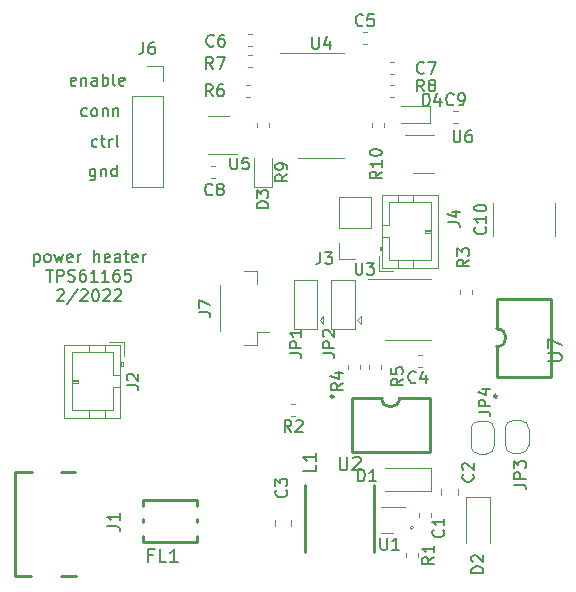
<source format=gto>
G04 #@! TF.GenerationSoftware,KiCad,Pcbnew,(5.1.5-0)*
G04 #@! TF.CreationDate,2022-02-10T11:07:37-07:00*
G04 #@! TF.ProjectId,TPS61165-heater-v4,54505336-3131-4363-952d-686561746572,rev?*
G04 #@! TF.SameCoordinates,Original*
G04 #@! TF.FileFunction,Legend,Top*
G04 #@! TF.FilePolarity,Positive*
%FSLAX46Y46*%
G04 Gerber Fmt 4.6, Leading zero omitted, Abs format (unit mm)*
G04 Created by KiCad (PCBNEW (5.1.5-0)) date 2022-02-10 11:07:37*
%MOMM*%
%LPD*%
G04 APERTURE LIST*
%ADD10C,0.120000*%
%ADD11C,0.150000*%
%ADD12C,0.254000*%
%ADD13C,0.152000*%
%ADD14R,1.102000X0.802000*%
%ADD15R,1.702000X1.902000*%
%ADD16C,0.100000*%
%ADD17O,1.802000X1.802000*%
%ADD18R,1.802000X1.802000*%
%ADD19R,1.662000X0.752000*%
%ADD20R,1.302000X1.002000*%
%ADD21R,1.902000X1.702000*%
%ADD22R,5.402000X2.102000*%
%ADD23R,1.602000X1.102000*%
%ADD24R,1.102000X1.702000*%
%ADD25O,1.852000X1.302000*%
%ADD26O,1.902000X1.202000*%
%ADD27R,1.602000X0.902000*%
%ADD28R,1.602000X0.862000*%
%ADD29R,1.602000X0.802000*%
%ADD30R,1.002000X1.302000*%
G04 APERTURE END LIST*
D10*
X149641421Y-84100000D02*
G75*
G03X149641421Y-84100000I-141421J0D01*
G01*
D11*
X121042857Y-46604761D02*
X120947619Y-46652380D01*
X120757142Y-46652380D01*
X120661904Y-46604761D01*
X120614285Y-46509523D01*
X120614285Y-46128571D01*
X120661904Y-46033333D01*
X120757142Y-45985714D01*
X120947619Y-45985714D01*
X121042857Y-46033333D01*
X121090476Y-46128571D01*
X121090476Y-46223809D01*
X120614285Y-46319047D01*
X121519047Y-45985714D02*
X121519047Y-46652380D01*
X121519047Y-46080952D02*
X121566666Y-46033333D01*
X121661904Y-45985714D01*
X121804761Y-45985714D01*
X121900000Y-46033333D01*
X121947619Y-46128571D01*
X121947619Y-46652380D01*
X122852380Y-46652380D02*
X122852380Y-46128571D01*
X122804761Y-46033333D01*
X122709523Y-45985714D01*
X122519047Y-45985714D01*
X122423809Y-46033333D01*
X122852380Y-46604761D02*
X122757142Y-46652380D01*
X122519047Y-46652380D01*
X122423809Y-46604761D01*
X122376190Y-46509523D01*
X122376190Y-46414285D01*
X122423809Y-46319047D01*
X122519047Y-46271428D01*
X122757142Y-46271428D01*
X122852380Y-46223809D01*
X123328571Y-46652380D02*
X123328571Y-45652380D01*
X123328571Y-46033333D02*
X123423809Y-45985714D01*
X123614285Y-45985714D01*
X123709523Y-46033333D01*
X123757142Y-46080952D01*
X123804761Y-46176190D01*
X123804761Y-46461904D01*
X123757142Y-46557142D01*
X123709523Y-46604761D01*
X123614285Y-46652380D01*
X123423809Y-46652380D01*
X123328571Y-46604761D01*
X124376190Y-46652380D02*
X124280952Y-46604761D01*
X124233333Y-46509523D01*
X124233333Y-45652380D01*
X125138095Y-46604761D02*
X125042857Y-46652380D01*
X124852380Y-46652380D01*
X124757142Y-46604761D01*
X124709523Y-46509523D01*
X124709523Y-46128571D01*
X124757142Y-46033333D01*
X124852380Y-45985714D01*
X125042857Y-45985714D01*
X125138095Y-46033333D01*
X125185714Y-46128571D01*
X125185714Y-46223809D01*
X124709523Y-46319047D01*
X122709523Y-53685714D02*
X122709523Y-54495238D01*
X122661904Y-54590476D01*
X122614285Y-54638095D01*
X122519047Y-54685714D01*
X122376190Y-54685714D01*
X122280952Y-54638095D01*
X122709523Y-54304761D02*
X122614285Y-54352380D01*
X122423809Y-54352380D01*
X122328571Y-54304761D01*
X122280952Y-54257142D01*
X122233333Y-54161904D01*
X122233333Y-53876190D01*
X122280952Y-53780952D01*
X122328571Y-53733333D01*
X122423809Y-53685714D01*
X122614285Y-53685714D01*
X122709523Y-53733333D01*
X123185714Y-53685714D02*
X123185714Y-54352380D01*
X123185714Y-53780952D02*
X123233333Y-53733333D01*
X123328571Y-53685714D01*
X123471428Y-53685714D01*
X123566666Y-53733333D01*
X123614285Y-53828571D01*
X123614285Y-54352380D01*
X124519047Y-54352380D02*
X124519047Y-53352380D01*
X124519047Y-54304761D02*
X124423809Y-54352380D01*
X124233333Y-54352380D01*
X124138095Y-54304761D01*
X124090476Y-54257142D01*
X124042857Y-54161904D01*
X124042857Y-53876190D01*
X124090476Y-53780952D01*
X124138095Y-53733333D01*
X124233333Y-53685714D01*
X124423809Y-53685714D01*
X124519047Y-53733333D01*
X121980952Y-49204761D02*
X121885714Y-49252380D01*
X121695238Y-49252380D01*
X121600000Y-49204761D01*
X121552380Y-49157142D01*
X121504761Y-49061904D01*
X121504761Y-48776190D01*
X121552380Y-48680952D01*
X121600000Y-48633333D01*
X121695238Y-48585714D01*
X121885714Y-48585714D01*
X121980952Y-48633333D01*
X122552380Y-49252380D02*
X122457142Y-49204761D01*
X122409523Y-49157142D01*
X122361904Y-49061904D01*
X122361904Y-48776190D01*
X122409523Y-48680952D01*
X122457142Y-48633333D01*
X122552380Y-48585714D01*
X122695238Y-48585714D01*
X122790476Y-48633333D01*
X122838095Y-48680952D01*
X122885714Y-48776190D01*
X122885714Y-49061904D01*
X122838095Y-49157142D01*
X122790476Y-49204761D01*
X122695238Y-49252380D01*
X122552380Y-49252380D01*
X123314285Y-48585714D02*
X123314285Y-49252380D01*
X123314285Y-48680952D02*
X123361904Y-48633333D01*
X123457142Y-48585714D01*
X123600000Y-48585714D01*
X123695238Y-48633333D01*
X123742857Y-48728571D01*
X123742857Y-49252380D01*
X124219047Y-48585714D02*
X124219047Y-49252380D01*
X124219047Y-48680952D02*
X124266666Y-48633333D01*
X124361904Y-48585714D01*
X124504761Y-48585714D01*
X124600000Y-48633333D01*
X124647619Y-48728571D01*
X124647619Y-49252380D01*
X122880952Y-51804761D02*
X122785714Y-51852380D01*
X122595238Y-51852380D01*
X122500000Y-51804761D01*
X122452380Y-51757142D01*
X122404761Y-51661904D01*
X122404761Y-51376190D01*
X122452380Y-51280952D01*
X122500000Y-51233333D01*
X122595238Y-51185714D01*
X122785714Y-51185714D01*
X122880952Y-51233333D01*
X123166666Y-51185714D02*
X123547619Y-51185714D01*
X123309523Y-50852380D02*
X123309523Y-51709523D01*
X123357142Y-51804761D01*
X123452380Y-51852380D01*
X123547619Y-51852380D01*
X123880952Y-51852380D02*
X123880952Y-51185714D01*
X123880952Y-51376190D02*
X123928571Y-51280952D01*
X123976190Y-51233333D01*
X124071428Y-51185714D01*
X124166666Y-51185714D01*
X124642857Y-51852380D02*
X124547619Y-51804761D01*
X124500000Y-51709523D01*
X124500000Y-50852380D01*
X117533333Y-60935714D02*
X117533333Y-61935714D01*
X117533333Y-60983333D02*
X117628571Y-60935714D01*
X117819047Y-60935714D01*
X117914285Y-60983333D01*
X117961904Y-61030952D01*
X118009523Y-61126190D01*
X118009523Y-61411904D01*
X117961904Y-61507142D01*
X117914285Y-61554761D01*
X117819047Y-61602380D01*
X117628571Y-61602380D01*
X117533333Y-61554761D01*
X118580952Y-61602380D02*
X118485714Y-61554761D01*
X118438095Y-61507142D01*
X118390476Y-61411904D01*
X118390476Y-61126190D01*
X118438095Y-61030952D01*
X118485714Y-60983333D01*
X118580952Y-60935714D01*
X118723809Y-60935714D01*
X118819047Y-60983333D01*
X118866666Y-61030952D01*
X118914285Y-61126190D01*
X118914285Y-61411904D01*
X118866666Y-61507142D01*
X118819047Y-61554761D01*
X118723809Y-61602380D01*
X118580952Y-61602380D01*
X119247619Y-60935714D02*
X119438095Y-61602380D01*
X119628571Y-61126190D01*
X119819047Y-61602380D01*
X120009523Y-60935714D01*
X120771428Y-61554761D02*
X120676190Y-61602380D01*
X120485714Y-61602380D01*
X120390476Y-61554761D01*
X120342857Y-61459523D01*
X120342857Y-61078571D01*
X120390476Y-60983333D01*
X120485714Y-60935714D01*
X120676190Y-60935714D01*
X120771428Y-60983333D01*
X120819047Y-61078571D01*
X120819047Y-61173809D01*
X120342857Y-61269047D01*
X121247619Y-61602380D02*
X121247619Y-60935714D01*
X121247619Y-61126190D02*
X121295238Y-61030952D01*
X121342857Y-60983333D01*
X121438095Y-60935714D01*
X121533333Y-60935714D01*
X122628571Y-61602380D02*
X122628571Y-60602380D01*
X123057142Y-61602380D02*
X123057142Y-61078571D01*
X123009523Y-60983333D01*
X122914285Y-60935714D01*
X122771428Y-60935714D01*
X122676190Y-60983333D01*
X122628571Y-61030952D01*
X123914285Y-61554761D02*
X123819047Y-61602380D01*
X123628571Y-61602380D01*
X123533333Y-61554761D01*
X123485714Y-61459523D01*
X123485714Y-61078571D01*
X123533333Y-60983333D01*
X123628571Y-60935714D01*
X123819047Y-60935714D01*
X123914285Y-60983333D01*
X123961904Y-61078571D01*
X123961904Y-61173809D01*
X123485714Y-61269047D01*
X124819047Y-61602380D02*
X124819047Y-61078571D01*
X124771428Y-60983333D01*
X124676190Y-60935714D01*
X124485714Y-60935714D01*
X124390476Y-60983333D01*
X124819047Y-61554761D02*
X124723809Y-61602380D01*
X124485714Y-61602380D01*
X124390476Y-61554761D01*
X124342857Y-61459523D01*
X124342857Y-61364285D01*
X124390476Y-61269047D01*
X124485714Y-61221428D01*
X124723809Y-61221428D01*
X124819047Y-61173809D01*
X125152380Y-60935714D02*
X125533333Y-60935714D01*
X125295238Y-60602380D02*
X125295238Y-61459523D01*
X125342857Y-61554761D01*
X125438095Y-61602380D01*
X125533333Y-61602380D01*
X126247619Y-61554761D02*
X126152380Y-61602380D01*
X125961904Y-61602380D01*
X125866666Y-61554761D01*
X125819047Y-61459523D01*
X125819047Y-61078571D01*
X125866666Y-60983333D01*
X125961904Y-60935714D01*
X126152380Y-60935714D01*
X126247619Y-60983333D01*
X126295238Y-61078571D01*
X126295238Y-61173809D01*
X125819047Y-61269047D01*
X126723809Y-61602380D02*
X126723809Y-60935714D01*
X126723809Y-61126190D02*
X126771428Y-61030952D01*
X126819047Y-60983333D01*
X126914285Y-60935714D01*
X127009523Y-60935714D01*
X118557142Y-62252380D02*
X119128571Y-62252380D01*
X118842857Y-63252380D02*
X118842857Y-62252380D01*
X119461904Y-63252380D02*
X119461904Y-62252380D01*
X119842857Y-62252380D01*
X119938095Y-62300000D01*
X119985714Y-62347619D01*
X120033333Y-62442857D01*
X120033333Y-62585714D01*
X119985714Y-62680952D01*
X119938095Y-62728571D01*
X119842857Y-62776190D01*
X119461904Y-62776190D01*
X120414285Y-63204761D02*
X120557142Y-63252380D01*
X120795238Y-63252380D01*
X120890476Y-63204761D01*
X120938095Y-63157142D01*
X120985714Y-63061904D01*
X120985714Y-62966666D01*
X120938095Y-62871428D01*
X120890476Y-62823809D01*
X120795238Y-62776190D01*
X120604761Y-62728571D01*
X120509523Y-62680952D01*
X120461904Y-62633333D01*
X120414285Y-62538095D01*
X120414285Y-62442857D01*
X120461904Y-62347619D01*
X120509523Y-62300000D01*
X120604761Y-62252380D01*
X120842857Y-62252380D01*
X120985714Y-62300000D01*
X121842857Y-62252380D02*
X121652380Y-62252380D01*
X121557142Y-62300000D01*
X121509523Y-62347619D01*
X121414285Y-62490476D01*
X121366666Y-62680952D01*
X121366666Y-63061904D01*
X121414285Y-63157142D01*
X121461904Y-63204761D01*
X121557142Y-63252380D01*
X121747619Y-63252380D01*
X121842857Y-63204761D01*
X121890476Y-63157142D01*
X121938095Y-63061904D01*
X121938095Y-62823809D01*
X121890476Y-62728571D01*
X121842857Y-62680952D01*
X121747619Y-62633333D01*
X121557142Y-62633333D01*
X121461904Y-62680952D01*
X121414285Y-62728571D01*
X121366666Y-62823809D01*
X122890476Y-63252380D02*
X122319047Y-63252380D01*
X122604761Y-63252380D02*
X122604761Y-62252380D01*
X122509523Y-62395238D01*
X122414285Y-62490476D01*
X122319047Y-62538095D01*
X123842857Y-63252380D02*
X123271428Y-63252380D01*
X123557142Y-63252380D02*
X123557142Y-62252380D01*
X123461904Y-62395238D01*
X123366666Y-62490476D01*
X123271428Y-62538095D01*
X124700000Y-62252380D02*
X124509523Y-62252380D01*
X124414285Y-62300000D01*
X124366666Y-62347619D01*
X124271428Y-62490476D01*
X124223809Y-62680952D01*
X124223809Y-63061904D01*
X124271428Y-63157142D01*
X124319047Y-63204761D01*
X124414285Y-63252380D01*
X124604761Y-63252380D01*
X124700000Y-63204761D01*
X124747619Y-63157142D01*
X124795238Y-63061904D01*
X124795238Y-62823809D01*
X124747619Y-62728571D01*
X124700000Y-62680952D01*
X124604761Y-62633333D01*
X124414285Y-62633333D01*
X124319047Y-62680952D01*
X124271428Y-62728571D01*
X124223809Y-62823809D01*
X125700000Y-62252380D02*
X125223809Y-62252380D01*
X125176190Y-62728571D01*
X125223809Y-62680952D01*
X125319047Y-62633333D01*
X125557142Y-62633333D01*
X125652380Y-62680952D01*
X125700000Y-62728571D01*
X125747619Y-62823809D01*
X125747619Y-63061904D01*
X125700000Y-63157142D01*
X125652380Y-63204761D01*
X125557142Y-63252380D01*
X125319047Y-63252380D01*
X125223809Y-63204761D01*
X125176190Y-63157142D01*
X119485714Y-63997619D02*
X119533333Y-63950000D01*
X119628571Y-63902380D01*
X119866666Y-63902380D01*
X119961904Y-63950000D01*
X120009523Y-63997619D01*
X120057142Y-64092857D01*
X120057142Y-64188095D01*
X120009523Y-64330952D01*
X119438095Y-64902380D01*
X120057142Y-64902380D01*
X121200000Y-63854761D02*
X120342857Y-65140476D01*
X121485714Y-63997619D02*
X121533333Y-63950000D01*
X121628571Y-63902380D01*
X121866666Y-63902380D01*
X121961904Y-63950000D01*
X122009523Y-63997619D01*
X122057142Y-64092857D01*
X122057142Y-64188095D01*
X122009523Y-64330952D01*
X121438095Y-64902380D01*
X122057142Y-64902380D01*
X122676190Y-63902380D02*
X122771428Y-63902380D01*
X122866666Y-63950000D01*
X122914285Y-63997619D01*
X122961904Y-64092857D01*
X123009523Y-64283333D01*
X123009523Y-64521428D01*
X122961904Y-64711904D01*
X122914285Y-64807142D01*
X122866666Y-64854761D01*
X122771428Y-64902380D01*
X122676190Y-64902380D01*
X122580952Y-64854761D01*
X122533333Y-64807142D01*
X122485714Y-64711904D01*
X122438095Y-64521428D01*
X122438095Y-64283333D01*
X122485714Y-64092857D01*
X122533333Y-63997619D01*
X122580952Y-63950000D01*
X122676190Y-63902380D01*
X123390476Y-63997619D02*
X123438095Y-63950000D01*
X123533333Y-63902380D01*
X123771428Y-63902380D01*
X123866666Y-63950000D01*
X123914285Y-63997619D01*
X123961904Y-64092857D01*
X123961904Y-64188095D01*
X123914285Y-64330952D01*
X123342857Y-64902380D01*
X123961904Y-64902380D01*
X124342857Y-63997619D02*
X124390476Y-63950000D01*
X124485714Y-63902380D01*
X124723809Y-63902380D01*
X124819047Y-63950000D01*
X124866666Y-63997619D01*
X124914285Y-64092857D01*
X124914285Y-64188095D01*
X124866666Y-64330952D01*
X124295238Y-64902380D01*
X124914285Y-64902380D01*
D12*
X131286000Y-85024000D02*
X131286000Y-84781000D01*
X131286000Y-83619000D02*
X131286000Y-83381000D01*
X126714000Y-81722000D02*
X126714000Y-82219000D01*
X131286000Y-81722000D02*
X126714000Y-81722000D01*
X131286000Y-82219000D02*
X131286000Y-81722000D01*
X126714000Y-83381000D02*
X126714000Y-83619000D01*
X131286000Y-85278000D02*
X131286000Y-85024000D01*
X126714000Y-85278000D02*
X131286000Y-85278000D01*
X126714000Y-84781000D02*
X126714000Y-85278000D01*
X156714000Y-72953000D02*
G75*
G03X156714000Y-72953000I-127000J0D01*
G01*
X156698000Y-68762000D02*
G75*
G03X156700000Y-67238000I1000J762000D01*
G01*
X161300000Y-64700000D02*
X161300000Y-71300000D01*
X156700000Y-64700000D02*
X161300000Y-64700000D01*
X161300000Y-71300000D02*
X156700000Y-71300000D01*
X156700000Y-64700000D02*
X156700000Y-67238000D01*
X156700000Y-71300000D02*
X156700000Y-68762000D01*
D10*
X139646267Y-73590000D02*
X139303733Y-73590000D01*
X139646267Y-74610000D02*
X139303733Y-74610000D01*
X161610000Y-59415748D02*
X161610000Y-56584252D01*
X156390000Y-59415748D02*
X156390000Y-56584252D01*
X147110000Y-50146267D02*
X147110000Y-49803733D01*
X146090000Y-50146267D02*
X146090000Y-49803733D01*
X136390000Y-49853733D02*
X136390000Y-50196267D01*
X137410000Y-49853733D02*
X137410000Y-50196267D01*
X151035000Y-48365000D02*
X148575000Y-48365000D01*
X151035000Y-49835000D02*
X151035000Y-48365000D01*
X148575000Y-49835000D02*
X151035000Y-49835000D01*
X137635000Y-55260000D02*
X137635000Y-52800000D01*
X136165000Y-55260000D02*
X137635000Y-55260000D01*
X136165000Y-52800000D02*
X136165000Y-55260000D01*
X127100000Y-44970000D02*
X128430000Y-44970000D01*
X128430000Y-44970000D02*
X128430000Y-46300000D01*
X128430000Y-47570000D02*
X128430000Y-55250000D01*
X125770000Y-55250000D02*
X128430000Y-55250000D01*
X125770000Y-47570000D02*
X125770000Y-55250000D01*
X125770000Y-47570000D02*
X128430000Y-47570000D01*
X151400000Y-50840000D02*
X148950000Y-50840000D01*
X149600000Y-54060000D02*
X151400000Y-54060000D01*
X132250000Y-52460000D02*
X134700000Y-52460000D01*
X134050000Y-49240000D02*
X132250000Y-49240000D01*
X147653733Y-47610000D02*
X147996267Y-47610000D01*
X147653733Y-46590000D02*
X147996267Y-46590000D01*
X135971267Y-44090000D02*
X135628733Y-44090000D01*
X135971267Y-45110000D02*
X135628733Y-45110000D01*
X135453733Y-47610000D02*
X135796267Y-47610000D01*
X135453733Y-46590000D02*
X135796267Y-46590000D01*
X153028733Y-49810000D02*
X153371267Y-49810000D01*
X153028733Y-48790000D02*
X153371267Y-48790000D01*
X132528733Y-54510000D02*
X132871267Y-54510000D01*
X132528733Y-53490000D02*
X132871267Y-53490000D01*
X147653733Y-45710000D02*
X147996267Y-45710000D01*
X147653733Y-44690000D02*
X147996267Y-44690000D01*
X135946267Y-42290000D02*
X135603733Y-42290000D01*
X135946267Y-43310000D02*
X135603733Y-43310000D01*
X145353733Y-43110000D02*
X145696267Y-43110000D01*
X145353733Y-42090000D02*
X145696267Y-42090000D01*
X141825000Y-43935000D02*
X138375000Y-43935000D01*
X141825000Y-43935000D02*
X143775000Y-43935000D01*
X141825000Y-52805000D02*
X139875000Y-52805000D01*
X141825000Y-52805000D02*
X143775000Y-52805000D01*
X149200000Y-63040000D02*
X145750000Y-63040000D01*
X149200000Y-63040000D02*
X151150000Y-63040000D01*
X149200000Y-68160000D02*
X147250000Y-68160000D01*
X149200000Y-68160000D02*
X151150000Y-68160000D01*
X154500000Y-77150000D02*
X154500000Y-75750000D01*
X155200000Y-75050000D02*
X155800000Y-75050000D01*
X156500000Y-75750000D02*
X156500000Y-77150000D01*
X155800000Y-77850000D02*
X155200000Y-77850000D01*
X155200000Y-77850000D02*
G75*
G02X154500000Y-77150000I0J700000D01*
G01*
X156500000Y-77150000D02*
G75*
G02X155800000Y-77850000I-700000J0D01*
G01*
X155800000Y-75050000D02*
G75*
G02X156500000Y-75750000I0J-700000D01*
G01*
X154500000Y-75750000D02*
G75*
G02X155200000Y-75050000I700000J0D01*
G01*
X157400000Y-77100000D02*
X157400000Y-75700000D01*
X158100000Y-75000000D02*
X158700000Y-75000000D01*
X159400000Y-75700000D02*
X159400000Y-77100000D01*
X158700000Y-77800000D02*
X158100000Y-77800000D01*
X158100000Y-77800000D02*
G75*
G02X157400000Y-77100000I0J700000D01*
G01*
X159400000Y-77100000D02*
G75*
G02X158700000Y-77800000I-700000J0D01*
G01*
X158700000Y-75000000D02*
G75*
G02X159400000Y-75700000I0J-700000D01*
G01*
X157400000Y-75700000D02*
G75*
G02X158100000Y-75000000I700000J0D01*
G01*
X156100000Y-81450000D02*
X156100000Y-85350000D01*
X154100000Y-81450000D02*
X154100000Y-85350000D01*
X156100000Y-81450000D02*
X154100000Y-81450000D01*
D12*
X142874000Y-72987000D02*
G75*
G03X142874000Y-72987000I-127000J0D01*
G01*
X146938000Y-73098000D02*
G75*
G03X148462000Y-73100000I762000J-1000D01*
G01*
X151000000Y-77700000D02*
X144400000Y-77700000D01*
X151000000Y-73100000D02*
X151000000Y-77700000D01*
X144400000Y-77700000D02*
X144400000Y-73100000D01*
X151000000Y-73100000D02*
X148462000Y-73100000D01*
X144400000Y-73100000D02*
X146938000Y-73100000D01*
X140500000Y-86150000D02*
X140500000Y-80450000D01*
X146300000Y-86150000D02*
X146300000Y-80450000D01*
D10*
X142700000Y-67250000D02*
X142700000Y-63150000D01*
X142700000Y-63150000D02*
X144700000Y-63150000D01*
X144700000Y-63150000D02*
X144700000Y-67250000D01*
X144700000Y-67250000D02*
X142700000Y-67250000D01*
X144900000Y-66500000D02*
X145200000Y-66800000D01*
X145200000Y-66800000D02*
X145200000Y-66200000D01*
X144900000Y-66500000D02*
X145200000Y-66200000D01*
X139500000Y-67250000D02*
X139500000Y-63150000D01*
X139500000Y-63150000D02*
X141500000Y-63150000D01*
X141500000Y-63150000D02*
X141500000Y-67250000D01*
X141500000Y-67250000D02*
X139500000Y-67250000D01*
X141700000Y-66500000D02*
X142000000Y-66800000D01*
X142000000Y-66800000D02*
X142000000Y-66200000D01*
X141700000Y-66500000D02*
X142000000Y-66200000D01*
X145890000Y-70328733D02*
X145890000Y-70671267D01*
X146910000Y-70328733D02*
X146910000Y-70671267D01*
X144090000Y-70328733D02*
X144090000Y-70671267D01*
X145110000Y-70328733D02*
X145110000Y-70671267D01*
X153590000Y-63953733D02*
X153590000Y-64296267D01*
X154610000Y-63953733D02*
X154610000Y-64296267D01*
X133290000Y-67440000D02*
X133290000Y-63560000D01*
X136410000Y-62390000D02*
X136410000Y-63440000D01*
X135260000Y-62390000D02*
X136410000Y-62390000D01*
X136410000Y-67560000D02*
X137400000Y-67560000D01*
X136410000Y-68610000D02*
X136410000Y-67560000D01*
X135260000Y-68610000D02*
X136410000Y-68610000D01*
X150028733Y-70510000D02*
X150371267Y-70510000D01*
X150028733Y-69490000D02*
X150371267Y-69490000D01*
X148930000Y-82320000D02*
X146930000Y-82320000D01*
X147930000Y-84540000D02*
X146930000Y-84540000D01*
X148990000Y-86228733D02*
X148990000Y-86571267D01*
X150010000Y-86228733D02*
X150010000Y-86571267D01*
X146690000Y-62360000D02*
X147940000Y-62360000D01*
X146690000Y-61110000D02*
X146690000Y-62360000D01*
X151100000Y-59000000D02*
X150600000Y-59000000D01*
X150600000Y-58900000D02*
X151100000Y-58900000D01*
X150600000Y-59100000D02*
X150600000Y-58900000D01*
X151100000Y-59100000D02*
X150600000Y-59100000D01*
X149600000Y-55940000D02*
X149600000Y-56550000D01*
X148300000Y-55940000D02*
X148300000Y-56550000D01*
X149600000Y-62060000D02*
X149600000Y-61450000D01*
X148300000Y-62060000D02*
X148300000Y-61450000D01*
X147600000Y-58500000D02*
X146990000Y-58500000D01*
X147600000Y-56550000D02*
X147600000Y-58500000D01*
X151100000Y-56550000D02*
X147600000Y-56550000D01*
X151100000Y-61450000D02*
X151100000Y-56550000D01*
X147600000Y-61450000D02*
X151100000Y-61450000D01*
X147600000Y-59500000D02*
X147600000Y-61450000D01*
X146990000Y-59500000D02*
X147600000Y-59500000D01*
X146890000Y-60300000D02*
X146890000Y-60600000D01*
X146790000Y-60600000D02*
X146990000Y-60600000D01*
X146790000Y-60300000D02*
X146790000Y-60600000D01*
X146990000Y-60300000D02*
X146790000Y-60300000D01*
X146990000Y-55940000D02*
X146990000Y-62060000D01*
X151710000Y-55940000D02*
X146990000Y-55940000D01*
X151710000Y-62060000D02*
X151710000Y-55940000D01*
X146990000Y-62060000D02*
X151710000Y-62060000D01*
X144700000Y-61330000D02*
X143370000Y-61330000D01*
X143370000Y-61330000D02*
X143370000Y-60000000D01*
X143370000Y-58730000D02*
X143370000Y-56130000D01*
X146030000Y-56130000D02*
X143370000Y-56130000D01*
X146030000Y-58730000D02*
X146030000Y-56130000D01*
X146030000Y-58730000D02*
X143370000Y-58730000D01*
X125110000Y-68340000D02*
X123860000Y-68340000D01*
X125110000Y-69590000D02*
X125110000Y-68340000D01*
X120700000Y-71700000D02*
X121200000Y-71700000D01*
X121200000Y-71800000D02*
X120700000Y-71800000D01*
X121200000Y-71600000D02*
X121200000Y-71800000D01*
X120700000Y-71600000D02*
X121200000Y-71600000D01*
X122200000Y-74760000D02*
X122200000Y-74150000D01*
X123500000Y-74760000D02*
X123500000Y-74150000D01*
X122200000Y-68640000D02*
X122200000Y-69250000D01*
X123500000Y-68640000D02*
X123500000Y-69250000D01*
X124200000Y-72200000D02*
X124810000Y-72200000D01*
X124200000Y-74150000D02*
X124200000Y-72200000D01*
X120700000Y-74150000D02*
X124200000Y-74150000D01*
X120700000Y-69250000D02*
X120700000Y-74150000D01*
X124200000Y-69250000D02*
X120700000Y-69250000D01*
X124200000Y-71200000D02*
X124200000Y-69250000D01*
X124810000Y-71200000D02*
X124200000Y-71200000D01*
X124910000Y-70400000D02*
X124910000Y-70100000D01*
X125010000Y-70100000D02*
X124810000Y-70100000D01*
X125010000Y-70400000D02*
X125010000Y-70100000D01*
X124810000Y-70400000D02*
X125010000Y-70400000D01*
X124810000Y-74760000D02*
X124810000Y-68640000D01*
X120090000Y-74760000D02*
X124810000Y-74760000D01*
X120090000Y-68640000D02*
X120090000Y-74760000D01*
X124810000Y-68640000D02*
X120090000Y-68640000D01*
D12*
X121063000Y-88200000D02*
X119823000Y-88200000D01*
X121015000Y-79400000D02*
X119775000Y-79400000D01*
X115924000Y-88209000D02*
X117275000Y-88209000D01*
X115925000Y-79400000D02*
X117305000Y-79400000D01*
X115925000Y-79390000D02*
X115925000Y-88210000D01*
D10*
X151150000Y-81000000D02*
X147250000Y-81000000D01*
X151150000Y-79000000D02*
X147250000Y-79000000D01*
X151150000Y-81000000D02*
X151150000Y-79000000D01*
X139310000Y-83961252D02*
X139310000Y-83438748D01*
X137890000Y-83961252D02*
X137890000Y-83438748D01*
X151990000Y-80813748D02*
X151990000Y-81336252D01*
X153410000Y-80813748D02*
X153410000Y-81336252D01*
X151110000Y-83171267D02*
X151110000Y-82828733D01*
X150090000Y-83171267D02*
X150090000Y-82828733D01*
D13*
X127560771Y-86418357D02*
X127179771Y-86418357D01*
X127179771Y-87017071D02*
X127179771Y-85874071D01*
X127724057Y-85874071D01*
X128703771Y-87017071D02*
X128159485Y-87017071D01*
X128159485Y-85874071D01*
X129683485Y-87017071D02*
X129030342Y-87017071D01*
X129356914Y-87017071D02*
X129356914Y-85874071D01*
X129248057Y-86037357D01*
X129139200Y-86146214D01*
X129030342Y-86200642D01*
X161048071Y-69978657D02*
X161973357Y-69978657D01*
X162082214Y-69924228D01*
X162136642Y-69869800D01*
X162191071Y-69760942D01*
X162191071Y-69543228D01*
X162136642Y-69434371D01*
X162082214Y-69379942D01*
X161973357Y-69325514D01*
X161048071Y-69325514D01*
X161048071Y-68890085D02*
X161048071Y-68128085D01*
X162191071Y-68617942D01*
D11*
X139308333Y-75982380D02*
X138975000Y-75506190D01*
X138736904Y-75982380D02*
X138736904Y-74982380D01*
X139117857Y-74982380D01*
X139213095Y-75030000D01*
X139260714Y-75077619D01*
X139308333Y-75172857D01*
X139308333Y-75315714D01*
X139260714Y-75410952D01*
X139213095Y-75458571D01*
X139117857Y-75506190D01*
X138736904Y-75506190D01*
X139689285Y-75077619D02*
X139736904Y-75030000D01*
X139832142Y-74982380D01*
X140070238Y-74982380D01*
X140165476Y-75030000D01*
X140213095Y-75077619D01*
X140260714Y-75172857D01*
X140260714Y-75268095D01*
X140213095Y-75410952D01*
X139641666Y-75982380D01*
X140260714Y-75982380D01*
X155707142Y-58642857D02*
X155754761Y-58690476D01*
X155802380Y-58833333D01*
X155802380Y-58928571D01*
X155754761Y-59071428D01*
X155659523Y-59166666D01*
X155564285Y-59214285D01*
X155373809Y-59261904D01*
X155230952Y-59261904D01*
X155040476Y-59214285D01*
X154945238Y-59166666D01*
X154850000Y-59071428D01*
X154802380Y-58928571D01*
X154802380Y-58833333D01*
X154850000Y-58690476D01*
X154897619Y-58642857D01*
X155802380Y-57690476D02*
X155802380Y-58261904D01*
X155802380Y-57976190D02*
X154802380Y-57976190D01*
X154945238Y-58071428D01*
X155040476Y-58166666D01*
X155088095Y-58261904D01*
X154802380Y-57071428D02*
X154802380Y-56976190D01*
X154850000Y-56880952D01*
X154897619Y-56833333D01*
X154992857Y-56785714D01*
X155183333Y-56738095D01*
X155421428Y-56738095D01*
X155611904Y-56785714D01*
X155707142Y-56833333D01*
X155754761Y-56880952D01*
X155802380Y-56976190D01*
X155802380Y-57071428D01*
X155754761Y-57166666D01*
X155707142Y-57214285D01*
X155611904Y-57261904D01*
X155421428Y-57309523D01*
X155183333Y-57309523D01*
X154992857Y-57261904D01*
X154897619Y-57214285D01*
X154850000Y-57166666D01*
X154802380Y-57071428D01*
X146952380Y-53942857D02*
X146476190Y-54276190D01*
X146952380Y-54514285D02*
X145952380Y-54514285D01*
X145952380Y-54133333D01*
X146000000Y-54038095D01*
X146047619Y-53990476D01*
X146142857Y-53942857D01*
X146285714Y-53942857D01*
X146380952Y-53990476D01*
X146428571Y-54038095D01*
X146476190Y-54133333D01*
X146476190Y-54514285D01*
X146952380Y-52990476D02*
X146952380Y-53561904D01*
X146952380Y-53276190D02*
X145952380Y-53276190D01*
X146095238Y-53371428D01*
X146190476Y-53466666D01*
X146238095Y-53561904D01*
X145952380Y-52371428D02*
X145952380Y-52276190D01*
X146000000Y-52180952D01*
X146047619Y-52133333D01*
X146142857Y-52085714D01*
X146333333Y-52038095D01*
X146571428Y-52038095D01*
X146761904Y-52085714D01*
X146857142Y-52133333D01*
X146904761Y-52180952D01*
X146952380Y-52276190D01*
X146952380Y-52371428D01*
X146904761Y-52466666D01*
X146857142Y-52514285D01*
X146761904Y-52561904D01*
X146571428Y-52609523D01*
X146333333Y-52609523D01*
X146142857Y-52561904D01*
X146047619Y-52514285D01*
X146000000Y-52466666D01*
X145952380Y-52371428D01*
X138952380Y-54166666D02*
X138476190Y-54500000D01*
X138952380Y-54738095D02*
X137952380Y-54738095D01*
X137952380Y-54357142D01*
X138000000Y-54261904D01*
X138047619Y-54214285D01*
X138142857Y-54166666D01*
X138285714Y-54166666D01*
X138380952Y-54214285D01*
X138428571Y-54261904D01*
X138476190Y-54357142D01*
X138476190Y-54738095D01*
X138952380Y-53690476D02*
X138952380Y-53500000D01*
X138904761Y-53404761D01*
X138857142Y-53357142D01*
X138714285Y-53261904D01*
X138523809Y-53214285D01*
X138142857Y-53214285D01*
X138047619Y-53261904D01*
X138000000Y-53309523D01*
X137952380Y-53404761D01*
X137952380Y-53595238D01*
X138000000Y-53690476D01*
X138047619Y-53738095D01*
X138142857Y-53785714D01*
X138380952Y-53785714D01*
X138476190Y-53738095D01*
X138523809Y-53690476D01*
X138571428Y-53595238D01*
X138571428Y-53404761D01*
X138523809Y-53309523D01*
X138476190Y-53261904D01*
X138380952Y-53214285D01*
X150461904Y-48352380D02*
X150461904Y-47352380D01*
X150700000Y-47352380D01*
X150842857Y-47400000D01*
X150938095Y-47495238D01*
X150985714Y-47590476D01*
X151033333Y-47780952D01*
X151033333Y-47923809D01*
X150985714Y-48114285D01*
X150938095Y-48209523D01*
X150842857Y-48304761D01*
X150700000Y-48352380D01*
X150461904Y-48352380D01*
X151890476Y-47685714D02*
X151890476Y-48352380D01*
X151652380Y-47304761D02*
X151414285Y-48019047D01*
X152033333Y-48019047D01*
X137352380Y-57038095D02*
X136352380Y-57038095D01*
X136352380Y-56800000D01*
X136400000Y-56657142D01*
X136495238Y-56561904D01*
X136590476Y-56514285D01*
X136780952Y-56466666D01*
X136923809Y-56466666D01*
X137114285Y-56514285D01*
X137209523Y-56561904D01*
X137304761Y-56657142D01*
X137352380Y-56800000D01*
X137352380Y-57038095D01*
X136352380Y-56133333D02*
X136352380Y-55514285D01*
X136733333Y-55847619D01*
X136733333Y-55704761D01*
X136780952Y-55609523D01*
X136828571Y-55561904D01*
X136923809Y-55514285D01*
X137161904Y-55514285D01*
X137257142Y-55561904D01*
X137304761Y-55609523D01*
X137352380Y-55704761D01*
X137352380Y-55990476D01*
X137304761Y-56085714D01*
X137257142Y-56133333D01*
X126766666Y-42982380D02*
X126766666Y-43696666D01*
X126719047Y-43839523D01*
X126623809Y-43934761D01*
X126480952Y-43982380D01*
X126385714Y-43982380D01*
X127671428Y-42982380D02*
X127480952Y-42982380D01*
X127385714Y-43030000D01*
X127338095Y-43077619D01*
X127242857Y-43220476D01*
X127195238Y-43410952D01*
X127195238Y-43791904D01*
X127242857Y-43887142D01*
X127290476Y-43934761D01*
X127385714Y-43982380D01*
X127576190Y-43982380D01*
X127671428Y-43934761D01*
X127719047Y-43887142D01*
X127766666Y-43791904D01*
X127766666Y-43553809D01*
X127719047Y-43458571D01*
X127671428Y-43410952D01*
X127576190Y-43363333D01*
X127385714Y-43363333D01*
X127290476Y-43410952D01*
X127242857Y-43458571D01*
X127195238Y-43553809D01*
X153038095Y-50452380D02*
X153038095Y-51261904D01*
X153085714Y-51357142D01*
X153133333Y-51404761D01*
X153228571Y-51452380D01*
X153419047Y-51452380D01*
X153514285Y-51404761D01*
X153561904Y-51357142D01*
X153609523Y-51261904D01*
X153609523Y-50452380D01*
X154514285Y-50452380D02*
X154323809Y-50452380D01*
X154228571Y-50500000D01*
X154180952Y-50547619D01*
X154085714Y-50690476D01*
X154038095Y-50880952D01*
X154038095Y-51261904D01*
X154085714Y-51357142D01*
X154133333Y-51404761D01*
X154228571Y-51452380D01*
X154419047Y-51452380D01*
X154514285Y-51404761D01*
X154561904Y-51357142D01*
X154609523Y-51261904D01*
X154609523Y-51023809D01*
X154561904Y-50928571D01*
X154514285Y-50880952D01*
X154419047Y-50833333D01*
X154228571Y-50833333D01*
X154133333Y-50880952D01*
X154085714Y-50928571D01*
X154038095Y-51023809D01*
X134138095Y-52752380D02*
X134138095Y-53561904D01*
X134185714Y-53657142D01*
X134233333Y-53704761D01*
X134328571Y-53752380D01*
X134519047Y-53752380D01*
X134614285Y-53704761D01*
X134661904Y-53657142D01*
X134709523Y-53561904D01*
X134709523Y-52752380D01*
X135661904Y-52752380D02*
X135185714Y-52752380D01*
X135138095Y-53228571D01*
X135185714Y-53180952D01*
X135280952Y-53133333D01*
X135519047Y-53133333D01*
X135614285Y-53180952D01*
X135661904Y-53228571D01*
X135709523Y-53323809D01*
X135709523Y-53561904D01*
X135661904Y-53657142D01*
X135614285Y-53704761D01*
X135519047Y-53752380D01*
X135280952Y-53752380D01*
X135185714Y-53704761D01*
X135138095Y-53657142D01*
X150533333Y-47152380D02*
X150200000Y-46676190D01*
X149961904Y-47152380D02*
X149961904Y-46152380D01*
X150342857Y-46152380D01*
X150438095Y-46200000D01*
X150485714Y-46247619D01*
X150533333Y-46342857D01*
X150533333Y-46485714D01*
X150485714Y-46580952D01*
X150438095Y-46628571D01*
X150342857Y-46676190D01*
X149961904Y-46676190D01*
X151104761Y-46580952D02*
X151009523Y-46533333D01*
X150961904Y-46485714D01*
X150914285Y-46390476D01*
X150914285Y-46342857D01*
X150961904Y-46247619D01*
X151009523Y-46200000D01*
X151104761Y-46152380D01*
X151295238Y-46152380D01*
X151390476Y-46200000D01*
X151438095Y-46247619D01*
X151485714Y-46342857D01*
X151485714Y-46390476D01*
X151438095Y-46485714D01*
X151390476Y-46533333D01*
X151295238Y-46580952D01*
X151104761Y-46580952D01*
X151009523Y-46628571D01*
X150961904Y-46676190D01*
X150914285Y-46771428D01*
X150914285Y-46961904D01*
X150961904Y-47057142D01*
X151009523Y-47104761D01*
X151104761Y-47152380D01*
X151295238Y-47152380D01*
X151390476Y-47104761D01*
X151438095Y-47057142D01*
X151485714Y-46961904D01*
X151485714Y-46771428D01*
X151438095Y-46676190D01*
X151390476Y-46628571D01*
X151295238Y-46580952D01*
X132658333Y-45252380D02*
X132325000Y-44776190D01*
X132086904Y-45252380D02*
X132086904Y-44252380D01*
X132467857Y-44252380D01*
X132563095Y-44300000D01*
X132610714Y-44347619D01*
X132658333Y-44442857D01*
X132658333Y-44585714D01*
X132610714Y-44680952D01*
X132563095Y-44728571D01*
X132467857Y-44776190D01*
X132086904Y-44776190D01*
X132991666Y-44252380D02*
X133658333Y-44252380D01*
X133229761Y-45252380D01*
X132633333Y-47552380D02*
X132300000Y-47076190D01*
X132061904Y-47552380D02*
X132061904Y-46552380D01*
X132442857Y-46552380D01*
X132538095Y-46600000D01*
X132585714Y-46647619D01*
X132633333Y-46742857D01*
X132633333Y-46885714D01*
X132585714Y-46980952D01*
X132538095Y-47028571D01*
X132442857Y-47076190D01*
X132061904Y-47076190D01*
X133490476Y-46552380D02*
X133300000Y-46552380D01*
X133204761Y-46600000D01*
X133157142Y-46647619D01*
X133061904Y-46790476D01*
X133014285Y-46980952D01*
X133014285Y-47361904D01*
X133061904Y-47457142D01*
X133109523Y-47504761D01*
X133204761Y-47552380D01*
X133395238Y-47552380D01*
X133490476Y-47504761D01*
X133538095Y-47457142D01*
X133585714Y-47361904D01*
X133585714Y-47123809D01*
X133538095Y-47028571D01*
X133490476Y-46980952D01*
X133395238Y-46933333D01*
X133204761Y-46933333D01*
X133109523Y-46980952D01*
X133061904Y-47028571D01*
X133014285Y-47123809D01*
X153033333Y-48227142D02*
X152985714Y-48274761D01*
X152842857Y-48322380D01*
X152747619Y-48322380D01*
X152604761Y-48274761D01*
X152509523Y-48179523D01*
X152461904Y-48084285D01*
X152414285Y-47893809D01*
X152414285Y-47750952D01*
X152461904Y-47560476D01*
X152509523Y-47465238D01*
X152604761Y-47370000D01*
X152747619Y-47322380D01*
X152842857Y-47322380D01*
X152985714Y-47370000D01*
X153033333Y-47417619D01*
X153509523Y-48322380D02*
X153700000Y-48322380D01*
X153795238Y-48274761D01*
X153842857Y-48227142D01*
X153938095Y-48084285D01*
X153985714Y-47893809D01*
X153985714Y-47512857D01*
X153938095Y-47417619D01*
X153890476Y-47370000D01*
X153795238Y-47322380D01*
X153604761Y-47322380D01*
X153509523Y-47370000D01*
X153461904Y-47417619D01*
X153414285Y-47512857D01*
X153414285Y-47750952D01*
X153461904Y-47846190D01*
X153509523Y-47893809D01*
X153604761Y-47941428D01*
X153795238Y-47941428D01*
X153890476Y-47893809D01*
X153938095Y-47846190D01*
X153985714Y-47750952D01*
X132608333Y-55857142D02*
X132560714Y-55904761D01*
X132417857Y-55952380D01*
X132322619Y-55952380D01*
X132179761Y-55904761D01*
X132084523Y-55809523D01*
X132036904Y-55714285D01*
X131989285Y-55523809D01*
X131989285Y-55380952D01*
X132036904Y-55190476D01*
X132084523Y-55095238D01*
X132179761Y-55000000D01*
X132322619Y-54952380D01*
X132417857Y-54952380D01*
X132560714Y-55000000D01*
X132608333Y-55047619D01*
X133179761Y-55380952D02*
X133084523Y-55333333D01*
X133036904Y-55285714D01*
X132989285Y-55190476D01*
X132989285Y-55142857D01*
X133036904Y-55047619D01*
X133084523Y-55000000D01*
X133179761Y-54952380D01*
X133370238Y-54952380D01*
X133465476Y-55000000D01*
X133513095Y-55047619D01*
X133560714Y-55142857D01*
X133560714Y-55190476D01*
X133513095Y-55285714D01*
X133465476Y-55333333D01*
X133370238Y-55380952D01*
X133179761Y-55380952D01*
X133084523Y-55428571D01*
X133036904Y-55476190D01*
X132989285Y-55571428D01*
X132989285Y-55761904D01*
X133036904Y-55857142D01*
X133084523Y-55904761D01*
X133179761Y-55952380D01*
X133370238Y-55952380D01*
X133465476Y-55904761D01*
X133513095Y-55857142D01*
X133560714Y-55761904D01*
X133560714Y-55571428D01*
X133513095Y-55476190D01*
X133465476Y-55428571D01*
X133370238Y-55380952D01*
X150533333Y-45557142D02*
X150485714Y-45604761D01*
X150342857Y-45652380D01*
X150247619Y-45652380D01*
X150104761Y-45604761D01*
X150009523Y-45509523D01*
X149961904Y-45414285D01*
X149914285Y-45223809D01*
X149914285Y-45080952D01*
X149961904Y-44890476D01*
X150009523Y-44795238D01*
X150104761Y-44700000D01*
X150247619Y-44652380D01*
X150342857Y-44652380D01*
X150485714Y-44700000D01*
X150533333Y-44747619D01*
X150866666Y-44652380D02*
X151533333Y-44652380D01*
X151104761Y-45652380D01*
X132733333Y-43257142D02*
X132685714Y-43304761D01*
X132542857Y-43352380D01*
X132447619Y-43352380D01*
X132304761Y-43304761D01*
X132209523Y-43209523D01*
X132161904Y-43114285D01*
X132114285Y-42923809D01*
X132114285Y-42780952D01*
X132161904Y-42590476D01*
X132209523Y-42495238D01*
X132304761Y-42400000D01*
X132447619Y-42352380D01*
X132542857Y-42352380D01*
X132685714Y-42400000D01*
X132733333Y-42447619D01*
X133590476Y-42352380D02*
X133400000Y-42352380D01*
X133304761Y-42400000D01*
X133257142Y-42447619D01*
X133161904Y-42590476D01*
X133114285Y-42780952D01*
X133114285Y-43161904D01*
X133161904Y-43257142D01*
X133209523Y-43304761D01*
X133304761Y-43352380D01*
X133495238Y-43352380D01*
X133590476Y-43304761D01*
X133638095Y-43257142D01*
X133685714Y-43161904D01*
X133685714Y-42923809D01*
X133638095Y-42828571D01*
X133590476Y-42780952D01*
X133495238Y-42733333D01*
X133304761Y-42733333D01*
X133209523Y-42780952D01*
X133161904Y-42828571D01*
X133114285Y-42923809D01*
X145358333Y-41527142D02*
X145310714Y-41574761D01*
X145167857Y-41622380D01*
X145072619Y-41622380D01*
X144929761Y-41574761D01*
X144834523Y-41479523D01*
X144786904Y-41384285D01*
X144739285Y-41193809D01*
X144739285Y-41050952D01*
X144786904Y-40860476D01*
X144834523Y-40765238D01*
X144929761Y-40670000D01*
X145072619Y-40622380D01*
X145167857Y-40622380D01*
X145310714Y-40670000D01*
X145358333Y-40717619D01*
X146263095Y-40622380D02*
X145786904Y-40622380D01*
X145739285Y-41098571D01*
X145786904Y-41050952D01*
X145882142Y-41003333D01*
X146120238Y-41003333D01*
X146215476Y-41050952D01*
X146263095Y-41098571D01*
X146310714Y-41193809D01*
X146310714Y-41431904D01*
X146263095Y-41527142D01*
X146215476Y-41574761D01*
X146120238Y-41622380D01*
X145882142Y-41622380D01*
X145786904Y-41574761D01*
X145739285Y-41527142D01*
X141063095Y-42542380D02*
X141063095Y-43351904D01*
X141110714Y-43447142D01*
X141158333Y-43494761D01*
X141253571Y-43542380D01*
X141444047Y-43542380D01*
X141539285Y-43494761D01*
X141586904Y-43447142D01*
X141634523Y-43351904D01*
X141634523Y-42542380D01*
X142539285Y-42875714D02*
X142539285Y-43542380D01*
X142301190Y-42494761D02*
X142063095Y-43209047D01*
X142682142Y-43209047D01*
X144738095Y-61652380D02*
X144738095Y-62461904D01*
X144785714Y-62557142D01*
X144833333Y-62604761D01*
X144928571Y-62652380D01*
X145119047Y-62652380D01*
X145214285Y-62604761D01*
X145261904Y-62557142D01*
X145309523Y-62461904D01*
X145309523Y-61652380D01*
X145690476Y-61652380D02*
X146309523Y-61652380D01*
X145976190Y-62033333D01*
X146119047Y-62033333D01*
X146214285Y-62080952D01*
X146261904Y-62128571D01*
X146309523Y-62223809D01*
X146309523Y-62461904D01*
X146261904Y-62557142D01*
X146214285Y-62604761D01*
X146119047Y-62652380D01*
X145833333Y-62652380D01*
X145738095Y-62604761D01*
X145690476Y-62557142D01*
X155152380Y-74283333D02*
X155866666Y-74283333D01*
X156009523Y-74330952D01*
X156104761Y-74426190D01*
X156152380Y-74569047D01*
X156152380Y-74664285D01*
X156152380Y-73807142D02*
X155152380Y-73807142D01*
X155152380Y-73426190D01*
X155200000Y-73330952D01*
X155247619Y-73283333D01*
X155342857Y-73235714D01*
X155485714Y-73235714D01*
X155580952Y-73283333D01*
X155628571Y-73330952D01*
X155676190Y-73426190D01*
X155676190Y-73807142D01*
X155485714Y-72378571D02*
X156152380Y-72378571D01*
X155104761Y-72616666D02*
X155819047Y-72854761D01*
X155819047Y-72235714D01*
X158152380Y-80433333D02*
X158866666Y-80433333D01*
X159009523Y-80480952D01*
X159104761Y-80576190D01*
X159152380Y-80719047D01*
X159152380Y-80814285D01*
X159152380Y-79957142D02*
X158152380Y-79957142D01*
X158152380Y-79576190D01*
X158200000Y-79480952D01*
X158247619Y-79433333D01*
X158342857Y-79385714D01*
X158485714Y-79385714D01*
X158580952Y-79433333D01*
X158628571Y-79480952D01*
X158676190Y-79576190D01*
X158676190Y-79957142D01*
X158152380Y-79052380D02*
X158152380Y-78433333D01*
X158533333Y-78766666D01*
X158533333Y-78623809D01*
X158580952Y-78528571D01*
X158628571Y-78480952D01*
X158723809Y-78433333D01*
X158961904Y-78433333D01*
X159057142Y-78480952D01*
X159104761Y-78528571D01*
X159152380Y-78623809D01*
X159152380Y-78909523D01*
X159104761Y-79004761D01*
X159057142Y-79052380D01*
X155552380Y-87938095D02*
X154552380Y-87938095D01*
X154552380Y-87700000D01*
X154600000Y-87557142D01*
X154695238Y-87461904D01*
X154790476Y-87414285D01*
X154980952Y-87366666D01*
X155123809Y-87366666D01*
X155314285Y-87414285D01*
X155409523Y-87461904D01*
X155504761Y-87557142D01*
X155552380Y-87700000D01*
X155552380Y-87938095D01*
X154647619Y-86985714D02*
X154600000Y-86938095D01*
X154552380Y-86842857D01*
X154552380Y-86604761D01*
X154600000Y-86509523D01*
X154647619Y-86461904D01*
X154742857Y-86414285D01*
X154838095Y-86414285D01*
X154980952Y-86461904D01*
X155552380Y-87033333D01*
X155552380Y-86414285D01*
D13*
X143387342Y-78074071D02*
X143387342Y-78999357D01*
X143441771Y-79108214D01*
X143496200Y-79162642D01*
X143605057Y-79217071D01*
X143822771Y-79217071D01*
X143931628Y-79162642D01*
X143986057Y-79108214D01*
X144040485Y-78999357D01*
X144040485Y-78074071D01*
X144530342Y-78182928D02*
X144584771Y-78128500D01*
X144693628Y-78074071D01*
X144965771Y-78074071D01*
X145074628Y-78128500D01*
X145129057Y-78182928D01*
X145183485Y-78291785D01*
X145183485Y-78400642D01*
X145129057Y-78563928D01*
X144475914Y-79217071D01*
X145183485Y-79217071D01*
X141417071Y-78784771D02*
X141417071Y-79329057D01*
X140274071Y-79329057D01*
X141417071Y-77805057D02*
X141417071Y-78458200D01*
X141417071Y-78131628D02*
X140274071Y-78131628D01*
X140437357Y-78240485D01*
X140546214Y-78349342D01*
X140600642Y-78458200D01*
D11*
X141952380Y-69333333D02*
X142666666Y-69333333D01*
X142809523Y-69380952D01*
X142904761Y-69476190D01*
X142952380Y-69619047D01*
X142952380Y-69714285D01*
X142952380Y-68857142D02*
X141952380Y-68857142D01*
X141952380Y-68476190D01*
X142000000Y-68380952D01*
X142047619Y-68333333D01*
X142142857Y-68285714D01*
X142285714Y-68285714D01*
X142380952Y-68333333D01*
X142428571Y-68380952D01*
X142476190Y-68476190D01*
X142476190Y-68857142D01*
X142047619Y-67904761D02*
X142000000Y-67857142D01*
X141952380Y-67761904D01*
X141952380Y-67523809D01*
X142000000Y-67428571D01*
X142047619Y-67380952D01*
X142142857Y-67333333D01*
X142238095Y-67333333D01*
X142380952Y-67380952D01*
X142952380Y-67952380D01*
X142952380Y-67333333D01*
X139152380Y-69333333D02*
X139866666Y-69333333D01*
X140009523Y-69380952D01*
X140104761Y-69476190D01*
X140152380Y-69619047D01*
X140152380Y-69714285D01*
X140152380Y-68857142D02*
X139152380Y-68857142D01*
X139152380Y-68476190D01*
X139200000Y-68380952D01*
X139247619Y-68333333D01*
X139342857Y-68285714D01*
X139485714Y-68285714D01*
X139580952Y-68333333D01*
X139628571Y-68380952D01*
X139676190Y-68476190D01*
X139676190Y-68857142D01*
X140152380Y-67333333D02*
X140152380Y-67904761D01*
X140152380Y-67619047D02*
X139152380Y-67619047D01*
X139295238Y-67714285D01*
X139390476Y-67809523D01*
X139438095Y-67904761D01*
X148752380Y-71466666D02*
X148276190Y-71800000D01*
X148752380Y-72038095D02*
X147752380Y-72038095D01*
X147752380Y-71657142D01*
X147800000Y-71561904D01*
X147847619Y-71514285D01*
X147942857Y-71466666D01*
X148085714Y-71466666D01*
X148180952Y-71514285D01*
X148228571Y-71561904D01*
X148276190Y-71657142D01*
X148276190Y-72038095D01*
X147752380Y-70561904D02*
X147752380Y-71038095D01*
X148228571Y-71085714D01*
X148180952Y-71038095D01*
X148133333Y-70942857D01*
X148133333Y-70704761D01*
X148180952Y-70609523D01*
X148228571Y-70561904D01*
X148323809Y-70514285D01*
X148561904Y-70514285D01*
X148657142Y-70561904D01*
X148704761Y-70609523D01*
X148752380Y-70704761D01*
X148752380Y-70942857D01*
X148704761Y-71038095D01*
X148657142Y-71085714D01*
X143652380Y-71841666D02*
X143176190Y-72175000D01*
X143652380Y-72413095D02*
X142652380Y-72413095D01*
X142652380Y-72032142D01*
X142700000Y-71936904D01*
X142747619Y-71889285D01*
X142842857Y-71841666D01*
X142985714Y-71841666D01*
X143080952Y-71889285D01*
X143128571Y-71936904D01*
X143176190Y-72032142D01*
X143176190Y-72413095D01*
X142985714Y-70984523D02*
X143652380Y-70984523D01*
X142604761Y-71222619D02*
X143319047Y-71460714D01*
X143319047Y-70841666D01*
X154352380Y-61391666D02*
X153876190Y-61725000D01*
X154352380Y-61963095D02*
X153352380Y-61963095D01*
X153352380Y-61582142D01*
X153400000Y-61486904D01*
X153447619Y-61439285D01*
X153542857Y-61391666D01*
X153685714Y-61391666D01*
X153780952Y-61439285D01*
X153828571Y-61486904D01*
X153876190Y-61582142D01*
X153876190Y-61963095D01*
X153352380Y-61058333D02*
X153352380Y-60439285D01*
X153733333Y-60772619D01*
X153733333Y-60629761D01*
X153780952Y-60534523D01*
X153828571Y-60486904D01*
X153923809Y-60439285D01*
X154161904Y-60439285D01*
X154257142Y-60486904D01*
X154304761Y-60534523D01*
X154352380Y-60629761D01*
X154352380Y-60915476D01*
X154304761Y-61010714D01*
X154257142Y-61058333D01*
X131452380Y-65833333D02*
X132166666Y-65833333D01*
X132309523Y-65880952D01*
X132404761Y-65976190D01*
X132452380Y-66119047D01*
X132452380Y-66214285D01*
X131452380Y-65452380D02*
X131452380Y-64785714D01*
X132452380Y-65214285D01*
X149833333Y-71757142D02*
X149785714Y-71804761D01*
X149642857Y-71852380D01*
X149547619Y-71852380D01*
X149404761Y-71804761D01*
X149309523Y-71709523D01*
X149261904Y-71614285D01*
X149214285Y-71423809D01*
X149214285Y-71280952D01*
X149261904Y-71090476D01*
X149309523Y-70995238D01*
X149404761Y-70900000D01*
X149547619Y-70852380D01*
X149642857Y-70852380D01*
X149785714Y-70900000D01*
X149833333Y-70947619D01*
X150690476Y-71185714D02*
X150690476Y-71852380D01*
X150452380Y-70804761D02*
X150214285Y-71519047D01*
X150833333Y-71519047D01*
X146838095Y-84952380D02*
X146838095Y-85761904D01*
X146885714Y-85857142D01*
X146933333Y-85904761D01*
X147028571Y-85952380D01*
X147219047Y-85952380D01*
X147314285Y-85904761D01*
X147361904Y-85857142D01*
X147409523Y-85761904D01*
X147409523Y-84952380D01*
X148409523Y-85952380D02*
X147838095Y-85952380D01*
X148123809Y-85952380D02*
X148123809Y-84952380D01*
X148028571Y-85095238D01*
X147933333Y-85190476D01*
X147838095Y-85238095D01*
X151382380Y-86566666D02*
X150906190Y-86900000D01*
X151382380Y-87138095D02*
X150382380Y-87138095D01*
X150382380Y-86757142D01*
X150430000Y-86661904D01*
X150477619Y-86614285D01*
X150572857Y-86566666D01*
X150715714Y-86566666D01*
X150810952Y-86614285D01*
X150858571Y-86661904D01*
X150906190Y-86757142D01*
X150906190Y-87138095D01*
X151382380Y-85614285D02*
X151382380Y-86185714D01*
X151382380Y-85900000D02*
X150382380Y-85900000D01*
X150525238Y-85995238D01*
X150620476Y-86090476D01*
X150668095Y-86185714D01*
X152552380Y-58233333D02*
X153266666Y-58233333D01*
X153409523Y-58280952D01*
X153504761Y-58376190D01*
X153552380Y-58519047D01*
X153552380Y-58614285D01*
X152885714Y-57328571D02*
X153552380Y-57328571D01*
X152504761Y-57566666D02*
X153219047Y-57804761D01*
X153219047Y-57185714D01*
X141766666Y-60752380D02*
X141766666Y-61466666D01*
X141719047Y-61609523D01*
X141623809Y-61704761D01*
X141480952Y-61752380D01*
X141385714Y-61752380D01*
X142147619Y-60752380D02*
X142766666Y-60752380D01*
X142433333Y-61133333D01*
X142576190Y-61133333D01*
X142671428Y-61180952D01*
X142719047Y-61228571D01*
X142766666Y-61323809D01*
X142766666Y-61561904D01*
X142719047Y-61657142D01*
X142671428Y-61704761D01*
X142576190Y-61752380D01*
X142290476Y-61752380D01*
X142195238Y-61704761D01*
X142147619Y-61657142D01*
X125352380Y-72033333D02*
X126066666Y-72033333D01*
X126209523Y-72080952D01*
X126304761Y-72176190D01*
X126352380Y-72319047D01*
X126352380Y-72414285D01*
X125447619Y-71604761D02*
X125400000Y-71557142D01*
X125352380Y-71461904D01*
X125352380Y-71223809D01*
X125400000Y-71128571D01*
X125447619Y-71080952D01*
X125542857Y-71033333D01*
X125638095Y-71033333D01*
X125780952Y-71080952D01*
X126352380Y-71652380D01*
X126352380Y-71033333D01*
D13*
X123674071Y-83959514D02*
X124490500Y-83959514D01*
X124653785Y-84013942D01*
X124762642Y-84122800D01*
X124817071Y-84286085D01*
X124817071Y-84394942D01*
X124817071Y-82816514D02*
X124817071Y-83469657D01*
X124817071Y-83143085D02*
X123674071Y-83143085D01*
X123837357Y-83251942D01*
X123946214Y-83360800D01*
X124000642Y-83469657D01*
D11*
X144961904Y-80152380D02*
X144961904Y-79152380D01*
X145200000Y-79152380D01*
X145342857Y-79200000D01*
X145438095Y-79295238D01*
X145485714Y-79390476D01*
X145533333Y-79580952D01*
X145533333Y-79723809D01*
X145485714Y-79914285D01*
X145438095Y-80009523D01*
X145342857Y-80104761D01*
X145200000Y-80152380D01*
X144961904Y-80152380D01*
X146485714Y-80152380D02*
X145914285Y-80152380D01*
X146200000Y-80152380D02*
X146200000Y-79152380D01*
X146104761Y-79295238D01*
X146009523Y-79390476D01*
X145914285Y-79438095D01*
X138857142Y-80891666D02*
X138904761Y-80939285D01*
X138952380Y-81082142D01*
X138952380Y-81177380D01*
X138904761Y-81320238D01*
X138809523Y-81415476D01*
X138714285Y-81463095D01*
X138523809Y-81510714D01*
X138380952Y-81510714D01*
X138190476Y-81463095D01*
X138095238Y-81415476D01*
X138000000Y-81320238D01*
X137952380Y-81177380D01*
X137952380Y-81082142D01*
X138000000Y-80939285D01*
X138047619Y-80891666D01*
X137952380Y-80558333D02*
X137952380Y-79939285D01*
X138333333Y-80272619D01*
X138333333Y-80129761D01*
X138380952Y-80034523D01*
X138428571Y-79986904D01*
X138523809Y-79939285D01*
X138761904Y-79939285D01*
X138857142Y-79986904D01*
X138904761Y-80034523D01*
X138952380Y-80129761D01*
X138952380Y-80415476D01*
X138904761Y-80510714D01*
X138857142Y-80558333D01*
X154657142Y-79566666D02*
X154704761Y-79614285D01*
X154752380Y-79757142D01*
X154752380Y-79852380D01*
X154704761Y-79995238D01*
X154609523Y-80090476D01*
X154514285Y-80138095D01*
X154323809Y-80185714D01*
X154180952Y-80185714D01*
X153990476Y-80138095D01*
X153895238Y-80090476D01*
X153800000Y-79995238D01*
X153752380Y-79852380D01*
X153752380Y-79757142D01*
X153800000Y-79614285D01*
X153847619Y-79566666D01*
X153847619Y-79185714D02*
X153800000Y-79138095D01*
X153752380Y-79042857D01*
X153752380Y-78804761D01*
X153800000Y-78709523D01*
X153847619Y-78661904D01*
X153942857Y-78614285D01*
X154038095Y-78614285D01*
X154180952Y-78661904D01*
X154752380Y-79233333D01*
X154752380Y-78614285D01*
X152157142Y-84266666D02*
X152204761Y-84314285D01*
X152252380Y-84457142D01*
X152252380Y-84552380D01*
X152204761Y-84695238D01*
X152109523Y-84790476D01*
X152014285Y-84838095D01*
X151823809Y-84885714D01*
X151680952Y-84885714D01*
X151490476Y-84838095D01*
X151395238Y-84790476D01*
X151300000Y-84695238D01*
X151252380Y-84552380D01*
X151252380Y-84457142D01*
X151300000Y-84314285D01*
X151347619Y-84266666D01*
X152252380Y-83314285D02*
X152252380Y-83885714D01*
X152252380Y-83600000D02*
X151252380Y-83600000D01*
X151395238Y-83695238D01*
X151490476Y-83790476D01*
X151538095Y-83885714D01*
%LPC*%
D14*
X126700000Y-84200000D03*
X131300000Y-84200000D03*
X131300000Y-82800000D03*
X126700000Y-82800000D03*
D15*
X157730000Y-63124000D03*
X160270000Y-63124000D03*
X160270000Y-72876000D03*
X157730000Y-72876000D03*
D16*
G36*
X138938779Y-73575266D02*
G01*
X138964309Y-73579053D01*
X138989345Y-73585325D01*
X139013646Y-73594020D01*
X139036977Y-73605055D01*
X139059115Y-73618323D01*
X139079845Y-73633698D01*
X139098969Y-73651031D01*
X139116302Y-73670155D01*
X139131677Y-73690885D01*
X139144945Y-73713023D01*
X139155980Y-73736354D01*
X139164675Y-73760655D01*
X139170947Y-73785691D01*
X139174734Y-73811221D01*
X139176000Y-73837000D01*
X139176000Y-74363000D01*
X139174734Y-74388779D01*
X139170947Y-74414309D01*
X139164675Y-74439345D01*
X139155980Y-74463646D01*
X139144945Y-74486977D01*
X139131677Y-74509115D01*
X139116302Y-74529845D01*
X139098969Y-74548969D01*
X139079845Y-74566302D01*
X139059115Y-74581677D01*
X139036977Y-74594945D01*
X139013646Y-74605980D01*
X138989345Y-74614675D01*
X138964309Y-74620947D01*
X138938779Y-74624734D01*
X138913000Y-74626000D01*
X138287000Y-74626000D01*
X138261221Y-74624734D01*
X138235691Y-74620947D01*
X138210655Y-74614675D01*
X138186354Y-74605980D01*
X138163023Y-74594945D01*
X138140885Y-74581677D01*
X138120155Y-74566302D01*
X138101031Y-74548969D01*
X138083698Y-74529845D01*
X138068323Y-74509115D01*
X138055055Y-74486977D01*
X138044020Y-74463646D01*
X138035325Y-74439345D01*
X138029053Y-74414309D01*
X138025266Y-74388779D01*
X138024000Y-74363000D01*
X138024000Y-73837000D01*
X138025266Y-73811221D01*
X138029053Y-73785691D01*
X138035325Y-73760655D01*
X138044020Y-73736354D01*
X138055055Y-73713023D01*
X138068323Y-73690885D01*
X138083698Y-73670155D01*
X138101031Y-73651031D01*
X138120155Y-73633698D01*
X138140885Y-73618323D01*
X138163023Y-73605055D01*
X138186354Y-73594020D01*
X138210655Y-73585325D01*
X138235691Y-73579053D01*
X138261221Y-73575266D01*
X138287000Y-73574000D01*
X138913000Y-73574000D01*
X138938779Y-73575266D01*
G37*
G36*
X140688779Y-73575266D02*
G01*
X140714309Y-73579053D01*
X140739345Y-73585325D01*
X140763646Y-73594020D01*
X140786977Y-73605055D01*
X140809115Y-73618323D01*
X140829845Y-73633698D01*
X140848969Y-73651031D01*
X140866302Y-73670155D01*
X140881677Y-73690885D01*
X140894945Y-73713023D01*
X140905980Y-73736354D01*
X140914675Y-73760655D01*
X140920947Y-73785691D01*
X140924734Y-73811221D01*
X140926000Y-73837000D01*
X140926000Y-74363000D01*
X140924734Y-74388779D01*
X140920947Y-74414309D01*
X140914675Y-74439345D01*
X140905980Y-74463646D01*
X140894945Y-74486977D01*
X140881677Y-74509115D01*
X140866302Y-74529845D01*
X140848969Y-74548969D01*
X140829845Y-74566302D01*
X140809115Y-74581677D01*
X140786977Y-74594945D01*
X140763646Y-74605980D01*
X140739345Y-74614675D01*
X140714309Y-74620947D01*
X140688779Y-74624734D01*
X140663000Y-74626000D01*
X140037000Y-74626000D01*
X140011221Y-74624734D01*
X139985691Y-74620947D01*
X139960655Y-74614675D01*
X139936354Y-74605980D01*
X139913023Y-74594945D01*
X139890885Y-74581677D01*
X139870155Y-74566302D01*
X139851031Y-74548969D01*
X139833698Y-74529845D01*
X139818323Y-74509115D01*
X139805055Y-74486977D01*
X139794020Y-74463646D01*
X139785325Y-74439345D01*
X139779053Y-74414309D01*
X139775266Y-74388779D01*
X139774000Y-74363000D01*
X139774000Y-73837000D01*
X139775266Y-73811221D01*
X139779053Y-73785691D01*
X139785325Y-73760655D01*
X139794020Y-73736354D01*
X139805055Y-73713023D01*
X139818323Y-73690885D01*
X139833698Y-73670155D01*
X139851031Y-73651031D01*
X139870155Y-73633698D01*
X139890885Y-73618323D01*
X139913023Y-73605055D01*
X139936354Y-73594020D01*
X139960655Y-73585325D01*
X139985691Y-73579053D01*
X140011221Y-73575266D01*
X140037000Y-73574000D01*
X140663000Y-73574000D01*
X140688779Y-73575266D01*
G37*
G36*
X161513860Y-54325266D02*
G01*
X161539381Y-54329052D01*
X161564409Y-54335321D01*
X161588701Y-54344013D01*
X161612025Y-54355044D01*
X161634155Y-54368308D01*
X161654878Y-54383678D01*
X161673995Y-54401005D01*
X161691322Y-54420122D01*
X161706692Y-54440845D01*
X161719956Y-54462975D01*
X161730987Y-54486299D01*
X161739679Y-54510591D01*
X161745948Y-54535619D01*
X161749734Y-54561140D01*
X161751000Y-54586910D01*
X161751000Y-56138090D01*
X161749734Y-56163860D01*
X161745948Y-56189381D01*
X161739679Y-56214409D01*
X161730987Y-56238701D01*
X161719956Y-56262025D01*
X161706692Y-56284155D01*
X161691322Y-56304878D01*
X161673995Y-56323995D01*
X161654878Y-56341322D01*
X161634155Y-56356692D01*
X161612025Y-56369956D01*
X161588701Y-56380987D01*
X161564409Y-56389679D01*
X161539381Y-56395948D01*
X161513860Y-56399734D01*
X161488090Y-56401000D01*
X156511910Y-56401000D01*
X156486140Y-56399734D01*
X156460619Y-56395948D01*
X156435591Y-56389679D01*
X156411299Y-56380987D01*
X156387975Y-56369956D01*
X156365845Y-56356692D01*
X156345122Y-56341322D01*
X156326005Y-56323995D01*
X156308678Y-56304878D01*
X156293308Y-56284155D01*
X156280044Y-56262025D01*
X156269013Y-56238701D01*
X156260321Y-56214409D01*
X156254052Y-56189381D01*
X156250266Y-56163860D01*
X156249000Y-56138090D01*
X156249000Y-54586910D01*
X156250266Y-54561140D01*
X156254052Y-54535619D01*
X156260321Y-54510591D01*
X156269013Y-54486299D01*
X156280044Y-54462975D01*
X156293308Y-54440845D01*
X156308678Y-54420122D01*
X156326005Y-54401005D01*
X156345122Y-54383678D01*
X156365845Y-54368308D01*
X156387975Y-54355044D01*
X156411299Y-54344013D01*
X156435591Y-54335321D01*
X156460619Y-54329052D01*
X156486140Y-54325266D01*
X156511910Y-54324000D01*
X161488090Y-54324000D01*
X161513860Y-54325266D01*
G37*
G36*
X161513860Y-59600266D02*
G01*
X161539381Y-59604052D01*
X161564409Y-59610321D01*
X161588701Y-59619013D01*
X161612025Y-59630044D01*
X161634155Y-59643308D01*
X161654878Y-59658678D01*
X161673995Y-59676005D01*
X161691322Y-59695122D01*
X161706692Y-59715845D01*
X161719956Y-59737975D01*
X161730987Y-59761299D01*
X161739679Y-59785591D01*
X161745948Y-59810619D01*
X161749734Y-59836140D01*
X161751000Y-59861910D01*
X161751000Y-61413090D01*
X161749734Y-61438860D01*
X161745948Y-61464381D01*
X161739679Y-61489409D01*
X161730987Y-61513701D01*
X161719956Y-61537025D01*
X161706692Y-61559155D01*
X161691322Y-61579878D01*
X161673995Y-61598995D01*
X161654878Y-61616322D01*
X161634155Y-61631692D01*
X161612025Y-61644956D01*
X161588701Y-61655987D01*
X161564409Y-61664679D01*
X161539381Y-61670948D01*
X161513860Y-61674734D01*
X161488090Y-61676000D01*
X156511910Y-61676000D01*
X156486140Y-61674734D01*
X156460619Y-61670948D01*
X156435591Y-61664679D01*
X156411299Y-61655987D01*
X156387975Y-61644956D01*
X156365845Y-61631692D01*
X156345122Y-61616322D01*
X156326005Y-61598995D01*
X156308678Y-61579878D01*
X156293308Y-61559155D01*
X156280044Y-61537025D01*
X156269013Y-61513701D01*
X156260321Y-61489409D01*
X156254052Y-61464381D01*
X156250266Y-61438860D01*
X156249000Y-61413090D01*
X156249000Y-59861910D01*
X156250266Y-59836140D01*
X156254052Y-59810619D01*
X156260321Y-59785591D01*
X156269013Y-59761299D01*
X156280044Y-59737975D01*
X156293308Y-59715845D01*
X156308678Y-59695122D01*
X156326005Y-59676005D01*
X156345122Y-59658678D01*
X156365845Y-59643308D01*
X156387975Y-59630044D01*
X156411299Y-59619013D01*
X156435591Y-59610321D01*
X156460619Y-59604052D01*
X156486140Y-59600266D01*
X156511910Y-59599000D01*
X161488090Y-59599000D01*
X161513860Y-59600266D01*
G37*
G36*
X146888779Y-48525266D02*
G01*
X146914309Y-48529053D01*
X146939345Y-48535325D01*
X146963646Y-48544020D01*
X146986977Y-48555055D01*
X147009115Y-48568323D01*
X147029845Y-48583698D01*
X147048969Y-48601031D01*
X147066302Y-48620155D01*
X147081677Y-48640885D01*
X147094945Y-48663023D01*
X147105980Y-48686354D01*
X147114675Y-48710655D01*
X147120947Y-48735691D01*
X147124734Y-48761221D01*
X147126000Y-48787000D01*
X147126000Y-49413000D01*
X147124734Y-49438779D01*
X147120947Y-49464309D01*
X147114675Y-49489345D01*
X147105980Y-49513646D01*
X147094945Y-49536977D01*
X147081677Y-49559115D01*
X147066302Y-49579845D01*
X147048969Y-49598969D01*
X147029845Y-49616302D01*
X147009115Y-49631677D01*
X146986977Y-49644945D01*
X146963646Y-49655980D01*
X146939345Y-49664675D01*
X146914309Y-49670947D01*
X146888779Y-49674734D01*
X146863000Y-49676000D01*
X146337000Y-49676000D01*
X146311221Y-49674734D01*
X146285691Y-49670947D01*
X146260655Y-49664675D01*
X146236354Y-49655980D01*
X146213023Y-49644945D01*
X146190885Y-49631677D01*
X146170155Y-49616302D01*
X146151031Y-49598969D01*
X146133698Y-49579845D01*
X146118323Y-49559115D01*
X146105055Y-49536977D01*
X146094020Y-49513646D01*
X146085325Y-49489345D01*
X146079053Y-49464309D01*
X146075266Y-49438779D01*
X146074000Y-49413000D01*
X146074000Y-48787000D01*
X146075266Y-48761221D01*
X146079053Y-48735691D01*
X146085325Y-48710655D01*
X146094020Y-48686354D01*
X146105055Y-48663023D01*
X146118323Y-48640885D01*
X146133698Y-48620155D01*
X146151031Y-48601031D01*
X146170155Y-48583698D01*
X146190885Y-48568323D01*
X146213023Y-48555055D01*
X146236354Y-48544020D01*
X146260655Y-48535325D01*
X146285691Y-48529053D01*
X146311221Y-48525266D01*
X146337000Y-48524000D01*
X146863000Y-48524000D01*
X146888779Y-48525266D01*
G37*
G36*
X146888779Y-50275266D02*
G01*
X146914309Y-50279053D01*
X146939345Y-50285325D01*
X146963646Y-50294020D01*
X146986977Y-50305055D01*
X147009115Y-50318323D01*
X147029845Y-50333698D01*
X147048969Y-50351031D01*
X147066302Y-50370155D01*
X147081677Y-50390885D01*
X147094945Y-50413023D01*
X147105980Y-50436354D01*
X147114675Y-50460655D01*
X147120947Y-50485691D01*
X147124734Y-50511221D01*
X147126000Y-50537000D01*
X147126000Y-51163000D01*
X147124734Y-51188779D01*
X147120947Y-51214309D01*
X147114675Y-51239345D01*
X147105980Y-51263646D01*
X147094945Y-51286977D01*
X147081677Y-51309115D01*
X147066302Y-51329845D01*
X147048969Y-51348969D01*
X147029845Y-51366302D01*
X147009115Y-51381677D01*
X146986977Y-51394945D01*
X146963646Y-51405980D01*
X146939345Y-51414675D01*
X146914309Y-51420947D01*
X146888779Y-51424734D01*
X146863000Y-51426000D01*
X146337000Y-51426000D01*
X146311221Y-51424734D01*
X146285691Y-51420947D01*
X146260655Y-51414675D01*
X146236354Y-51405980D01*
X146213023Y-51394945D01*
X146190885Y-51381677D01*
X146170155Y-51366302D01*
X146151031Y-51348969D01*
X146133698Y-51329845D01*
X146118323Y-51309115D01*
X146105055Y-51286977D01*
X146094020Y-51263646D01*
X146085325Y-51239345D01*
X146079053Y-51214309D01*
X146075266Y-51188779D01*
X146074000Y-51163000D01*
X146074000Y-50537000D01*
X146075266Y-50511221D01*
X146079053Y-50485691D01*
X146085325Y-50460655D01*
X146094020Y-50436354D01*
X146105055Y-50413023D01*
X146118323Y-50390885D01*
X146133698Y-50370155D01*
X146151031Y-50351031D01*
X146170155Y-50333698D01*
X146190885Y-50318323D01*
X146213023Y-50305055D01*
X146236354Y-50294020D01*
X146260655Y-50285325D01*
X146285691Y-50279053D01*
X146311221Y-50275266D01*
X146337000Y-50274000D01*
X146863000Y-50274000D01*
X146888779Y-50275266D01*
G37*
G36*
X137188779Y-50325266D02*
G01*
X137214309Y-50329053D01*
X137239345Y-50335325D01*
X137263646Y-50344020D01*
X137286977Y-50355055D01*
X137309115Y-50368323D01*
X137329845Y-50383698D01*
X137348969Y-50401031D01*
X137366302Y-50420155D01*
X137381677Y-50440885D01*
X137394945Y-50463023D01*
X137405980Y-50486354D01*
X137414675Y-50510655D01*
X137420947Y-50535691D01*
X137424734Y-50561221D01*
X137426000Y-50587000D01*
X137426000Y-51213000D01*
X137424734Y-51238779D01*
X137420947Y-51264309D01*
X137414675Y-51289345D01*
X137405980Y-51313646D01*
X137394945Y-51336977D01*
X137381677Y-51359115D01*
X137366302Y-51379845D01*
X137348969Y-51398969D01*
X137329845Y-51416302D01*
X137309115Y-51431677D01*
X137286977Y-51444945D01*
X137263646Y-51455980D01*
X137239345Y-51464675D01*
X137214309Y-51470947D01*
X137188779Y-51474734D01*
X137163000Y-51476000D01*
X136637000Y-51476000D01*
X136611221Y-51474734D01*
X136585691Y-51470947D01*
X136560655Y-51464675D01*
X136536354Y-51455980D01*
X136513023Y-51444945D01*
X136490885Y-51431677D01*
X136470155Y-51416302D01*
X136451031Y-51398969D01*
X136433698Y-51379845D01*
X136418323Y-51359115D01*
X136405055Y-51336977D01*
X136394020Y-51313646D01*
X136385325Y-51289345D01*
X136379053Y-51264309D01*
X136375266Y-51238779D01*
X136374000Y-51213000D01*
X136374000Y-50587000D01*
X136375266Y-50561221D01*
X136379053Y-50535691D01*
X136385325Y-50510655D01*
X136394020Y-50486354D01*
X136405055Y-50463023D01*
X136418323Y-50440885D01*
X136433698Y-50420155D01*
X136451031Y-50401031D01*
X136470155Y-50383698D01*
X136490885Y-50368323D01*
X136513023Y-50355055D01*
X136536354Y-50344020D01*
X136560655Y-50335325D01*
X136585691Y-50329053D01*
X136611221Y-50325266D01*
X136637000Y-50324000D01*
X137163000Y-50324000D01*
X137188779Y-50325266D01*
G37*
G36*
X137188779Y-48575266D02*
G01*
X137214309Y-48579053D01*
X137239345Y-48585325D01*
X137263646Y-48594020D01*
X137286977Y-48605055D01*
X137309115Y-48618323D01*
X137329845Y-48633698D01*
X137348969Y-48651031D01*
X137366302Y-48670155D01*
X137381677Y-48690885D01*
X137394945Y-48713023D01*
X137405980Y-48736354D01*
X137414675Y-48760655D01*
X137420947Y-48785691D01*
X137424734Y-48811221D01*
X137426000Y-48837000D01*
X137426000Y-49463000D01*
X137424734Y-49488779D01*
X137420947Y-49514309D01*
X137414675Y-49539345D01*
X137405980Y-49563646D01*
X137394945Y-49586977D01*
X137381677Y-49609115D01*
X137366302Y-49629845D01*
X137348969Y-49648969D01*
X137329845Y-49666302D01*
X137309115Y-49681677D01*
X137286977Y-49694945D01*
X137263646Y-49705980D01*
X137239345Y-49714675D01*
X137214309Y-49720947D01*
X137188779Y-49724734D01*
X137163000Y-49726000D01*
X136637000Y-49726000D01*
X136611221Y-49724734D01*
X136585691Y-49720947D01*
X136560655Y-49714675D01*
X136536354Y-49705980D01*
X136513023Y-49694945D01*
X136490885Y-49681677D01*
X136470155Y-49666302D01*
X136451031Y-49648969D01*
X136433698Y-49629845D01*
X136418323Y-49609115D01*
X136405055Y-49586977D01*
X136394020Y-49563646D01*
X136385325Y-49539345D01*
X136379053Y-49514309D01*
X136375266Y-49488779D01*
X136374000Y-49463000D01*
X136374000Y-48837000D01*
X136375266Y-48811221D01*
X136379053Y-48785691D01*
X136385325Y-48760655D01*
X136394020Y-48736354D01*
X136405055Y-48713023D01*
X136418323Y-48690885D01*
X136433698Y-48670155D01*
X136451031Y-48651031D01*
X136470155Y-48633698D01*
X136490885Y-48618323D01*
X136513023Y-48605055D01*
X136536354Y-48594020D01*
X136560655Y-48585325D01*
X136585691Y-48579053D01*
X136611221Y-48575266D01*
X136637000Y-48574000D01*
X137163000Y-48574000D01*
X137188779Y-48575266D01*
G37*
G36*
X148838779Y-48575266D02*
G01*
X148864309Y-48579053D01*
X148889345Y-48585325D01*
X148913646Y-48594020D01*
X148936977Y-48605055D01*
X148959115Y-48618323D01*
X148979845Y-48633698D01*
X148998969Y-48651031D01*
X149016302Y-48670155D01*
X149031677Y-48690885D01*
X149044945Y-48713023D01*
X149055980Y-48736354D01*
X149064675Y-48760655D01*
X149070947Y-48785691D01*
X149074734Y-48811221D01*
X149076000Y-48837000D01*
X149076000Y-49363000D01*
X149074734Y-49388779D01*
X149070947Y-49414309D01*
X149064675Y-49439345D01*
X149055980Y-49463646D01*
X149044945Y-49486977D01*
X149031677Y-49509115D01*
X149016302Y-49529845D01*
X148998969Y-49548969D01*
X148979845Y-49566302D01*
X148959115Y-49581677D01*
X148936977Y-49594945D01*
X148913646Y-49605980D01*
X148889345Y-49614675D01*
X148864309Y-49620947D01*
X148838779Y-49624734D01*
X148813000Y-49626000D01*
X148187000Y-49626000D01*
X148161221Y-49624734D01*
X148135691Y-49620947D01*
X148110655Y-49614675D01*
X148086354Y-49605980D01*
X148063023Y-49594945D01*
X148040885Y-49581677D01*
X148020155Y-49566302D01*
X148001031Y-49548969D01*
X147983698Y-49529845D01*
X147968323Y-49509115D01*
X147955055Y-49486977D01*
X147944020Y-49463646D01*
X147935325Y-49439345D01*
X147929053Y-49414309D01*
X147925266Y-49388779D01*
X147924000Y-49363000D01*
X147924000Y-48837000D01*
X147925266Y-48811221D01*
X147929053Y-48785691D01*
X147935325Y-48760655D01*
X147944020Y-48736354D01*
X147955055Y-48713023D01*
X147968323Y-48690885D01*
X147983698Y-48670155D01*
X148001031Y-48651031D01*
X148020155Y-48633698D01*
X148040885Y-48618323D01*
X148063023Y-48605055D01*
X148086354Y-48594020D01*
X148110655Y-48585325D01*
X148135691Y-48579053D01*
X148161221Y-48575266D01*
X148187000Y-48574000D01*
X148813000Y-48574000D01*
X148838779Y-48575266D01*
G37*
G36*
X150588779Y-48575266D02*
G01*
X150614309Y-48579053D01*
X150639345Y-48585325D01*
X150663646Y-48594020D01*
X150686977Y-48605055D01*
X150709115Y-48618323D01*
X150729845Y-48633698D01*
X150748969Y-48651031D01*
X150766302Y-48670155D01*
X150781677Y-48690885D01*
X150794945Y-48713023D01*
X150805980Y-48736354D01*
X150814675Y-48760655D01*
X150820947Y-48785691D01*
X150824734Y-48811221D01*
X150826000Y-48837000D01*
X150826000Y-49363000D01*
X150824734Y-49388779D01*
X150820947Y-49414309D01*
X150814675Y-49439345D01*
X150805980Y-49463646D01*
X150794945Y-49486977D01*
X150781677Y-49509115D01*
X150766302Y-49529845D01*
X150748969Y-49548969D01*
X150729845Y-49566302D01*
X150709115Y-49581677D01*
X150686977Y-49594945D01*
X150663646Y-49605980D01*
X150639345Y-49614675D01*
X150614309Y-49620947D01*
X150588779Y-49624734D01*
X150563000Y-49626000D01*
X149937000Y-49626000D01*
X149911221Y-49624734D01*
X149885691Y-49620947D01*
X149860655Y-49614675D01*
X149836354Y-49605980D01*
X149813023Y-49594945D01*
X149790885Y-49581677D01*
X149770155Y-49566302D01*
X149751031Y-49548969D01*
X149733698Y-49529845D01*
X149718323Y-49509115D01*
X149705055Y-49486977D01*
X149694020Y-49463646D01*
X149685325Y-49439345D01*
X149679053Y-49414309D01*
X149675266Y-49388779D01*
X149674000Y-49363000D01*
X149674000Y-48837000D01*
X149675266Y-48811221D01*
X149679053Y-48785691D01*
X149685325Y-48760655D01*
X149694020Y-48736354D01*
X149705055Y-48713023D01*
X149718323Y-48690885D01*
X149733698Y-48670155D01*
X149751031Y-48651031D01*
X149770155Y-48633698D01*
X149790885Y-48618323D01*
X149813023Y-48605055D01*
X149836354Y-48594020D01*
X149860655Y-48585325D01*
X149885691Y-48579053D01*
X149911221Y-48575266D01*
X149937000Y-48574000D01*
X150563000Y-48574000D01*
X150588779Y-48575266D01*
G37*
G36*
X137188779Y-52150266D02*
G01*
X137214309Y-52154053D01*
X137239345Y-52160325D01*
X137263646Y-52169020D01*
X137286977Y-52180055D01*
X137309115Y-52193323D01*
X137329845Y-52208698D01*
X137348969Y-52226031D01*
X137366302Y-52245155D01*
X137381677Y-52265885D01*
X137394945Y-52288023D01*
X137405980Y-52311354D01*
X137414675Y-52335655D01*
X137420947Y-52360691D01*
X137424734Y-52386221D01*
X137426000Y-52412000D01*
X137426000Y-53038000D01*
X137424734Y-53063779D01*
X137420947Y-53089309D01*
X137414675Y-53114345D01*
X137405980Y-53138646D01*
X137394945Y-53161977D01*
X137381677Y-53184115D01*
X137366302Y-53204845D01*
X137348969Y-53223969D01*
X137329845Y-53241302D01*
X137309115Y-53256677D01*
X137286977Y-53269945D01*
X137263646Y-53280980D01*
X137239345Y-53289675D01*
X137214309Y-53295947D01*
X137188779Y-53299734D01*
X137163000Y-53301000D01*
X136637000Y-53301000D01*
X136611221Y-53299734D01*
X136585691Y-53295947D01*
X136560655Y-53289675D01*
X136536354Y-53280980D01*
X136513023Y-53269945D01*
X136490885Y-53256677D01*
X136470155Y-53241302D01*
X136451031Y-53223969D01*
X136433698Y-53204845D01*
X136418323Y-53184115D01*
X136405055Y-53161977D01*
X136394020Y-53138646D01*
X136385325Y-53114345D01*
X136379053Y-53089309D01*
X136375266Y-53063779D01*
X136374000Y-53038000D01*
X136374000Y-52412000D01*
X136375266Y-52386221D01*
X136379053Y-52360691D01*
X136385325Y-52335655D01*
X136394020Y-52311354D01*
X136405055Y-52288023D01*
X136418323Y-52265885D01*
X136433698Y-52245155D01*
X136451031Y-52226031D01*
X136470155Y-52208698D01*
X136490885Y-52193323D01*
X136513023Y-52180055D01*
X136536354Y-52169020D01*
X136560655Y-52160325D01*
X136585691Y-52154053D01*
X136611221Y-52150266D01*
X136637000Y-52149000D01*
X137163000Y-52149000D01*
X137188779Y-52150266D01*
G37*
G36*
X137188779Y-53900266D02*
G01*
X137214309Y-53904053D01*
X137239345Y-53910325D01*
X137263646Y-53919020D01*
X137286977Y-53930055D01*
X137309115Y-53943323D01*
X137329845Y-53958698D01*
X137348969Y-53976031D01*
X137366302Y-53995155D01*
X137381677Y-54015885D01*
X137394945Y-54038023D01*
X137405980Y-54061354D01*
X137414675Y-54085655D01*
X137420947Y-54110691D01*
X137424734Y-54136221D01*
X137426000Y-54162000D01*
X137426000Y-54788000D01*
X137424734Y-54813779D01*
X137420947Y-54839309D01*
X137414675Y-54864345D01*
X137405980Y-54888646D01*
X137394945Y-54911977D01*
X137381677Y-54934115D01*
X137366302Y-54954845D01*
X137348969Y-54973969D01*
X137329845Y-54991302D01*
X137309115Y-55006677D01*
X137286977Y-55019945D01*
X137263646Y-55030980D01*
X137239345Y-55039675D01*
X137214309Y-55045947D01*
X137188779Y-55049734D01*
X137163000Y-55051000D01*
X136637000Y-55051000D01*
X136611221Y-55049734D01*
X136585691Y-55045947D01*
X136560655Y-55039675D01*
X136536354Y-55030980D01*
X136513023Y-55019945D01*
X136490885Y-55006677D01*
X136470155Y-54991302D01*
X136451031Y-54973969D01*
X136433698Y-54954845D01*
X136418323Y-54934115D01*
X136405055Y-54911977D01*
X136394020Y-54888646D01*
X136385325Y-54864345D01*
X136379053Y-54839309D01*
X136375266Y-54813779D01*
X136374000Y-54788000D01*
X136374000Y-54162000D01*
X136375266Y-54136221D01*
X136379053Y-54110691D01*
X136385325Y-54085655D01*
X136394020Y-54061354D01*
X136405055Y-54038023D01*
X136418323Y-54015885D01*
X136433698Y-53995155D01*
X136451031Y-53976031D01*
X136470155Y-53958698D01*
X136490885Y-53943323D01*
X136513023Y-53930055D01*
X136536354Y-53919020D01*
X136560655Y-53910325D01*
X136585691Y-53904053D01*
X136611221Y-53900266D01*
X136637000Y-53899000D01*
X137163000Y-53899000D01*
X137188779Y-53900266D01*
G37*
D17*
X127100000Y-53920000D03*
X127100000Y-51380000D03*
X127100000Y-48840000D03*
D18*
X127100000Y-46300000D03*
D19*
X151850000Y-51500000D03*
X151850000Y-53400000D03*
X149150000Y-53400000D03*
X149150000Y-52450000D03*
X149150000Y-51500000D03*
X131800000Y-51800000D03*
X131800000Y-49900000D03*
X134500000Y-49900000D03*
X134500000Y-50850000D03*
X134500000Y-51800000D03*
D16*
G36*
X149038779Y-46575266D02*
G01*
X149064309Y-46579053D01*
X149089345Y-46585325D01*
X149113646Y-46594020D01*
X149136977Y-46605055D01*
X149159115Y-46618323D01*
X149179845Y-46633698D01*
X149198969Y-46651031D01*
X149216302Y-46670155D01*
X149231677Y-46690885D01*
X149244945Y-46713023D01*
X149255980Y-46736354D01*
X149264675Y-46760655D01*
X149270947Y-46785691D01*
X149274734Y-46811221D01*
X149276000Y-46837000D01*
X149276000Y-47363000D01*
X149274734Y-47388779D01*
X149270947Y-47414309D01*
X149264675Y-47439345D01*
X149255980Y-47463646D01*
X149244945Y-47486977D01*
X149231677Y-47509115D01*
X149216302Y-47529845D01*
X149198969Y-47548969D01*
X149179845Y-47566302D01*
X149159115Y-47581677D01*
X149136977Y-47594945D01*
X149113646Y-47605980D01*
X149089345Y-47614675D01*
X149064309Y-47620947D01*
X149038779Y-47624734D01*
X149013000Y-47626000D01*
X148387000Y-47626000D01*
X148361221Y-47624734D01*
X148335691Y-47620947D01*
X148310655Y-47614675D01*
X148286354Y-47605980D01*
X148263023Y-47594945D01*
X148240885Y-47581677D01*
X148220155Y-47566302D01*
X148201031Y-47548969D01*
X148183698Y-47529845D01*
X148168323Y-47509115D01*
X148155055Y-47486977D01*
X148144020Y-47463646D01*
X148135325Y-47439345D01*
X148129053Y-47414309D01*
X148125266Y-47388779D01*
X148124000Y-47363000D01*
X148124000Y-46837000D01*
X148125266Y-46811221D01*
X148129053Y-46785691D01*
X148135325Y-46760655D01*
X148144020Y-46736354D01*
X148155055Y-46713023D01*
X148168323Y-46690885D01*
X148183698Y-46670155D01*
X148201031Y-46651031D01*
X148220155Y-46633698D01*
X148240885Y-46618323D01*
X148263023Y-46605055D01*
X148286354Y-46594020D01*
X148310655Y-46585325D01*
X148335691Y-46579053D01*
X148361221Y-46575266D01*
X148387000Y-46574000D01*
X149013000Y-46574000D01*
X149038779Y-46575266D01*
G37*
G36*
X147288779Y-46575266D02*
G01*
X147314309Y-46579053D01*
X147339345Y-46585325D01*
X147363646Y-46594020D01*
X147386977Y-46605055D01*
X147409115Y-46618323D01*
X147429845Y-46633698D01*
X147448969Y-46651031D01*
X147466302Y-46670155D01*
X147481677Y-46690885D01*
X147494945Y-46713023D01*
X147505980Y-46736354D01*
X147514675Y-46760655D01*
X147520947Y-46785691D01*
X147524734Y-46811221D01*
X147526000Y-46837000D01*
X147526000Y-47363000D01*
X147524734Y-47388779D01*
X147520947Y-47414309D01*
X147514675Y-47439345D01*
X147505980Y-47463646D01*
X147494945Y-47486977D01*
X147481677Y-47509115D01*
X147466302Y-47529845D01*
X147448969Y-47548969D01*
X147429845Y-47566302D01*
X147409115Y-47581677D01*
X147386977Y-47594945D01*
X147363646Y-47605980D01*
X147339345Y-47614675D01*
X147314309Y-47620947D01*
X147288779Y-47624734D01*
X147263000Y-47626000D01*
X146637000Y-47626000D01*
X146611221Y-47624734D01*
X146585691Y-47620947D01*
X146560655Y-47614675D01*
X146536354Y-47605980D01*
X146513023Y-47594945D01*
X146490885Y-47581677D01*
X146470155Y-47566302D01*
X146451031Y-47548969D01*
X146433698Y-47529845D01*
X146418323Y-47509115D01*
X146405055Y-47486977D01*
X146394020Y-47463646D01*
X146385325Y-47439345D01*
X146379053Y-47414309D01*
X146375266Y-47388779D01*
X146374000Y-47363000D01*
X146374000Y-46837000D01*
X146375266Y-46811221D01*
X146379053Y-46785691D01*
X146385325Y-46760655D01*
X146394020Y-46736354D01*
X146405055Y-46713023D01*
X146418323Y-46690885D01*
X146433698Y-46670155D01*
X146451031Y-46651031D01*
X146470155Y-46633698D01*
X146490885Y-46618323D01*
X146513023Y-46605055D01*
X146536354Y-46594020D01*
X146560655Y-46585325D01*
X146585691Y-46579053D01*
X146611221Y-46575266D01*
X146637000Y-46574000D01*
X147263000Y-46574000D01*
X147288779Y-46575266D01*
G37*
G36*
X135263779Y-44075266D02*
G01*
X135289309Y-44079053D01*
X135314345Y-44085325D01*
X135338646Y-44094020D01*
X135361977Y-44105055D01*
X135384115Y-44118323D01*
X135404845Y-44133698D01*
X135423969Y-44151031D01*
X135441302Y-44170155D01*
X135456677Y-44190885D01*
X135469945Y-44213023D01*
X135480980Y-44236354D01*
X135489675Y-44260655D01*
X135495947Y-44285691D01*
X135499734Y-44311221D01*
X135501000Y-44337000D01*
X135501000Y-44863000D01*
X135499734Y-44888779D01*
X135495947Y-44914309D01*
X135489675Y-44939345D01*
X135480980Y-44963646D01*
X135469945Y-44986977D01*
X135456677Y-45009115D01*
X135441302Y-45029845D01*
X135423969Y-45048969D01*
X135404845Y-45066302D01*
X135384115Y-45081677D01*
X135361977Y-45094945D01*
X135338646Y-45105980D01*
X135314345Y-45114675D01*
X135289309Y-45120947D01*
X135263779Y-45124734D01*
X135238000Y-45126000D01*
X134612000Y-45126000D01*
X134586221Y-45124734D01*
X134560691Y-45120947D01*
X134535655Y-45114675D01*
X134511354Y-45105980D01*
X134488023Y-45094945D01*
X134465885Y-45081677D01*
X134445155Y-45066302D01*
X134426031Y-45048969D01*
X134408698Y-45029845D01*
X134393323Y-45009115D01*
X134380055Y-44986977D01*
X134369020Y-44963646D01*
X134360325Y-44939345D01*
X134354053Y-44914309D01*
X134350266Y-44888779D01*
X134349000Y-44863000D01*
X134349000Y-44337000D01*
X134350266Y-44311221D01*
X134354053Y-44285691D01*
X134360325Y-44260655D01*
X134369020Y-44236354D01*
X134380055Y-44213023D01*
X134393323Y-44190885D01*
X134408698Y-44170155D01*
X134426031Y-44151031D01*
X134445155Y-44133698D01*
X134465885Y-44118323D01*
X134488023Y-44105055D01*
X134511354Y-44094020D01*
X134535655Y-44085325D01*
X134560691Y-44079053D01*
X134586221Y-44075266D01*
X134612000Y-44074000D01*
X135238000Y-44074000D01*
X135263779Y-44075266D01*
G37*
G36*
X137013779Y-44075266D02*
G01*
X137039309Y-44079053D01*
X137064345Y-44085325D01*
X137088646Y-44094020D01*
X137111977Y-44105055D01*
X137134115Y-44118323D01*
X137154845Y-44133698D01*
X137173969Y-44151031D01*
X137191302Y-44170155D01*
X137206677Y-44190885D01*
X137219945Y-44213023D01*
X137230980Y-44236354D01*
X137239675Y-44260655D01*
X137245947Y-44285691D01*
X137249734Y-44311221D01*
X137251000Y-44337000D01*
X137251000Y-44863000D01*
X137249734Y-44888779D01*
X137245947Y-44914309D01*
X137239675Y-44939345D01*
X137230980Y-44963646D01*
X137219945Y-44986977D01*
X137206677Y-45009115D01*
X137191302Y-45029845D01*
X137173969Y-45048969D01*
X137154845Y-45066302D01*
X137134115Y-45081677D01*
X137111977Y-45094945D01*
X137088646Y-45105980D01*
X137064345Y-45114675D01*
X137039309Y-45120947D01*
X137013779Y-45124734D01*
X136988000Y-45126000D01*
X136362000Y-45126000D01*
X136336221Y-45124734D01*
X136310691Y-45120947D01*
X136285655Y-45114675D01*
X136261354Y-45105980D01*
X136238023Y-45094945D01*
X136215885Y-45081677D01*
X136195155Y-45066302D01*
X136176031Y-45048969D01*
X136158698Y-45029845D01*
X136143323Y-45009115D01*
X136130055Y-44986977D01*
X136119020Y-44963646D01*
X136110325Y-44939345D01*
X136104053Y-44914309D01*
X136100266Y-44888779D01*
X136099000Y-44863000D01*
X136099000Y-44337000D01*
X136100266Y-44311221D01*
X136104053Y-44285691D01*
X136110325Y-44260655D01*
X136119020Y-44236354D01*
X136130055Y-44213023D01*
X136143323Y-44190885D01*
X136158698Y-44170155D01*
X136176031Y-44151031D01*
X136195155Y-44133698D01*
X136215885Y-44118323D01*
X136238023Y-44105055D01*
X136261354Y-44094020D01*
X136285655Y-44085325D01*
X136310691Y-44079053D01*
X136336221Y-44075266D01*
X136362000Y-44074000D01*
X136988000Y-44074000D01*
X137013779Y-44075266D01*
G37*
G36*
X136838779Y-46575266D02*
G01*
X136864309Y-46579053D01*
X136889345Y-46585325D01*
X136913646Y-46594020D01*
X136936977Y-46605055D01*
X136959115Y-46618323D01*
X136979845Y-46633698D01*
X136998969Y-46651031D01*
X137016302Y-46670155D01*
X137031677Y-46690885D01*
X137044945Y-46713023D01*
X137055980Y-46736354D01*
X137064675Y-46760655D01*
X137070947Y-46785691D01*
X137074734Y-46811221D01*
X137076000Y-46837000D01*
X137076000Y-47363000D01*
X137074734Y-47388779D01*
X137070947Y-47414309D01*
X137064675Y-47439345D01*
X137055980Y-47463646D01*
X137044945Y-47486977D01*
X137031677Y-47509115D01*
X137016302Y-47529845D01*
X136998969Y-47548969D01*
X136979845Y-47566302D01*
X136959115Y-47581677D01*
X136936977Y-47594945D01*
X136913646Y-47605980D01*
X136889345Y-47614675D01*
X136864309Y-47620947D01*
X136838779Y-47624734D01*
X136813000Y-47626000D01*
X136187000Y-47626000D01*
X136161221Y-47624734D01*
X136135691Y-47620947D01*
X136110655Y-47614675D01*
X136086354Y-47605980D01*
X136063023Y-47594945D01*
X136040885Y-47581677D01*
X136020155Y-47566302D01*
X136001031Y-47548969D01*
X135983698Y-47529845D01*
X135968323Y-47509115D01*
X135955055Y-47486977D01*
X135944020Y-47463646D01*
X135935325Y-47439345D01*
X135929053Y-47414309D01*
X135925266Y-47388779D01*
X135924000Y-47363000D01*
X135924000Y-46837000D01*
X135925266Y-46811221D01*
X135929053Y-46785691D01*
X135935325Y-46760655D01*
X135944020Y-46736354D01*
X135955055Y-46713023D01*
X135968323Y-46690885D01*
X135983698Y-46670155D01*
X136001031Y-46651031D01*
X136020155Y-46633698D01*
X136040885Y-46618323D01*
X136063023Y-46605055D01*
X136086354Y-46594020D01*
X136110655Y-46585325D01*
X136135691Y-46579053D01*
X136161221Y-46575266D01*
X136187000Y-46574000D01*
X136813000Y-46574000D01*
X136838779Y-46575266D01*
G37*
G36*
X135088779Y-46575266D02*
G01*
X135114309Y-46579053D01*
X135139345Y-46585325D01*
X135163646Y-46594020D01*
X135186977Y-46605055D01*
X135209115Y-46618323D01*
X135229845Y-46633698D01*
X135248969Y-46651031D01*
X135266302Y-46670155D01*
X135281677Y-46690885D01*
X135294945Y-46713023D01*
X135305980Y-46736354D01*
X135314675Y-46760655D01*
X135320947Y-46785691D01*
X135324734Y-46811221D01*
X135326000Y-46837000D01*
X135326000Y-47363000D01*
X135324734Y-47388779D01*
X135320947Y-47414309D01*
X135314675Y-47439345D01*
X135305980Y-47463646D01*
X135294945Y-47486977D01*
X135281677Y-47509115D01*
X135266302Y-47529845D01*
X135248969Y-47548969D01*
X135229845Y-47566302D01*
X135209115Y-47581677D01*
X135186977Y-47594945D01*
X135163646Y-47605980D01*
X135139345Y-47614675D01*
X135114309Y-47620947D01*
X135088779Y-47624734D01*
X135063000Y-47626000D01*
X134437000Y-47626000D01*
X134411221Y-47624734D01*
X134385691Y-47620947D01*
X134360655Y-47614675D01*
X134336354Y-47605980D01*
X134313023Y-47594945D01*
X134290885Y-47581677D01*
X134270155Y-47566302D01*
X134251031Y-47548969D01*
X134233698Y-47529845D01*
X134218323Y-47509115D01*
X134205055Y-47486977D01*
X134194020Y-47463646D01*
X134185325Y-47439345D01*
X134179053Y-47414309D01*
X134175266Y-47388779D01*
X134174000Y-47363000D01*
X134174000Y-46837000D01*
X134175266Y-46811221D01*
X134179053Y-46785691D01*
X134185325Y-46760655D01*
X134194020Y-46736354D01*
X134205055Y-46713023D01*
X134218323Y-46690885D01*
X134233698Y-46670155D01*
X134251031Y-46651031D01*
X134270155Y-46633698D01*
X134290885Y-46618323D01*
X134313023Y-46605055D01*
X134336354Y-46594020D01*
X134360655Y-46585325D01*
X134385691Y-46579053D01*
X134411221Y-46575266D01*
X134437000Y-46574000D01*
X135063000Y-46574000D01*
X135088779Y-46575266D01*
G37*
G36*
X154413779Y-48775266D02*
G01*
X154439309Y-48779053D01*
X154464345Y-48785325D01*
X154488646Y-48794020D01*
X154511977Y-48805055D01*
X154534115Y-48818323D01*
X154554845Y-48833698D01*
X154573969Y-48851031D01*
X154591302Y-48870155D01*
X154606677Y-48890885D01*
X154619945Y-48913023D01*
X154630980Y-48936354D01*
X154639675Y-48960655D01*
X154645947Y-48985691D01*
X154649734Y-49011221D01*
X154651000Y-49037000D01*
X154651000Y-49563000D01*
X154649734Y-49588779D01*
X154645947Y-49614309D01*
X154639675Y-49639345D01*
X154630980Y-49663646D01*
X154619945Y-49686977D01*
X154606677Y-49709115D01*
X154591302Y-49729845D01*
X154573969Y-49748969D01*
X154554845Y-49766302D01*
X154534115Y-49781677D01*
X154511977Y-49794945D01*
X154488646Y-49805980D01*
X154464345Y-49814675D01*
X154439309Y-49820947D01*
X154413779Y-49824734D01*
X154388000Y-49826000D01*
X153762000Y-49826000D01*
X153736221Y-49824734D01*
X153710691Y-49820947D01*
X153685655Y-49814675D01*
X153661354Y-49805980D01*
X153638023Y-49794945D01*
X153615885Y-49781677D01*
X153595155Y-49766302D01*
X153576031Y-49748969D01*
X153558698Y-49729845D01*
X153543323Y-49709115D01*
X153530055Y-49686977D01*
X153519020Y-49663646D01*
X153510325Y-49639345D01*
X153504053Y-49614309D01*
X153500266Y-49588779D01*
X153499000Y-49563000D01*
X153499000Y-49037000D01*
X153500266Y-49011221D01*
X153504053Y-48985691D01*
X153510325Y-48960655D01*
X153519020Y-48936354D01*
X153530055Y-48913023D01*
X153543323Y-48890885D01*
X153558698Y-48870155D01*
X153576031Y-48851031D01*
X153595155Y-48833698D01*
X153615885Y-48818323D01*
X153638023Y-48805055D01*
X153661354Y-48794020D01*
X153685655Y-48785325D01*
X153710691Y-48779053D01*
X153736221Y-48775266D01*
X153762000Y-48774000D01*
X154388000Y-48774000D01*
X154413779Y-48775266D01*
G37*
G36*
X152663779Y-48775266D02*
G01*
X152689309Y-48779053D01*
X152714345Y-48785325D01*
X152738646Y-48794020D01*
X152761977Y-48805055D01*
X152784115Y-48818323D01*
X152804845Y-48833698D01*
X152823969Y-48851031D01*
X152841302Y-48870155D01*
X152856677Y-48890885D01*
X152869945Y-48913023D01*
X152880980Y-48936354D01*
X152889675Y-48960655D01*
X152895947Y-48985691D01*
X152899734Y-49011221D01*
X152901000Y-49037000D01*
X152901000Y-49563000D01*
X152899734Y-49588779D01*
X152895947Y-49614309D01*
X152889675Y-49639345D01*
X152880980Y-49663646D01*
X152869945Y-49686977D01*
X152856677Y-49709115D01*
X152841302Y-49729845D01*
X152823969Y-49748969D01*
X152804845Y-49766302D01*
X152784115Y-49781677D01*
X152761977Y-49794945D01*
X152738646Y-49805980D01*
X152714345Y-49814675D01*
X152689309Y-49820947D01*
X152663779Y-49824734D01*
X152638000Y-49826000D01*
X152012000Y-49826000D01*
X151986221Y-49824734D01*
X151960691Y-49820947D01*
X151935655Y-49814675D01*
X151911354Y-49805980D01*
X151888023Y-49794945D01*
X151865885Y-49781677D01*
X151845155Y-49766302D01*
X151826031Y-49748969D01*
X151808698Y-49729845D01*
X151793323Y-49709115D01*
X151780055Y-49686977D01*
X151769020Y-49663646D01*
X151760325Y-49639345D01*
X151754053Y-49614309D01*
X151750266Y-49588779D01*
X151749000Y-49563000D01*
X151749000Y-49037000D01*
X151750266Y-49011221D01*
X151754053Y-48985691D01*
X151760325Y-48960655D01*
X151769020Y-48936354D01*
X151780055Y-48913023D01*
X151793323Y-48890885D01*
X151808698Y-48870155D01*
X151826031Y-48851031D01*
X151845155Y-48833698D01*
X151865885Y-48818323D01*
X151888023Y-48805055D01*
X151911354Y-48794020D01*
X151935655Y-48785325D01*
X151960691Y-48779053D01*
X151986221Y-48775266D01*
X152012000Y-48774000D01*
X152638000Y-48774000D01*
X152663779Y-48775266D01*
G37*
G36*
X133913779Y-53475266D02*
G01*
X133939309Y-53479053D01*
X133964345Y-53485325D01*
X133988646Y-53494020D01*
X134011977Y-53505055D01*
X134034115Y-53518323D01*
X134054845Y-53533698D01*
X134073969Y-53551031D01*
X134091302Y-53570155D01*
X134106677Y-53590885D01*
X134119945Y-53613023D01*
X134130980Y-53636354D01*
X134139675Y-53660655D01*
X134145947Y-53685691D01*
X134149734Y-53711221D01*
X134151000Y-53737000D01*
X134151000Y-54263000D01*
X134149734Y-54288779D01*
X134145947Y-54314309D01*
X134139675Y-54339345D01*
X134130980Y-54363646D01*
X134119945Y-54386977D01*
X134106677Y-54409115D01*
X134091302Y-54429845D01*
X134073969Y-54448969D01*
X134054845Y-54466302D01*
X134034115Y-54481677D01*
X134011977Y-54494945D01*
X133988646Y-54505980D01*
X133964345Y-54514675D01*
X133939309Y-54520947D01*
X133913779Y-54524734D01*
X133888000Y-54526000D01*
X133262000Y-54526000D01*
X133236221Y-54524734D01*
X133210691Y-54520947D01*
X133185655Y-54514675D01*
X133161354Y-54505980D01*
X133138023Y-54494945D01*
X133115885Y-54481677D01*
X133095155Y-54466302D01*
X133076031Y-54448969D01*
X133058698Y-54429845D01*
X133043323Y-54409115D01*
X133030055Y-54386977D01*
X133019020Y-54363646D01*
X133010325Y-54339345D01*
X133004053Y-54314309D01*
X133000266Y-54288779D01*
X132999000Y-54263000D01*
X132999000Y-53737000D01*
X133000266Y-53711221D01*
X133004053Y-53685691D01*
X133010325Y-53660655D01*
X133019020Y-53636354D01*
X133030055Y-53613023D01*
X133043323Y-53590885D01*
X133058698Y-53570155D01*
X133076031Y-53551031D01*
X133095155Y-53533698D01*
X133115885Y-53518323D01*
X133138023Y-53505055D01*
X133161354Y-53494020D01*
X133185655Y-53485325D01*
X133210691Y-53479053D01*
X133236221Y-53475266D01*
X133262000Y-53474000D01*
X133888000Y-53474000D01*
X133913779Y-53475266D01*
G37*
G36*
X132163779Y-53475266D02*
G01*
X132189309Y-53479053D01*
X132214345Y-53485325D01*
X132238646Y-53494020D01*
X132261977Y-53505055D01*
X132284115Y-53518323D01*
X132304845Y-53533698D01*
X132323969Y-53551031D01*
X132341302Y-53570155D01*
X132356677Y-53590885D01*
X132369945Y-53613023D01*
X132380980Y-53636354D01*
X132389675Y-53660655D01*
X132395947Y-53685691D01*
X132399734Y-53711221D01*
X132401000Y-53737000D01*
X132401000Y-54263000D01*
X132399734Y-54288779D01*
X132395947Y-54314309D01*
X132389675Y-54339345D01*
X132380980Y-54363646D01*
X132369945Y-54386977D01*
X132356677Y-54409115D01*
X132341302Y-54429845D01*
X132323969Y-54448969D01*
X132304845Y-54466302D01*
X132284115Y-54481677D01*
X132261977Y-54494945D01*
X132238646Y-54505980D01*
X132214345Y-54514675D01*
X132189309Y-54520947D01*
X132163779Y-54524734D01*
X132138000Y-54526000D01*
X131512000Y-54526000D01*
X131486221Y-54524734D01*
X131460691Y-54520947D01*
X131435655Y-54514675D01*
X131411354Y-54505980D01*
X131388023Y-54494945D01*
X131365885Y-54481677D01*
X131345155Y-54466302D01*
X131326031Y-54448969D01*
X131308698Y-54429845D01*
X131293323Y-54409115D01*
X131280055Y-54386977D01*
X131269020Y-54363646D01*
X131260325Y-54339345D01*
X131254053Y-54314309D01*
X131250266Y-54288779D01*
X131249000Y-54263000D01*
X131249000Y-53737000D01*
X131250266Y-53711221D01*
X131254053Y-53685691D01*
X131260325Y-53660655D01*
X131269020Y-53636354D01*
X131280055Y-53613023D01*
X131293323Y-53590885D01*
X131308698Y-53570155D01*
X131326031Y-53551031D01*
X131345155Y-53533698D01*
X131365885Y-53518323D01*
X131388023Y-53505055D01*
X131411354Y-53494020D01*
X131435655Y-53485325D01*
X131460691Y-53479053D01*
X131486221Y-53475266D01*
X131512000Y-53474000D01*
X132138000Y-53474000D01*
X132163779Y-53475266D01*
G37*
G36*
X149038779Y-44675266D02*
G01*
X149064309Y-44679053D01*
X149089345Y-44685325D01*
X149113646Y-44694020D01*
X149136977Y-44705055D01*
X149159115Y-44718323D01*
X149179845Y-44733698D01*
X149198969Y-44751031D01*
X149216302Y-44770155D01*
X149231677Y-44790885D01*
X149244945Y-44813023D01*
X149255980Y-44836354D01*
X149264675Y-44860655D01*
X149270947Y-44885691D01*
X149274734Y-44911221D01*
X149276000Y-44937000D01*
X149276000Y-45463000D01*
X149274734Y-45488779D01*
X149270947Y-45514309D01*
X149264675Y-45539345D01*
X149255980Y-45563646D01*
X149244945Y-45586977D01*
X149231677Y-45609115D01*
X149216302Y-45629845D01*
X149198969Y-45648969D01*
X149179845Y-45666302D01*
X149159115Y-45681677D01*
X149136977Y-45694945D01*
X149113646Y-45705980D01*
X149089345Y-45714675D01*
X149064309Y-45720947D01*
X149038779Y-45724734D01*
X149013000Y-45726000D01*
X148387000Y-45726000D01*
X148361221Y-45724734D01*
X148335691Y-45720947D01*
X148310655Y-45714675D01*
X148286354Y-45705980D01*
X148263023Y-45694945D01*
X148240885Y-45681677D01*
X148220155Y-45666302D01*
X148201031Y-45648969D01*
X148183698Y-45629845D01*
X148168323Y-45609115D01*
X148155055Y-45586977D01*
X148144020Y-45563646D01*
X148135325Y-45539345D01*
X148129053Y-45514309D01*
X148125266Y-45488779D01*
X148124000Y-45463000D01*
X148124000Y-44937000D01*
X148125266Y-44911221D01*
X148129053Y-44885691D01*
X148135325Y-44860655D01*
X148144020Y-44836354D01*
X148155055Y-44813023D01*
X148168323Y-44790885D01*
X148183698Y-44770155D01*
X148201031Y-44751031D01*
X148220155Y-44733698D01*
X148240885Y-44718323D01*
X148263023Y-44705055D01*
X148286354Y-44694020D01*
X148310655Y-44685325D01*
X148335691Y-44679053D01*
X148361221Y-44675266D01*
X148387000Y-44674000D01*
X149013000Y-44674000D01*
X149038779Y-44675266D01*
G37*
G36*
X147288779Y-44675266D02*
G01*
X147314309Y-44679053D01*
X147339345Y-44685325D01*
X147363646Y-44694020D01*
X147386977Y-44705055D01*
X147409115Y-44718323D01*
X147429845Y-44733698D01*
X147448969Y-44751031D01*
X147466302Y-44770155D01*
X147481677Y-44790885D01*
X147494945Y-44813023D01*
X147505980Y-44836354D01*
X147514675Y-44860655D01*
X147520947Y-44885691D01*
X147524734Y-44911221D01*
X147526000Y-44937000D01*
X147526000Y-45463000D01*
X147524734Y-45488779D01*
X147520947Y-45514309D01*
X147514675Y-45539345D01*
X147505980Y-45563646D01*
X147494945Y-45586977D01*
X147481677Y-45609115D01*
X147466302Y-45629845D01*
X147448969Y-45648969D01*
X147429845Y-45666302D01*
X147409115Y-45681677D01*
X147386977Y-45694945D01*
X147363646Y-45705980D01*
X147339345Y-45714675D01*
X147314309Y-45720947D01*
X147288779Y-45724734D01*
X147263000Y-45726000D01*
X146637000Y-45726000D01*
X146611221Y-45724734D01*
X146585691Y-45720947D01*
X146560655Y-45714675D01*
X146536354Y-45705980D01*
X146513023Y-45694945D01*
X146490885Y-45681677D01*
X146470155Y-45666302D01*
X146451031Y-45648969D01*
X146433698Y-45629845D01*
X146418323Y-45609115D01*
X146405055Y-45586977D01*
X146394020Y-45563646D01*
X146385325Y-45539345D01*
X146379053Y-45514309D01*
X146375266Y-45488779D01*
X146374000Y-45463000D01*
X146374000Y-44937000D01*
X146375266Y-44911221D01*
X146379053Y-44885691D01*
X146385325Y-44860655D01*
X146394020Y-44836354D01*
X146405055Y-44813023D01*
X146418323Y-44790885D01*
X146433698Y-44770155D01*
X146451031Y-44751031D01*
X146470155Y-44733698D01*
X146490885Y-44718323D01*
X146513023Y-44705055D01*
X146536354Y-44694020D01*
X146560655Y-44685325D01*
X146585691Y-44679053D01*
X146611221Y-44675266D01*
X146637000Y-44674000D01*
X147263000Y-44674000D01*
X147288779Y-44675266D01*
G37*
G36*
X135238779Y-42275266D02*
G01*
X135264309Y-42279053D01*
X135289345Y-42285325D01*
X135313646Y-42294020D01*
X135336977Y-42305055D01*
X135359115Y-42318323D01*
X135379845Y-42333698D01*
X135398969Y-42351031D01*
X135416302Y-42370155D01*
X135431677Y-42390885D01*
X135444945Y-42413023D01*
X135455980Y-42436354D01*
X135464675Y-42460655D01*
X135470947Y-42485691D01*
X135474734Y-42511221D01*
X135476000Y-42537000D01*
X135476000Y-43063000D01*
X135474734Y-43088779D01*
X135470947Y-43114309D01*
X135464675Y-43139345D01*
X135455980Y-43163646D01*
X135444945Y-43186977D01*
X135431677Y-43209115D01*
X135416302Y-43229845D01*
X135398969Y-43248969D01*
X135379845Y-43266302D01*
X135359115Y-43281677D01*
X135336977Y-43294945D01*
X135313646Y-43305980D01*
X135289345Y-43314675D01*
X135264309Y-43320947D01*
X135238779Y-43324734D01*
X135213000Y-43326000D01*
X134587000Y-43326000D01*
X134561221Y-43324734D01*
X134535691Y-43320947D01*
X134510655Y-43314675D01*
X134486354Y-43305980D01*
X134463023Y-43294945D01*
X134440885Y-43281677D01*
X134420155Y-43266302D01*
X134401031Y-43248969D01*
X134383698Y-43229845D01*
X134368323Y-43209115D01*
X134355055Y-43186977D01*
X134344020Y-43163646D01*
X134335325Y-43139345D01*
X134329053Y-43114309D01*
X134325266Y-43088779D01*
X134324000Y-43063000D01*
X134324000Y-42537000D01*
X134325266Y-42511221D01*
X134329053Y-42485691D01*
X134335325Y-42460655D01*
X134344020Y-42436354D01*
X134355055Y-42413023D01*
X134368323Y-42390885D01*
X134383698Y-42370155D01*
X134401031Y-42351031D01*
X134420155Y-42333698D01*
X134440885Y-42318323D01*
X134463023Y-42305055D01*
X134486354Y-42294020D01*
X134510655Y-42285325D01*
X134535691Y-42279053D01*
X134561221Y-42275266D01*
X134587000Y-42274000D01*
X135213000Y-42274000D01*
X135238779Y-42275266D01*
G37*
G36*
X136988779Y-42275266D02*
G01*
X137014309Y-42279053D01*
X137039345Y-42285325D01*
X137063646Y-42294020D01*
X137086977Y-42305055D01*
X137109115Y-42318323D01*
X137129845Y-42333698D01*
X137148969Y-42351031D01*
X137166302Y-42370155D01*
X137181677Y-42390885D01*
X137194945Y-42413023D01*
X137205980Y-42436354D01*
X137214675Y-42460655D01*
X137220947Y-42485691D01*
X137224734Y-42511221D01*
X137226000Y-42537000D01*
X137226000Y-43063000D01*
X137224734Y-43088779D01*
X137220947Y-43114309D01*
X137214675Y-43139345D01*
X137205980Y-43163646D01*
X137194945Y-43186977D01*
X137181677Y-43209115D01*
X137166302Y-43229845D01*
X137148969Y-43248969D01*
X137129845Y-43266302D01*
X137109115Y-43281677D01*
X137086977Y-43294945D01*
X137063646Y-43305980D01*
X137039345Y-43314675D01*
X137014309Y-43320947D01*
X136988779Y-43324734D01*
X136963000Y-43326000D01*
X136337000Y-43326000D01*
X136311221Y-43324734D01*
X136285691Y-43320947D01*
X136260655Y-43314675D01*
X136236354Y-43305980D01*
X136213023Y-43294945D01*
X136190885Y-43281677D01*
X136170155Y-43266302D01*
X136151031Y-43248969D01*
X136133698Y-43229845D01*
X136118323Y-43209115D01*
X136105055Y-43186977D01*
X136094020Y-43163646D01*
X136085325Y-43139345D01*
X136079053Y-43114309D01*
X136075266Y-43088779D01*
X136074000Y-43063000D01*
X136074000Y-42537000D01*
X136075266Y-42511221D01*
X136079053Y-42485691D01*
X136085325Y-42460655D01*
X136094020Y-42436354D01*
X136105055Y-42413023D01*
X136118323Y-42390885D01*
X136133698Y-42370155D01*
X136151031Y-42351031D01*
X136170155Y-42333698D01*
X136190885Y-42318323D01*
X136213023Y-42305055D01*
X136236354Y-42294020D01*
X136260655Y-42285325D01*
X136285691Y-42279053D01*
X136311221Y-42275266D01*
X136337000Y-42274000D01*
X136963000Y-42274000D01*
X136988779Y-42275266D01*
G37*
G36*
X146738779Y-42075266D02*
G01*
X146764309Y-42079053D01*
X146789345Y-42085325D01*
X146813646Y-42094020D01*
X146836977Y-42105055D01*
X146859115Y-42118323D01*
X146879845Y-42133698D01*
X146898969Y-42151031D01*
X146916302Y-42170155D01*
X146931677Y-42190885D01*
X146944945Y-42213023D01*
X146955980Y-42236354D01*
X146964675Y-42260655D01*
X146970947Y-42285691D01*
X146974734Y-42311221D01*
X146976000Y-42337000D01*
X146976000Y-42863000D01*
X146974734Y-42888779D01*
X146970947Y-42914309D01*
X146964675Y-42939345D01*
X146955980Y-42963646D01*
X146944945Y-42986977D01*
X146931677Y-43009115D01*
X146916302Y-43029845D01*
X146898969Y-43048969D01*
X146879845Y-43066302D01*
X146859115Y-43081677D01*
X146836977Y-43094945D01*
X146813646Y-43105980D01*
X146789345Y-43114675D01*
X146764309Y-43120947D01*
X146738779Y-43124734D01*
X146713000Y-43126000D01*
X146087000Y-43126000D01*
X146061221Y-43124734D01*
X146035691Y-43120947D01*
X146010655Y-43114675D01*
X145986354Y-43105980D01*
X145963023Y-43094945D01*
X145940885Y-43081677D01*
X145920155Y-43066302D01*
X145901031Y-43048969D01*
X145883698Y-43029845D01*
X145868323Y-43009115D01*
X145855055Y-42986977D01*
X145844020Y-42963646D01*
X145835325Y-42939345D01*
X145829053Y-42914309D01*
X145825266Y-42888779D01*
X145824000Y-42863000D01*
X145824000Y-42337000D01*
X145825266Y-42311221D01*
X145829053Y-42285691D01*
X145835325Y-42260655D01*
X145844020Y-42236354D01*
X145855055Y-42213023D01*
X145868323Y-42190885D01*
X145883698Y-42170155D01*
X145901031Y-42151031D01*
X145920155Y-42133698D01*
X145940885Y-42118323D01*
X145963023Y-42105055D01*
X145986354Y-42094020D01*
X146010655Y-42085325D01*
X146035691Y-42079053D01*
X146061221Y-42075266D01*
X146087000Y-42074000D01*
X146713000Y-42074000D01*
X146738779Y-42075266D01*
G37*
G36*
X144988779Y-42075266D02*
G01*
X145014309Y-42079053D01*
X145039345Y-42085325D01*
X145063646Y-42094020D01*
X145086977Y-42105055D01*
X145109115Y-42118323D01*
X145129845Y-42133698D01*
X145148969Y-42151031D01*
X145166302Y-42170155D01*
X145181677Y-42190885D01*
X145194945Y-42213023D01*
X145205980Y-42236354D01*
X145214675Y-42260655D01*
X145220947Y-42285691D01*
X145224734Y-42311221D01*
X145226000Y-42337000D01*
X145226000Y-42863000D01*
X145224734Y-42888779D01*
X145220947Y-42914309D01*
X145214675Y-42939345D01*
X145205980Y-42963646D01*
X145194945Y-42986977D01*
X145181677Y-43009115D01*
X145166302Y-43029845D01*
X145148969Y-43048969D01*
X145129845Y-43066302D01*
X145109115Y-43081677D01*
X145086977Y-43094945D01*
X145063646Y-43105980D01*
X145039345Y-43114675D01*
X145014309Y-43120947D01*
X144988779Y-43124734D01*
X144963000Y-43126000D01*
X144337000Y-43126000D01*
X144311221Y-43124734D01*
X144285691Y-43120947D01*
X144260655Y-43114675D01*
X144236354Y-43105980D01*
X144213023Y-43094945D01*
X144190885Y-43081677D01*
X144170155Y-43066302D01*
X144151031Y-43048969D01*
X144133698Y-43029845D01*
X144118323Y-43009115D01*
X144105055Y-42986977D01*
X144094020Y-42963646D01*
X144085325Y-42939345D01*
X144079053Y-42914309D01*
X144075266Y-42888779D01*
X144074000Y-42863000D01*
X144074000Y-42337000D01*
X144075266Y-42311221D01*
X144079053Y-42285691D01*
X144085325Y-42260655D01*
X144094020Y-42236354D01*
X144105055Y-42213023D01*
X144118323Y-42190885D01*
X144133698Y-42170155D01*
X144151031Y-42151031D01*
X144170155Y-42133698D01*
X144190885Y-42118323D01*
X144213023Y-42105055D01*
X144236354Y-42094020D01*
X144260655Y-42085325D01*
X144285691Y-42079053D01*
X144311221Y-42075266D01*
X144337000Y-42074000D01*
X144963000Y-42074000D01*
X144988779Y-42075266D01*
G37*
G36*
X145167702Y-44209845D02*
G01*
X145184738Y-44212372D01*
X145201445Y-44216557D01*
X145217661Y-44222359D01*
X145233230Y-44229723D01*
X145248003Y-44238577D01*
X145261836Y-44248837D01*
X145274597Y-44260403D01*
X145286163Y-44273164D01*
X145296423Y-44286997D01*
X145305277Y-44301770D01*
X145312641Y-44317339D01*
X145318443Y-44333555D01*
X145322628Y-44350262D01*
X145325155Y-44367298D01*
X145326000Y-44384500D01*
X145326000Y-44735500D01*
X145325155Y-44752702D01*
X145322628Y-44769738D01*
X145318443Y-44786445D01*
X145312641Y-44802661D01*
X145305277Y-44818230D01*
X145296423Y-44833003D01*
X145286163Y-44846836D01*
X145274597Y-44859597D01*
X145261836Y-44871163D01*
X145248003Y-44881423D01*
X145233230Y-44890277D01*
X145217661Y-44897641D01*
X145201445Y-44903443D01*
X145184738Y-44907628D01*
X145167702Y-44910155D01*
X145150500Y-44911000D01*
X143449500Y-44911000D01*
X143432298Y-44910155D01*
X143415262Y-44907628D01*
X143398555Y-44903443D01*
X143382339Y-44897641D01*
X143366770Y-44890277D01*
X143351997Y-44881423D01*
X143338164Y-44871163D01*
X143325403Y-44859597D01*
X143313837Y-44846836D01*
X143303577Y-44833003D01*
X143294723Y-44818230D01*
X143287359Y-44802661D01*
X143281557Y-44786445D01*
X143277372Y-44769738D01*
X143274845Y-44752702D01*
X143274000Y-44735500D01*
X143274000Y-44384500D01*
X143274845Y-44367298D01*
X143277372Y-44350262D01*
X143281557Y-44333555D01*
X143287359Y-44317339D01*
X143294723Y-44301770D01*
X143303577Y-44286997D01*
X143313837Y-44273164D01*
X143325403Y-44260403D01*
X143338164Y-44248837D01*
X143351997Y-44238577D01*
X143366770Y-44229723D01*
X143382339Y-44222359D01*
X143398555Y-44216557D01*
X143415262Y-44212372D01*
X143432298Y-44209845D01*
X143449500Y-44209000D01*
X145150500Y-44209000D01*
X145167702Y-44209845D01*
G37*
G36*
X145167702Y-45479845D02*
G01*
X145184738Y-45482372D01*
X145201445Y-45486557D01*
X145217661Y-45492359D01*
X145233230Y-45499723D01*
X145248003Y-45508577D01*
X145261836Y-45518837D01*
X145274597Y-45530403D01*
X145286163Y-45543164D01*
X145296423Y-45556997D01*
X145305277Y-45571770D01*
X145312641Y-45587339D01*
X145318443Y-45603555D01*
X145322628Y-45620262D01*
X145325155Y-45637298D01*
X145326000Y-45654500D01*
X145326000Y-46005500D01*
X145325155Y-46022702D01*
X145322628Y-46039738D01*
X145318443Y-46056445D01*
X145312641Y-46072661D01*
X145305277Y-46088230D01*
X145296423Y-46103003D01*
X145286163Y-46116836D01*
X145274597Y-46129597D01*
X145261836Y-46141163D01*
X145248003Y-46151423D01*
X145233230Y-46160277D01*
X145217661Y-46167641D01*
X145201445Y-46173443D01*
X145184738Y-46177628D01*
X145167702Y-46180155D01*
X145150500Y-46181000D01*
X143449500Y-46181000D01*
X143432298Y-46180155D01*
X143415262Y-46177628D01*
X143398555Y-46173443D01*
X143382339Y-46167641D01*
X143366770Y-46160277D01*
X143351997Y-46151423D01*
X143338164Y-46141163D01*
X143325403Y-46129597D01*
X143313837Y-46116836D01*
X143303577Y-46103003D01*
X143294723Y-46088230D01*
X143287359Y-46072661D01*
X143281557Y-46056445D01*
X143277372Y-46039738D01*
X143274845Y-46022702D01*
X143274000Y-46005500D01*
X143274000Y-45654500D01*
X143274845Y-45637298D01*
X143277372Y-45620262D01*
X143281557Y-45603555D01*
X143287359Y-45587339D01*
X143294723Y-45571770D01*
X143303577Y-45556997D01*
X143313837Y-45543164D01*
X143325403Y-45530403D01*
X143338164Y-45518837D01*
X143351997Y-45508577D01*
X143366770Y-45499723D01*
X143382339Y-45492359D01*
X143398555Y-45486557D01*
X143415262Y-45482372D01*
X143432298Y-45479845D01*
X143449500Y-45479000D01*
X145150500Y-45479000D01*
X145167702Y-45479845D01*
G37*
G36*
X145167702Y-46749845D02*
G01*
X145184738Y-46752372D01*
X145201445Y-46756557D01*
X145217661Y-46762359D01*
X145233230Y-46769723D01*
X145248003Y-46778577D01*
X145261836Y-46788837D01*
X145274597Y-46800403D01*
X145286163Y-46813164D01*
X145296423Y-46826997D01*
X145305277Y-46841770D01*
X145312641Y-46857339D01*
X145318443Y-46873555D01*
X145322628Y-46890262D01*
X145325155Y-46907298D01*
X145326000Y-46924500D01*
X145326000Y-47275500D01*
X145325155Y-47292702D01*
X145322628Y-47309738D01*
X145318443Y-47326445D01*
X145312641Y-47342661D01*
X145305277Y-47358230D01*
X145296423Y-47373003D01*
X145286163Y-47386836D01*
X145274597Y-47399597D01*
X145261836Y-47411163D01*
X145248003Y-47421423D01*
X145233230Y-47430277D01*
X145217661Y-47437641D01*
X145201445Y-47443443D01*
X145184738Y-47447628D01*
X145167702Y-47450155D01*
X145150500Y-47451000D01*
X143449500Y-47451000D01*
X143432298Y-47450155D01*
X143415262Y-47447628D01*
X143398555Y-47443443D01*
X143382339Y-47437641D01*
X143366770Y-47430277D01*
X143351997Y-47421423D01*
X143338164Y-47411163D01*
X143325403Y-47399597D01*
X143313837Y-47386836D01*
X143303577Y-47373003D01*
X143294723Y-47358230D01*
X143287359Y-47342661D01*
X143281557Y-47326445D01*
X143277372Y-47309738D01*
X143274845Y-47292702D01*
X143274000Y-47275500D01*
X143274000Y-46924500D01*
X143274845Y-46907298D01*
X143277372Y-46890262D01*
X143281557Y-46873555D01*
X143287359Y-46857339D01*
X143294723Y-46841770D01*
X143303577Y-46826997D01*
X143313837Y-46813164D01*
X143325403Y-46800403D01*
X143338164Y-46788837D01*
X143351997Y-46778577D01*
X143366770Y-46769723D01*
X143382339Y-46762359D01*
X143398555Y-46756557D01*
X143415262Y-46752372D01*
X143432298Y-46749845D01*
X143449500Y-46749000D01*
X145150500Y-46749000D01*
X145167702Y-46749845D01*
G37*
G36*
X145167702Y-48019845D02*
G01*
X145184738Y-48022372D01*
X145201445Y-48026557D01*
X145217661Y-48032359D01*
X145233230Y-48039723D01*
X145248003Y-48048577D01*
X145261836Y-48058837D01*
X145274597Y-48070403D01*
X145286163Y-48083164D01*
X145296423Y-48096997D01*
X145305277Y-48111770D01*
X145312641Y-48127339D01*
X145318443Y-48143555D01*
X145322628Y-48160262D01*
X145325155Y-48177298D01*
X145326000Y-48194500D01*
X145326000Y-48545500D01*
X145325155Y-48562702D01*
X145322628Y-48579738D01*
X145318443Y-48596445D01*
X145312641Y-48612661D01*
X145305277Y-48628230D01*
X145296423Y-48643003D01*
X145286163Y-48656836D01*
X145274597Y-48669597D01*
X145261836Y-48681163D01*
X145248003Y-48691423D01*
X145233230Y-48700277D01*
X145217661Y-48707641D01*
X145201445Y-48713443D01*
X145184738Y-48717628D01*
X145167702Y-48720155D01*
X145150500Y-48721000D01*
X143449500Y-48721000D01*
X143432298Y-48720155D01*
X143415262Y-48717628D01*
X143398555Y-48713443D01*
X143382339Y-48707641D01*
X143366770Y-48700277D01*
X143351997Y-48691423D01*
X143338164Y-48681163D01*
X143325403Y-48669597D01*
X143313837Y-48656836D01*
X143303577Y-48643003D01*
X143294723Y-48628230D01*
X143287359Y-48612661D01*
X143281557Y-48596445D01*
X143277372Y-48579738D01*
X143274845Y-48562702D01*
X143274000Y-48545500D01*
X143274000Y-48194500D01*
X143274845Y-48177298D01*
X143277372Y-48160262D01*
X143281557Y-48143555D01*
X143287359Y-48127339D01*
X143294723Y-48111770D01*
X143303577Y-48096997D01*
X143313837Y-48083164D01*
X143325403Y-48070403D01*
X143338164Y-48058837D01*
X143351997Y-48048577D01*
X143366770Y-48039723D01*
X143382339Y-48032359D01*
X143398555Y-48026557D01*
X143415262Y-48022372D01*
X143432298Y-48019845D01*
X143449500Y-48019000D01*
X145150500Y-48019000D01*
X145167702Y-48019845D01*
G37*
G36*
X145167702Y-49289845D02*
G01*
X145184738Y-49292372D01*
X145201445Y-49296557D01*
X145217661Y-49302359D01*
X145233230Y-49309723D01*
X145248003Y-49318577D01*
X145261836Y-49328837D01*
X145274597Y-49340403D01*
X145286163Y-49353164D01*
X145296423Y-49366997D01*
X145305277Y-49381770D01*
X145312641Y-49397339D01*
X145318443Y-49413555D01*
X145322628Y-49430262D01*
X145325155Y-49447298D01*
X145326000Y-49464500D01*
X145326000Y-49815500D01*
X145325155Y-49832702D01*
X145322628Y-49849738D01*
X145318443Y-49866445D01*
X145312641Y-49882661D01*
X145305277Y-49898230D01*
X145296423Y-49913003D01*
X145286163Y-49926836D01*
X145274597Y-49939597D01*
X145261836Y-49951163D01*
X145248003Y-49961423D01*
X145233230Y-49970277D01*
X145217661Y-49977641D01*
X145201445Y-49983443D01*
X145184738Y-49987628D01*
X145167702Y-49990155D01*
X145150500Y-49991000D01*
X143449500Y-49991000D01*
X143432298Y-49990155D01*
X143415262Y-49987628D01*
X143398555Y-49983443D01*
X143382339Y-49977641D01*
X143366770Y-49970277D01*
X143351997Y-49961423D01*
X143338164Y-49951163D01*
X143325403Y-49939597D01*
X143313837Y-49926836D01*
X143303577Y-49913003D01*
X143294723Y-49898230D01*
X143287359Y-49882661D01*
X143281557Y-49866445D01*
X143277372Y-49849738D01*
X143274845Y-49832702D01*
X143274000Y-49815500D01*
X143274000Y-49464500D01*
X143274845Y-49447298D01*
X143277372Y-49430262D01*
X143281557Y-49413555D01*
X143287359Y-49397339D01*
X143294723Y-49381770D01*
X143303577Y-49366997D01*
X143313837Y-49353164D01*
X143325403Y-49340403D01*
X143338164Y-49328837D01*
X143351997Y-49318577D01*
X143366770Y-49309723D01*
X143382339Y-49302359D01*
X143398555Y-49296557D01*
X143415262Y-49292372D01*
X143432298Y-49289845D01*
X143449500Y-49289000D01*
X145150500Y-49289000D01*
X145167702Y-49289845D01*
G37*
G36*
X145167702Y-50559845D02*
G01*
X145184738Y-50562372D01*
X145201445Y-50566557D01*
X145217661Y-50572359D01*
X145233230Y-50579723D01*
X145248003Y-50588577D01*
X145261836Y-50598837D01*
X145274597Y-50610403D01*
X145286163Y-50623164D01*
X145296423Y-50636997D01*
X145305277Y-50651770D01*
X145312641Y-50667339D01*
X145318443Y-50683555D01*
X145322628Y-50700262D01*
X145325155Y-50717298D01*
X145326000Y-50734500D01*
X145326000Y-51085500D01*
X145325155Y-51102702D01*
X145322628Y-51119738D01*
X145318443Y-51136445D01*
X145312641Y-51152661D01*
X145305277Y-51168230D01*
X145296423Y-51183003D01*
X145286163Y-51196836D01*
X145274597Y-51209597D01*
X145261836Y-51221163D01*
X145248003Y-51231423D01*
X145233230Y-51240277D01*
X145217661Y-51247641D01*
X145201445Y-51253443D01*
X145184738Y-51257628D01*
X145167702Y-51260155D01*
X145150500Y-51261000D01*
X143449500Y-51261000D01*
X143432298Y-51260155D01*
X143415262Y-51257628D01*
X143398555Y-51253443D01*
X143382339Y-51247641D01*
X143366770Y-51240277D01*
X143351997Y-51231423D01*
X143338164Y-51221163D01*
X143325403Y-51209597D01*
X143313837Y-51196836D01*
X143303577Y-51183003D01*
X143294723Y-51168230D01*
X143287359Y-51152661D01*
X143281557Y-51136445D01*
X143277372Y-51119738D01*
X143274845Y-51102702D01*
X143274000Y-51085500D01*
X143274000Y-50734500D01*
X143274845Y-50717298D01*
X143277372Y-50700262D01*
X143281557Y-50683555D01*
X143287359Y-50667339D01*
X143294723Y-50651770D01*
X143303577Y-50636997D01*
X143313837Y-50623164D01*
X143325403Y-50610403D01*
X143338164Y-50598837D01*
X143351997Y-50588577D01*
X143366770Y-50579723D01*
X143382339Y-50572359D01*
X143398555Y-50566557D01*
X143415262Y-50562372D01*
X143432298Y-50559845D01*
X143449500Y-50559000D01*
X145150500Y-50559000D01*
X145167702Y-50559845D01*
G37*
G36*
X145167702Y-51829845D02*
G01*
X145184738Y-51832372D01*
X145201445Y-51836557D01*
X145217661Y-51842359D01*
X145233230Y-51849723D01*
X145248003Y-51858577D01*
X145261836Y-51868837D01*
X145274597Y-51880403D01*
X145286163Y-51893164D01*
X145296423Y-51906997D01*
X145305277Y-51921770D01*
X145312641Y-51937339D01*
X145318443Y-51953555D01*
X145322628Y-51970262D01*
X145325155Y-51987298D01*
X145326000Y-52004500D01*
X145326000Y-52355500D01*
X145325155Y-52372702D01*
X145322628Y-52389738D01*
X145318443Y-52406445D01*
X145312641Y-52422661D01*
X145305277Y-52438230D01*
X145296423Y-52453003D01*
X145286163Y-52466836D01*
X145274597Y-52479597D01*
X145261836Y-52491163D01*
X145248003Y-52501423D01*
X145233230Y-52510277D01*
X145217661Y-52517641D01*
X145201445Y-52523443D01*
X145184738Y-52527628D01*
X145167702Y-52530155D01*
X145150500Y-52531000D01*
X143449500Y-52531000D01*
X143432298Y-52530155D01*
X143415262Y-52527628D01*
X143398555Y-52523443D01*
X143382339Y-52517641D01*
X143366770Y-52510277D01*
X143351997Y-52501423D01*
X143338164Y-52491163D01*
X143325403Y-52479597D01*
X143313837Y-52466836D01*
X143303577Y-52453003D01*
X143294723Y-52438230D01*
X143287359Y-52422661D01*
X143281557Y-52406445D01*
X143277372Y-52389738D01*
X143274845Y-52372702D01*
X143274000Y-52355500D01*
X143274000Y-52004500D01*
X143274845Y-51987298D01*
X143277372Y-51970262D01*
X143281557Y-51953555D01*
X143287359Y-51937339D01*
X143294723Y-51921770D01*
X143303577Y-51906997D01*
X143313837Y-51893164D01*
X143325403Y-51880403D01*
X143338164Y-51868837D01*
X143351997Y-51858577D01*
X143366770Y-51849723D01*
X143382339Y-51842359D01*
X143398555Y-51836557D01*
X143415262Y-51832372D01*
X143432298Y-51829845D01*
X143449500Y-51829000D01*
X145150500Y-51829000D01*
X145167702Y-51829845D01*
G37*
G36*
X140217702Y-51829845D02*
G01*
X140234738Y-51832372D01*
X140251445Y-51836557D01*
X140267661Y-51842359D01*
X140283230Y-51849723D01*
X140298003Y-51858577D01*
X140311836Y-51868837D01*
X140324597Y-51880403D01*
X140336163Y-51893164D01*
X140346423Y-51906997D01*
X140355277Y-51921770D01*
X140362641Y-51937339D01*
X140368443Y-51953555D01*
X140372628Y-51970262D01*
X140375155Y-51987298D01*
X140376000Y-52004500D01*
X140376000Y-52355500D01*
X140375155Y-52372702D01*
X140372628Y-52389738D01*
X140368443Y-52406445D01*
X140362641Y-52422661D01*
X140355277Y-52438230D01*
X140346423Y-52453003D01*
X140336163Y-52466836D01*
X140324597Y-52479597D01*
X140311836Y-52491163D01*
X140298003Y-52501423D01*
X140283230Y-52510277D01*
X140267661Y-52517641D01*
X140251445Y-52523443D01*
X140234738Y-52527628D01*
X140217702Y-52530155D01*
X140200500Y-52531000D01*
X138499500Y-52531000D01*
X138482298Y-52530155D01*
X138465262Y-52527628D01*
X138448555Y-52523443D01*
X138432339Y-52517641D01*
X138416770Y-52510277D01*
X138401997Y-52501423D01*
X138388164Y-52491163D01*
X138375403Y-52479597D01*
X138363837Y-52466836D01*
X138353577Y-52453003D01*
X138344723Y-52438230D01*
X138337359Y-52422661D01*
X138331557Y-52406445D01*
X138327372Y-52389738D01*
X138324845Y-52372702D01*
X138324000Y-52355500D01*
X138324000Y-52004500D01*
X138324845Y-51987298D01*
X138327372Y-51970262D01*
X138331557Y-51953555D01*
X138337359Y-51937339D01*
X138344723Y-51921770D01*
X138353577Y-51906997D01*
X138363837Y-51893164D01*
X138375403Y-51880403D01*
X138388164Y-51868837D01*
X138401997Y-51858577D01*
X138416770Y-51849723D01*
X138432339Y-51842359D01*
X138448555Y-51836557D01*
X138465262Y-51832372D01*
X138482298Y-51829845D01*
X138499500Y-51829000D01*
X140200500Y-51829000D01*
X140217702Y-51829845D01*
G37*
G36*
X140217702Y-50559845D02*
G01*
X140234738Y-50562372D01*
X140251445Y-50566557D01*
X140267661Y-50572359D01*
X140283230Y-50579723D01*
X140298003Y-50588577D01*
X140311836Y-50598837D01*
X140324597Y-50610403D01*
X140336163Y-50623164D01*
X140346423Y-50636997D01*
X140355277Y-50651770D01*
X140362641Y-50667339D01*
X140368443Y-50683555D01*
X140372628Y-50700262D01*
X140375155Y-50717298D01*
X140376000Y-50734500D01*
X140376000Y-51085500D01*
X140375155Y-51102702D01*
X140372628Y-51119738D01*
X140368443Y-51136445D01*
X140362641Y-51152661D01*
X140355277Y-51168230D01*
X140346423Y-51183003D01*
X140336163Y-51196836D01*
X140324597Y-51209597D01*
X140311836Y-51221163D01*
X140298003Y-51231423D01*
X140283230Y-51240277D01*
X140267661Y-51247641D01*
X140251445Y-51253443D01*
X140234738Y-51257628D01*
X140217702Y-51260155D01*
X140200500Y-51261000D01*
X138499500Y-51261000D01*
X138482298Y-51260155D01*
X138465262Y-51257628D01*
X138448555Y-51253443D01*
X138432339Y-51247641D01*
X138416770Y-51240277D01*
X138401997Y-51231423D01*
X138388164Y-51221163D01*
X138375403Y-51209597D01*
X138363837Y-51196836D01*
X138353577Y-51183003D01*
X138344723Y-51168230D01*
X138337359Y-51152661D01*
X138331557Y-51136445D01*
X138327372Y-51119738D01*
X138324845Y-51102702D01*
X138324000Y-51085500D01*
X138324000Y-50734500D01*
X138324845Y-50717298D01*
X138327372Y-50700262D01*
X138331557Y-50683555D01*
X138337359Y-50667339D01*
X138344723Y-50651770D01*
X138353577Y-50636997D01*
X138363837Y-50623164D01*
X138375403Y-50610403D01*
X138388164Y-50598837D01*
X138401997Y-50588577D01*
X138416770Y-50579723D01*
X138432339Y-50572359D01*
X138448555Y-50566557D01*
X138465262Y-50562372D01*
X138482298Y-50559845D01*
X138499500Y-50559000D01*
X140200500Y-50559000D01*
X140217702Y-50559845D01*
G37*
G36*
X140217702Y-49289845D02*
G01*
X140234738Y-49292372D01*
X140251445Y-49296557D01*
X140267661Y-49302359D01*
X140283230Y-49309723D01*
X140298003Y-49318577D01*
X140311836Y-49328837D01*
X140324597Y-49340403D01*
X140336163Y-49353164D01*
X140346423Y-49366997D01*
X140355277Y-49381770D01*
X140362641Y-49397339D01*
X140368443Y-49413555D01*
X140372628Y-49430262D01*
X140375155Y-49447298D01*
X140376000Y-49464500D01*
X140376000Y-49815500D01*
X140375155Y-49832702D01*
X140372628Y-49849738D01*
X140368443Y-49866445D01*
X140362641Y-49882661D01*
X140355277Y-49898230D01*
X140346423Y-49913003D01*
X140336163Y-49926836D01*
X140324597Y-49939597D01*
X140311836Y-49951163D01*
X140298003Y-49961423D01*
X140283230Y-49970277D01*
X140267661Y-49977641D01*
X140251445Y-49983443D01*
X140234738Y-49987628D01*
X140217702Y-49990155D01*
X140200500Y-49991000D01*
X138499500Y-49991000D01*
X138482298Y-49990155D01*
X138465262Y-49987628D01*
X138448555Y-49983443D01*
X138432339Y-49977641D01*
X138416770Y-49970277D01*
X138401997Y-49961423D01*
X138388164Y-49951163D01*
X138375403Y-49939597D01*
X138363837Y-49926836D01*
X138353577Y-49913003D01*
X138344723Y-49898230D01*
X138337359Y-49882661D01*
X138331557Y-49866445D01*
X138327372Y-49849738D01*
X138324845Y-49832702D01*
X138324000Y-49815500D01*
X138324000Y-49464500D01*
X138324845Y-49447298D01*
X138327372Y-49430262D01*
X138331557Y-49413555D01*
X138337359Y-49397339D01*
X138344723Y-49381770D01*
X138353577Y-49366997D01*
X138363837Y-49353164D01*
X138375403Y-49340403D01*
X138388164Y-49328837D01*
X138401997Y-49318577D01*
X138416770Y-49309723D01*
X138432339Y-49302359D01*
X138448555Y-49296557D01*
X138465262Y-49292372D01*
X138482298Y-49289845D01*
X138499500Y-49289000D01*
X140200500Y-49289000D01*
X140217702Y-49289845D01*
G37*
G36*
X140217702Y-48019845D02*
G01*
X140234738Y-48022372D01*
X140251445Y-48026557D01*
X140267661Y-48032359D01*
X140283230Y-48039723D01*
X140298003Y-48048577D01*
X140311836Y-48058837D01*
X140324597Y-48070403D01*
X140336163Y-48083164D01*
X140346423Y-48096997D01*
X140355277Y-48111770D01*
X140362641Y-48127339D01*
X140368443Y-48143555D01*
X140372628Y-48160262D01*
X140375155Y-48177298D01*
X140376000Y-48194500D01*
X140376000Y-48545500D01*
X140375155Y-48562702D01*
X140372628Y-48579738D01*
X140368443Y-48596445D01*
X140362641Y-48612661D01*
X140355277Y-48628230D01*
X140346423Y-48643003D01*
X140336163Y-48656836D01*
X140324597Y-48669597D01*
X140311836Y-48681163D01*
X140298003Y-48691423D01*
X140283230Y-48700277D01*
X140267661Y-48707641D01*
X140251445Y-48713443D01*
X140234738Y-48717628D01*
X140217702Y-48720155D01*
X140200500Y-48721000D01*
X138499500Y-48721000D01*
X138482298Y-48720155D01*
X138465262Y-48717628D01*
X138448555Y-48713443D01*
X138432339Y-48707641D01*
X138416770Y-48700277D01*
X138401997Y-48691423D01*
X138388164Y-48681163D01*
X138375403Y-48669597D01*
X138363837Y-48656836D01*
X138353577Y-48643003D01*
X138344723Y-48628230D01*
X138337359Y-48612661D01*
X138331557Y-48596445D01*
X138327372Y-48579738D01*
X138324845Y-48562702D01*
X138324000Y-48545500D01*
X138324000Y-48194500D01*
X138324845Y-48177298D01*
X138327372Y-48160262D01*
X138331557Y-48143555D01*
X138337359Y-48127339D01*
X138344723Y-48111770D01*
X138353577Y-48096997D01*
X138363837Y-48083164D01*
X138375403Y-48070403D01*
X138388164Y-48058837D01*
X138401997Y-48048577D01*
X138416770Y-48039723D01*
X138432339Y-48032359D01*
X138448555Y-48026557D01*
X138465262Y-48022372D01*
X138482298Y-48019845D01*
X138499500Y-48019000D01*
X140200500Y-48019000D01*
X140217702Y-48019845D01*
G37*
G36*
X140217702Y-46749845D02*
G01*
X140234738Y-46752372D01*
X140251445Y-46756557D01*
X140267661Y-46762359D01*
X140283230Y-46769723D01*
X140298003Y-46778577D01*
X140311836Y-46788837D01*
X140324597Y-46800403D01*
X140336163Y-46813164D01*
X140346423Y-46826997D01*
X140355277Y-46841770D01*
X140362641Y-46857339D01*
X140368443Y-46873555D01*
X140372628Y-46890262D01*
X140375155Y-46907298D01*
X140376000Y-46924500D01*
X140376000Y-47275500D01*
X140375155Y-47292702D01*
X140372628Y-47309738D01*
X140368443Y-47326445D01*
X140362641Y-47342661D01*
X140355277Y-47358230D01*
X140346423Y-47373003D01*
X140336163Y-47386836D01*
X140324597Y-47399597D01*
X140311836Y-47411163D01*
X140298003Y-47421423D01*
X140283230Y-47430277D01*
X140267661Y-47437641D01*
X140251445Y-47443443D01*
X140234738Y-47447628D01*
X140217702Y-47450155D01*
X140200500Y-47451000D01*
X138499500Y-47451000D01*
X138482298Y-47450155D01*
X138465262Y-47447628D01*
X138448555Y-47443443D01*
X138432339Y-47437641D01*
X138416770Y-47430277D01*
X138401997Y-47421423D01*
X138388164Y-47411163D01*
X138375403Y-47399597D01*
X138363837Y-47386836D01*
X138353577Y-47373003D01*
X138344723Y-47358230D01*
X138337359Y-47342661D01*
X138331557Y-47326445D01*
X138327372Y-47309738D01*
X138324845Y-47292702D01*
X138324000Y-47275500D01*
X138324000Y-46924500D01*
X138324845Y-46907298D01*
X138327372Y-46890262D01*
X138331557Y-46873555D01*
X138337359Y-46857339D01*
X138344723Y-46841770D01*
X138353577Y-46826997D01*
X138363837Y-46813164D01*
X138375403Y-46800403D01*
X138388164Y-46788837D01*
X138401997Y-46778577D01*
X138416770Y-46769723D01*
X138432339Y-46762359D01*
X138448555Y-46756557D01*
X138465262Y-46752372D01*
X138482298Y-46749845D01*
X138499500Y-46749000D01*
X140200500Y-46749000D01*
X140217702Y-46749845D01*
G37*
G36*
X140217702Y-45479845D02*
G01*
X140234738Y-45482372D01*
X140251445Y-45486557D01*
X140267661Y-45492359D01*
X140283230Y-45499723D01*
X140298003Y-45508577D01*
X140311836Y-45518837D01*
X140324597Y-45530403D01*
X140336163Y-45543164D01*
X140346423Y-45556997D01*
X140355277Y-45571770D01*
X140362641Y-45587339D01*
X140368443Y-45603555D01*
X140372628Y-45620262D01*
X140375155Y-45637298D01*
X140376000Y-45654500D01*
X140376000Y-46005500D01*
X140375155Y-46022702D01*
X140372628Y-46039738D01*
X140368443Y-46056445D01*
X140362641Y-46072661D01*
X140355277Y-46088230D01*
X140346423Y-46103003D01*
X140336163Y-46116836D01*
X140324597Y-46129597D01*
X140311836Y-46141163D01*
X140298003Y-46151423D01*
X140283230Y-46160277D01*
X140267661Y-46167641D01*
X140251445Y-46173443D01*
X140234738Y-46177628D01*
X140217702Y-46180155D01*
X140200500Y-46181000D01*
X138499500Y-46181000D01*
X138482298Y-46180155D01*
X138465262Y-46177628D01*
X138448555Y-46173443D01*
X138432339Y-46167641D01*
X138416770Y-46160277D01*
X138401997Y-46151423D01*
X138388164Y-46141163D01*
X138375403Y-46129597D01*
X138363837Y-46116836D01*
X138353577Y-46103003D01*
X138344723Y-46088230D01*
X138337359Y-46072661D01*
X138331557Y-46056445D01*
X138327372Y-46039738D01*
X138324845Y-46022702D01*
X138324000Y-46005500D01*
X138324000Y-45654500D01*
X138324845Y-45637298D01*
X138327372Y-45620262D01*
X138331557Y-45603555D01*
X138337359Y-45587339D01*
X138344723Y-45571770D01*
X138353577Y-45556997D01*
X138363837Y-45543164D01*
X138375403Y-45530403D01*
X138388164Y-45518837D01*
X138401997Y-45508577D01*
X138416770Y-45499723D01*
X138432339Y-45492359D01*
X138448555Y-45486557D01*
X138465262Y-45482372D01*
X138482298Y-45479845D01*
X138499500Y-45479000D01*
X140200500Y-45479000D01*
X140217702Y-45479845D01*
G37*
G36*
X140217702Y-44209845D02*
G01*
X140234738Y-44212372D01*
X140251445Y-44216557D01*
X140267661Y-44222359D01*
X140283230Y-44229723D01*
X140298003Y-44238577D01*
X140311836Y-44248837D01*
X140324597Y-44260403D01*
X140336163Y-44273164D01*
X140346423Y-44286997D01*
X140355277Y-44301770D01*
X140362641Y-44317339D01*
X140368443Y-44333555D01*
X140372628Y-44350262D01*
X140375155Y-44367298D01*
X140376000Y-44384500D01*
X140376000Y-44735500D01*
X140375155Y-44752702D01*
X140372628Y-44769738D01*
X140368443Y-44786445D01*
X140362641Y-44802661D01*
X140355277Y-44818230D01*
X140346423Y-44833003D01*
X140336163Y-44846836D01*
X140324597Y-44859597D01*
X140311836Y-44871163D01*
X140298003Y-44881423D01*
X140283230Y-44890277D01*
X140267661Y-44897641D01*
X140251445Y-44903443D01*
X140234738Y-44907628D01*
X140217702Y-44910155D01*
X140200500Y-44911000D01*
X138499500Y-44911000D01*
X138482298Y-44910155D01*
X138465262Y-44907628D01*
X138448555Y-44903443D01*
X138432339Y-44897641D01*
X138416770Y-44890277D01*
X138401997Y-44881423D01*
X138388164Y-44871163D01*
X138375403Y-44859597D01*
X138363837Y-44846836D01*
X138353577Y-44833003D01*
X138344723Y-44818230D01*
X138337359Y-44802661D01*
X138331557Y-44786445D01*
X138327372Y-44769738D01*
X138324845Y-44752702D01*
X138324000Y-44735500D01*
X138324000Y-44384500D01*
X138324845Y-44367298D01*
X138327372Y-44350262D01*
X138331557Y-44333555D01*
X138337359Y-44317339D01*
X138344723Y-44301770D01*
X138353577Y-44286997D01*
X138363837Y-44273164D01*
X138375403Y-44260403D01*
X138388164Y-44248837D01*
X138401997Y-44238577D01*
X138416770Y-44229723D01*
X138432339Y-44222359D01*
X138448555Y-44216557D01*
X138465262Y-44212372D01*
X138482298Y-44209845D01*
X138499500Y-44209000D01*
X140200500Y-44209000D01*
X140217702Y-44209845D01*
G37*
G36*
X152542702Y-63344845D02*
G01*
X152559738Y-63347372D01*
X152576445Y-63351557D01*
X152592661Y-63357359D01*
X152608230Y-63364723D01*
X152623003Y-63373577D01*
X152636836Y-63383837D01*
X152649597Y-63395403D01*
X152661163Y-63408164D01*
X152671423Y-63421997D01*
X152680277Y-63436770D01*
X152687641Y-63452339D01*
X152693443Y-63468555D01*
X152697628Y-63485262D01*
X152700155Y-63502298D01*
X152701000Y-63519500D01*
X152701000Y-63870500D01*
X152700155Y-63887702D01*
X152697628Y-63904738D01*
X152693443Y-63921445D01*
X152687641Y-63937661D01*
X152680277Y-63953230D01*
X152671423Y-63968003D01*
X152661163Y-63981836D01*
X152649597Y-63994597D01*
X152636836Y-64006163D01*
X152623003Y-64016423D01*
X152608230Y-64025277D01*
X152592661Y-64032641D01*
X152576445Y-64038443D01*
X152559738Y-64042628D01*
X152542702Y-64045155D01*
X152525500Y-64046000D01*
X150824500Y-64046000D01*
X150807298Y-64045155D01*
X150790262Y-64042628D01*
X150773555Y-64038443D01*
X150757339Y-64032641D01*
X150741770Y-64025277D01*
X150726997Y-64016423D01*
X150713164Y-64006163D01*
X150700403Y-63994597D01*
X150688837Y-63981836D01*
X150678577Y-63968003D01*
X150669723Y-63953230D01*
X150662359Y-63937661D01*
X150656557Y-63921445D01*
X150652372Y-63904738D01*
X150649845Y-63887702D01*
X150649000Y-63870500D01*
X150649000Y-63519500D01*
X150649845Y-63502298D01*
X150652372Y-63485262D01*
X150656557Y-63468555D01*
X150662359Y-63452339D01*
X150669723Y-63436770D01*
X150678577Y-63421997D01*
X150688837Y-63408164D01*
X150700403Y-63395403D01*
X150713164Y-63383837D01*
X150726997Y-63373577D01*
X150741770Y-63364723D01*
X150757339Y-63357359D01*
X150773555Y-63351557D01*
X150790262Y-63347372D01*
X150807298Y-63344845D01*
X150824500Y-63344000D01*
X152525500Y-63344000D01*
X152542702Y-63344845D01*
G37*
G36*
X152542702Y-64614845D02*
G01*
X152559738Y-64617372D01*
X152576445Y-64621557D01*
X152592661Y-64627359D01*
X152608230Y-64634723D01*
X152623003Y-64643577D01*
X152636836Y-64653837D01*
X152649597Y-64665403D01*
X152661163Y-64678164D01*
X152671423Y-64691997D01*
X152680277Y-64706770D01*
X152687641Y-64722339D01*
X152693443Y-64738555D01*
X152697628Y-64755262D01*
X152700155Y-64772298D01*
X152701000Y-64789500D01*
X152701000Y-65140500D01*
X152700155Y-65157702D01*
X152697628Y-65174738D01*
X152693443Y-65191445D01*
X152687641Y-65207661D01*
X152680277Y-65223230D01*
X152671423Y-65238003D01*
X152661163Y-65251836D01*
X152649597Y-65264597D01*
X152636836Y-65276163D01*
X152623003Y-65286423D01*
X152608230Y-65295277D01*
X152592661Y-65302641D01*
X152576445Y-65308443D01*
X152559738Y-65312628D01*
X152542702Y-65315155D01*
X152525500Y-65316000D01*
X150824500Y-65316000D01*
X150807298Y-65315155D01*
X150790262Y-65312628D01*
X150773555Y-65308443D01*
X150757339Y-65302641D01*
X150741770Y-65295277D01*
X150726997Y-65286423D01*
X150713164Y-65276163D01*
X150700403Y-65264597D01*
X150688837Y-65251836D01*
X150678577Y-65238003D01*
X150669723Y-65223230D01*
X150662359Y-65207661D01*
X150656557Y-65191445D01*
X150652372Y-65174738D01*
X150649845Y-65157702D01*
X150649000Y-65140500D01*
X150649000Y-64789500D01*
X150649845Y-64772298D01*
X150652372Y-64755262D01*
X150656557Y-64738555D01*
X150662359Y-64722339D01*
X150669723Y-64706770D01*
X150678577Y-64691997D01*
X150688837Y-64678164D01*
X150700403Y-64665403D01*
X150713164Y-64653837D01*
X150726997Y-64643577D01*
X150741770Y-64634723D01*
X150757339Y-64627359D01*
X150773555Y-64621557D01*
X150790262Y-64617372D01*
X150807298Y-64614845D01*
X150824500Y-64614000D01*
X152525500Y-64614000D01*
X152542702Y-64614845D01*
G37*
G36*
X152542702Y-65884845D02*
G01*
X152559738Y-65887372D01*
X152576445Y-65891557D01*
X152592661Y-65897359D01*
X152608230Y-65904723D01*
X152623003Y-65913577D01*
X152636836Y-65923837D01*
X152649597Y-65935403D01*
X152661163Y-65948164D01*
X152671423Y-65961997D01*
X152680277Y-65976770D01*
X152687641Y-65992339D01*
X152693443Y-66008555D01*
X152697628Y-66025262D01*
X152700155Y-66042298D01*
X152701000Y-66059500D01*
X152701000Y-66410500D01*
X152700155Y-66427702D01*
X152697628Y-66444738D01*
X152693443Y-66461445D01*
X152687641Y-66477661D01*
X152680277Y-66493230D01*
X152671423Y-66508003D01*
X152661163Y-66521836D01*
X152649597Y-66534597D01*
X152636836Y-66546163D01*
X152623003Y-66556423D01*
X152608230Y-66565277D01*
X152592661Y-66572641D01*
X152576445Y-66578443D01*
X152559738Y-66582628D01*
X152542702Y-66585155D01*
X152525500Y-66586000D01*
X150824500Y-66586000D01*
X150807298Y-66585155D01*
X150790262Y-66582628D01*
X150773555Y-66578443D01*
X150757339Y-66572641D01*
X150741770Y-66565277D01*
X150726997Y-66556423D01*
X150713164Y-66546163D01*
X150700403Y-66534597D01*
X150688837Y-66521836D01*
X150678577Y-66508003D01*
X150669723Y-66493230D01*
X150662359Y-66477661D01*
X150656557Y-66461445D01*
X150652372Y-66444738D01*
X150649845Y-66427702D01*
X150649000Y-66410500D01*
X150649000Y-66059500D01*
X150649845Y-66042298D01*
X150652372Y-66025262D01*
X150656557Y-66008555D01*
X150662359Y-65992339D01*
X150669723Y-65976770D01*
X150678577Y-65961997D01*
X150688837Y-65948164D01*
X150700403Y-65935403D01*
X150713164Y-65923837D01*
X150726997Y-65913577D01*
X150741770Y-65904723D01*
X150757339Y-65897359D01*
X150773555Y-65891557D01*
X150790262Y-65887372D01*
X150807298Y-65884845D01*
X150824500Y-65884000D01*
X152525500Y-65884000D01*
X152542702Y-65884845D01*
G37*
G36*
X152542702Y-67154845D02*
G01*
X152559738Y-67157372D01*
X152576445Y-67161557D01*
X152592661Y-67167359D01*
X152608230Y-67174723D01*
X152623003Y-67183577D01*
X152636836Y-67193837D01*
X152649597Y-67205403D01*
X152661163Y-67218164D01*
X152671423Y-67231997D01*
X152680277Y-67246770D01*
X152687641Y-67262339D01*
X152693443Y-67278555D01*
X152697628Y-67295262D01*
X152700155Y-67312298D01*
X152701000Y-67329500D01*
X152701000Y-67680500D01*
X152700155Y-67697702D01*
X152697628Y-67714738D01*
X152693443Y-67731445D01*
X152687641Y-67747661D01*
X152680277Y-67763230D01*
X152671423Y-67778003D01*
X152661163Y-67791836D01*
X152649597Y-67804597D01*
X152636836Y-67816163D01*
X152623003Y-67826423D01*
X152608230Y-67835277D01*
X152592661Y-67842641D01*
X152576445Y-67848443D01*
X152559738Y-67852628D01*
X152542702Y-67855155D01*
X152525500Y-67856000D01*
X150824500Y-67856000D01*
X150807298Y-67855155D01*
X150790262Y-67852628D01*
X150773555Y-67848443D01*
X150757339Y-67842641D01*
X150741770Y-67835277D01*
X150726997Y-67826423D01*
X150713164Y-67816163D01*
X150700403Y-67804597D01*
X150688837Y-67791836D01*
X150678577Y-67778003D01*
X150669723Y-67763230D01*
X150662359Y-67747661D01*
X150656557Y-67731445D01*
X150652372Y-67714738D01*
X150649845Y-67697702D01*
X150649000Y-67680500D01*
X150649000Y-67329500D01*
X150649845Y-67312298D01*
X150652372Y-67295262D01*
X150656557Y-67278555D01*
X150662359Y-67262339D01*
X150669723Y-67246770D01*
X150678577Y-67231997D01*
X150688837Y-67218164D01*
X150700403Y-67205403D01*
X150713164Y-67193837D01*
X150726997Y-67183577D01*
X150741770Y-67174723D01*
X150757339Y-67167359D01*
X150773555Y-67161557D01*
X150790262Y-67157372D01*
X150807298Y-67154845D01*
X150824500Y-67154000D01*
X152525500Y-67154000D01*
X152542702Y-67154845D01*
G37*
G36*
X147592702Y-67154845D02*
G01*
X147609738Y-67157372D01*
X147626445Y-67161557D01*
X147642661Y-67167359D01*
X147658230Y-67174723D01*
X147673003Y-67183577D01*
X147686836Y-67193837D01*
X147699597Y-67205403D01*
X147711163Y-67218164D01*
X147721423Y-67231997D01*
X147730277Y-67246770D01*
X147737641Y-67262339D01*
X147743443Y-67278555D01*
X147747628Y-67295262D01*
X147750155Y-67312298D01*
X147751000Y-67329500D01*
X147751000Y-67680500D01*
X147750155Y-67697702D01*
X147747628Y-67714738D01*
X147743443Y-67731445D01*
X147737641Y-67747661D01*
X147730277Y-67763230D01*
X147721423Y-67778003D01*
X147711163Y-67791836D01*
X147699597Y-67804597D01*
X147686836Y-67816163D01*
X147673003Y-67826423D01*
X147658230Y-67835277D01*
X147642661Y-67842641D01*
X147626445Y-67848443D01*
X147609738Y-67852628D01*
X147592702Y-67855155D01*
X147575500Y-67856000D01*
X145874500Y-67856000D01*
X145857298Y-67855155D01*
X145840262Y-67852628D01*
X145823555Y-67848443D01*
X145807339Y-67842641D01*
X145791770Y-67835277D01*
X145776997Y-67826423D01*
X145763164Y-67816163D01*
X145750403Y-67804597D01*
X145738837Y-67791836D01*
X145728577Y-67778003D01*
X145719723Y-67763230D01*
X145712359Y-67747661D01*
X145706557Y-67731445D01*
X145702372Y-67714738D01*
X145699845Y-67697702D01*
X145699000Y-67680500D01*
X145699000Y-67329500D01*
X145699845Y-67312298D01*
X145702372Y-67295262D01*
X145706557Y-67278555D01*
X145712359Y-67262339D01*
X145719723Y-67246770D01*
X145728577Y-67231997D01*
X145738837Y-67218164D01*
X145750403Y-67205403D01*
X145763164Y-67193837D01*
X145776997Y-67183577D01*
X145791770Y-67174723D01*
X145807339Y-67167359D01*
X145823555Y-67161557D01*
X145840262Y-67157372D01*
X145857298Y-67154845D01*
X145874500Y-67154000D01*
X147575500Y-67154000D01*
X147592702Y-67154845D01*
G37*
G36*
X147592702Y-65884845D02*
G01*
X147609738Y-65887372D01*
X147626445Y-65891557D01*
X147642661Y-65897359D01*
X147658230Y-65904723D01*
X147673003Y-65913577D01*
X147686836Y-65923837D01*
X147699597Y-65935403D01*
X147711163Y-65948164D01*
X147721423Y-65961997D01*
X147730277Y-65976770D01*
X147737641Y-65992339D01*
X147743443Y-66008555D01*
X147747628Y-66025262D01*
X147750155Y-66042298D01*
X147751000Y-66059500D01*
X147751000Y-66410500D01*
X147750155Y-66427702D01*
X147747628Y-66444738D01*
X147743443Y-66461445D01*
X147737641Y-66477661D01*
X147730277Y-66493230D01*
X147721423Y-66508003D01*
X147711163Y-66521836D01*
X147699597Y-66534597D01*
X147686836Y-66546163D01*
X147673003Y-66556423D01*
X147658230Y-66565277D01*
X147642661Y-66572641D01*
X147626445Y-66578443D01*
X147609738Y-66582628D01*
X147592702Y-66585155D01*
X147575500Y-66586000D01*
X145874500Y-66586000D01*
X145857298Y-66585155D01*
X145840262Y-66582628D01*
X145823555Y-66578443D01*
X145807339Y-66572641D01*
X145791770Y-66565277D01*
X145776997Y-66556423D01*
X145763164Y-66546163D01*
X145750403Y-66534597D01*
X145738837Y-66521836D01*
X145728577Y-66508003D01*
X145719723Y-66493230D01*
X145712359Y-66477661D01*
X145706557Y-66461445D01*
X145702372Y-66444738D01*
X145699845Y-66427702D01*
X145699000Y-66410500D01*
X145699000Y-66059500D01*
X145699845Y-66042298D01*
X145702372Y-66025262D01*
X145706557Y-66008555D01*
X145712359Y-65992339D01*
X145719723Y-65976770D01*
X145728577Y-65961997D01*
X145738837Y-65948164D01*
X145750403Y-65935403D01*
X145763164Y-65923837D01*
X145776997Y-65913577D01*
X145791770Y-65904723D01*
X145807339Y-65897359D01*
X145823555Y-65891557D01*
X145840262Y-65887372D01*
X145857298Y-65884845D01*
X145874500Y-65884000D01*
X147575500Y-65884000D01*
X147592702Y-65884845D01*
G37*
G36*
X147592702Y-64614845D02*
G01*
X147609738Y-64617372D01*
X147626445Y-64621557D01*
X147642661Y-64627359D01*
X147658230Y-64634723D01*
X147673003Y-64643577D01*
X147686836Y-64653837D01*
X147699597Y-64665403D01*
X147711163Y-64678164D01*
X147721423Y-64691997D01*
X147730277Y-64706770D01*
X147737641Y-64722339D01*
X147743443Y-64738555D01*
X147747628Y-64755262D01*
X147750155Y-64772298D01*
X147751000Y-64789500D01*
X147751000Y-65140500D01*
X147750155Y-65157702D01*
X147747628Y-65174738D01*
X147743443Y-65191445D01*
X147737641Y-65207661D01*
X147730277Y-65223230D01*
X147721423Y-65238003D01*
X147711163Y-65251836D01*
X147699597Y-65264597D01*
X147686836Y-65276163D01*
X147673003Y-65286423D01*
X147658230Y-65295277D01*
X147642661Y-65302641D01*
X147626445Y-65308443D01*
X147609738Y-65312628D01*
X147592702Y-65315155D01*
X147575500Y-65316000D01*
X145874500Y-65316000D01*
X145857298Y-65315155D01*
X145840262Y-65312628D01*
X145823555Y-65308443D01*
X145807339Y-65302641D01*
X145791770Y-65295277D01*
X145776997Y-65286423D01*
X145763164Y-65276163D01*
X145750403Y-65264597D01*
X145738837Y-65251836D01*
X145728577Y-65238003D01*
X145719723Y-65223230D01*
X145712359Y-65207661D01*
X145706557Y-65191445D01*
X145702372Y-65174738D01*
X145699845Y-65157702D01*
X145699000Y-65140500D01*
X145699000Y-64789500D01*
X145699845Y-64772298D01*
X145702372Y-64755262D01*
X145706557Y-64738555D01*
X145712359Y-64722339D01*
X145719723Y-64706770D01*
X145728577Y-64691997D01*
X145738837Y-64678164D01*
X145750403Y-64665403D01*
X145763164Y-64653837D01*
X145776997Y-64643577D01*
X145791770Y-64634723D01*
X145807339Y-64627359D01*
X145823555Y-64621557D01*
X145840262Y-64617372D01*
X145857298Y-64614845D01*
X145874500Y-64614000D01*
X147575500Y-64614000D01*
X147592702Y-64614845D01*
G37*
G36*
X147592702Y-63344845D02*
G01*
X147609738Y-63347372D01*
X147626445Y-63351557D01*
X147642661Y-63357359D01*
X147658230Y-63364723D01*
X147673003Y-63373577D01*
X147686836Y-63383837D01*
X147699597Y-63395403D01*
X147711163Y-63408164D01*
X147721423Y-63421997D01*
X147730277Y-63436770D01*
X147737641Y-63452339D01*
X147743443Y-63468555D01*
X147747628Y-63485262D01*
X147750155Y-63502298D01*
X147751000Y-63519500D01*
X147751000Y-63870500D01*
X147750155Y-63887702D01*
X147747628Y-63904738D01*
X147743443Y-63921445D01*
X147737641Y-63937661D01*
X147730277Y-63953230D01*
X147721423Y-63968003D01*
X147711163Y-63981836D01*
X147699597Y-63994597D01*
X147686836Y-64006163D01*
X147673003Y-64016423D01*
X147658230Y-64025277D01*
X147642661Y-64032641D01*
X147626445Y-64038443D01*
X147609738Y-64042628D01*
X147592702Y-64045155D01*
X147575500Y-64046000D01*
X145874500Y-64046000D01*
X145857298Y-64045155D01*
X145840262Y-64042628D01*
X145823555Y-64038443D01*
X145807339Y-64032641D01*
X145791770Y-64025277D01*
X145776997Y-64016423D01*
X145763164Y-64006163D01*
X145750403Y-63994597D01*
X145738837Y-63981836D01*
X145728577Y-63968003D01*
X145719723Y-63953230D01*
X145712359Y-63937661D01*
X145706557Y-63921445D01*
X145702372Y-63904738D01*
X145699845Y-63887702D01*
X145699000Y-63870500D01*
X145699000Y-63519500D01*
X145699845Y-63502298D01*
X145702372Y-63485262D01*
X145706557Y-63468555D01*
X145712359Y-63452339D01*
X145719723Y-63436770D01*
X145728577Y-63421997D01*
X145738837Y-63408164D01*
X145750403Y-63395403D01*
X145763164Y-63383837D01*
X145776997Y-63373577D01*
X145791770Y-63364723D01*
X145807339Y-63357359D01*
X145823555Y-63351557D01*
X145840262Y-63347372D01*
X145857298Y-63344845D01*
X145874500Y-63344000D01*
X147575500Y-63344000D01*
X147592702Y-63344845D01*
G37*
G36*
X154699602Y-75793888D02*
G01*
X154699602Y-75775466D01*
X154699848Y-75770467D01*
X154704658Y-75721636D01*
X154705392Y-75716686D01*
X154714964Y-75668561D01*
X154716180Y-75663705D01*
X154730424Y-75616750D01*
X154732110Y-75612039D01*
X154750887Y-75566706D01*
X154753027Y-75562180D01*
X154776158Y-75518907D01*
X154778731Y-75514616D01*
X154805991Y-75473817D01*
X154808973Y-75469796D01*
X154840101Y-75431867D01*
X154843462Y-75428159D01*
X154878159Y-75393462D01*
X154881867Y-75390101D01*
X154919796Y-75358973D01*
X154923817Y-75355991D01*
X154964616Y-75328731D01*
X154968907Y-75326158D01*
X155012180Y-75303027D01*
X155016706Y-75300887D01*
X155062039Y-75282110D01*
X155066750Y-75280424D01*
X155113705Y-75266180D01*
X155118561Y-75264964D01*
X155166686Y-75255392D01*
X155171636Y-75254658D01*
X155220467Y-75249848D01*
X155225466Y-75249602D01*
X155243888Y-75249602D01*
X155250000Y-75249000D01*
X155750000Y-75249000D01*
X155756112Y-75249602D01*
X155774534Y-75249602D01*
X155779533Y-75249848D01*
X155828364Y-75254658D01*
X155833314Y-75255392D01*
X155881439Y-75264964D01*
X155886295Y-75266180D01*
X155933250Y-75280424D01*
X155937961Y-75282110D01*
X155983294Y-75300887D01*
X155987820Y-75303027D01*
X156031093Y-75326158D01*
X156035384Y-75328731D01*
X156076183Y-75355991D01*
X156080204Y-75358973D01*
X156118133Y-75390101D01*
X156121841Y-75393462D01*
X156156538Y-75428159D01*
X156159899Y-75431867D01*
X156191027Y-75469796D01*
X156194009Y-75473817D01*
X156221269Y-75514616D01*
X156223842Y-75518907D01*
X156246973Y-75562180D01*
X156249113Y-75566706D01*
X156267890Y-75612039D01*
X156269576Y-75616750D01*
X156283820Y-75663705D01*
X156285036Y-75668561D01*
X156294608Y-75716686D01*
X156295342Y-75721636D01*
X156300152Y-75770467D01*
X156300398Y-75775466D01*
X156300398Y-75793888D01*
X156301000Y-75800000D01*
X156301000Y-76300000D01*
X156300020Y-76309950D01*
X156297118Y-76319517D01*
X156292405Y-76328334D01*
X156286062Y-76336062D01*
X156278334Y-76342405D01*
X156269517Y-76347118D01*
X156259950Y-76350020D01*
X156250000Y-76351000D01*
X154750000Y-76351000D01*
X154740050Y-76350020D01*
X154730483Y-76347118D01*
X154721666Y-76342405D01*
X154713938Y-76336062D01*
X154707595Y-76328334D01*
X154702882Y-76319517D01*
X154699980Y-76309950D01*
X154699000Y-76300000D01*
X154699000Y-75800000D01*
X154699602Y-75793888D01*
G37*
G36*
X154699980Y-76590050D02*
G01*
X154702882Y-76580483D01*
X154707595Y-76571666D01*
X154713938Y-76563938D01*
X154721666Y-76557595D01*
X154730483Y-76552882D01*
X154740050Y-76549980D01*
X154750000Y-76549000D01*
X156250000Y-76549000D01*
X156259950Y-76549980D01*
X156269517Y-76552882D01*
X156278334Y-76557595D01*
X156286062Y-76563938D01*
X156292405Y-76571666D01*
X156297118Y-76580483D01*
X156300020Y-76590050D01*
X156301000Y-76600000D01*
X156301000Y-77100000D01*
X156300398Y-77106112D01*
X156300398Y-77124534D01*
X156300152Y-77129533D01*
X156295342Y-77178364D01*
X156294608Y-77183314D01*
X156285036Y-77231439D01*
X156283820Y-77236295D01*
X156269576Y-77283250D01*
X156267890Y-77287961D01*
X156249113Y-77333294D01*
X156246973Y-77337820D01*
X156223842Y-77381093D01*
X156221269Y-77385384D01*
X156194009Y-77426183D01*
X156191027Y-77430204D01*
X156159899Y-77468133D01*
X156156538Y-77471841D01*
X156121841Y-77506538D01*
X156118133Y-77509899D01*
X156080204Y-77541027D01*
X156076183Y-77544009D01*
X156035384Y-77571269D01*
X156031093Y-77573842D01*
X155987820Y-77596973D01*
X155983294Y-77599113D01*
X155937961Y-77617890D01*
X155933250Y-77619576D01*
X155886295Y-77633820D01*
X155881439Y-77635036D01*
X155833314Y-77644608D01*
X155828364Y-77645342D01*
X155779533Y-77650152D01*
X155774534Y-77650398D01*
X155756112Y-77650398D01*
X155750000Y-77651000D01*
X155250000Y-77651000D01*
X155243888Y-77650398D01*
X155225466Y-77650398D01*
X155220467Y-77650152D01*
X155171636Y-77645342D01*
X155166686Y-77644608D01*
X155118561Y-77635036D01*
X155113705Y-77633820D01*
X155066750Y-77619576D01*
X155062039Y-77617890D01*
X155016706Y-77599113D01*
X155012180Y-77596973D01*
X154968907Y-77573842D01*
X154964616Y-77571269D01*
X154923817Y-77544009D01*
X154919796Y-77541027D01*
X154881867Y-77509899D01*
X154878159Y-77506538D01*
X154843462Y-77471841D01*
X154840101Y-77468133D01*
X154808973Y-77430204D01*
X154805991Y-77426183D01*
X154778731Y-77385384D01*
X154776158Y-77381093D01*
X154753027Y-77337820D01*
X154750887Y-77333294D01*
X154732110Y-77287961D01*
X154730424Y-77283250D01*
X154716180Y-77236295D01*
X154714964Y-77231439D01*
X154705392Y-77183314D01*
X154704658Y-77178364D01*
X154699848Y-77129533D01*
X154699602Y-77124534D01*
X154699602Y-77106112D01*
X154699000Y-77100000D01*
X154699000Y-76600000D01*
X154699980Y-76590050D01*
G37*
G36*
X157599602Y-75743888D02*
G01*
X157599602Y-75725466D01*
X157599848Y-75720467D01*
X157604658Y-75671636D01*
X157605392Y-75666686D01*
X157614964Y-75618561D01*
X157616180Y-75613705D01*
X157630424Y-75566750D01*
X157632110Y-75562039D01*
X157650887Y-75516706D01*
X157653027Y-75512180D01*
X157676158Y-75468907D01*
X157678731Y-75464616D01*
X157705991Y-75423817D01*
X157708973Y-75419796D01*
X157740101Y-75381867D01*
X157743462Y-75378159D01*
X157778159Y-75343462D01*
X157781867Y-75340101D01*
X157819796Y-75308973D01*
X157823817Y-75305991D01*
X157864616Y-75278731D01*
X157868907Y-75276158D01*
X157912180Y-75253027D01*
X157916706Y-75250887D01*
X157962039Y-75232110D01*
X157966750Y-75230424D01*
X158013705Y-75216180D01*
X158018561Y-75214964D01*
X158066686Y-75205392D01*
X158071636Y-75204658D01*
X158120467Y-75199848D01*
X158125466Y-75199602D01*
X158143888Y-75199602D01*
X158150000Y-75199000D01*
X158650000Y-75199000D01*
X158656112Y-75199602D01*
X158674534Y-75199602D01*
X158679533Y-75199848D01*
X158728364Y-75204658D01*
X158733314Y-75205392D01*
X158781439Y-75214964D01*
X158786295Y-75216180D01*
X158833250Y-75230424D01*
X158837961Y-75232110D01*
X158883294Y-75250887D01*
X158887820Y-75253027D01*
X158931093Y-75276158D01*
X158935384Y-75278731D01*
X158976183Y-75305991D01*
X158980204Y-75308973D01*
X159018133Y-75340101D01*
X159021841Y-75343462D01*
X159056538Y-75378159D01*
X159059899Y-75381867D01*
X159091027Y-75419796D01*
X159094009Y-75423817D01*
X159121269Y-75464616D01*
X159123842Y-75468907D01*
X159146973Y-75512180D01*
X159149113Y-75516706D01*
X159167890Y-75562039D01*
X159169576Y-75566750D01*
X159183820Y-75613705D01*
X159185036Y-75618561D01*
X159194608Y-75666686D01*
X159195342Y-75671636D01*
X159200152Y-75720467D01*
X159200398Y-75725466D01*
X159200398Y-75743888D01*
X159201000Y-75750000D01*
X159201000Y-76250000D01*
X159200020Y-76259950D01*
X159197118Y-76269517D01*
X159192405Y-76278334D01*
X159186062Y-76286062D01*
X159178334Y-76292405D01*
X159169517Y-76297118D01*
X159159950Y-76300020D01*
X159150000Y-76301000D01*
X157650000Y-76301000D01*
X157640050Y-76300020D01*
X157630483Y-76297118D01*
X157621666Y-76292405D01*
X157613938Y-76286062D01*
X157607595Y-76278334D01*
X157602882Y-76269517D01*
X157599980Y-76259950D01*
X157599000Y-76250000D01*
X157599000Y-75750000D01*
X157599602Y-75743888D01*
G37*
G36*
X157599980Y-76540050D02*
G01*
X157602882Y-76530483D01*
X157607595Y-76521666D01*
X157613938Y-76513938D01*
X157621666Y-76507595D01*
X157630483Y-76502882D01*
X157640050Y-76499980D01*
X157650000Y-76499000D01*
X159150000Y-76499000D01*
X159159950Y-76499980D01*
X159169517Y-76502882D01*
X159178334Y-76507595D01*
X159186062Y-76513938D01*
X159192405Y-76521666D01*
X159197118Y-76530483D01*
X159200020Y-76540050D01*
X159201000Y-76550000D01*
X159201000Y-77050000D01*
X159200398Y-77056112D01*
X159200398Y-77074534D01*
X159200152Y-77079533D01*
X159195342Y-77128364D01*
X159194608Y-77133314D01*
X159185036Y-77181439D01*
X159183820Y-77186295D01*
X159169576Y-77233250D01*
X159167890Y-77237961D01*
X159149113Y-77283294D01*
X159146973Y-77287820D01*
X159123842Y-77331093D01*
X159121269Y-77335384D01*
X159094009Y-77376183D01*
X159091027Y-77380204D01*
X159059899Y-77418133D01*
X159056538Y-77421841D01*
X159021841Y-77456538D01*
X159018133Y-77459899D01*
X158980204Y-77491027D01*
X158976183Y-77494009D01*
X158935384Y-77521269D01*
X158931093Y-77523842D01*
X158887820Y-77546973D01*
X158883294Y-77549113D01*
X158837961Y-77567890D01*
X158833250Y-77569576D01*
X158786295Y-77583820D01*
X158781439Y-77585036D01*
X158733314Y-77594608D01*
X158728364Y-77595342D01*
X158679533Y-77600152D01*
X158674534Y-77600398D01*
X158656112Y-77600398D01*
X158650000Y-77601000D01*
X158150000Y-77601000D01*
X158143888Y-77600398D01*
X158125466Y-77600398D01*
X158120467Y-77600152D01*
X158071636Y-77595342D01*
X158066686Y-77594608D01*
X158018561Y-77585036D01*
X158013705Y-77583820D01*
X157966750Y-77569576D01*
X157962039Y-77567890D01*
X157916706Y-77549113D01*
X157912180Y-77546973D01*
X157868907Y-77523842D01*
X157864616Y-77521269D01*
X157823817Y-77494009D01*
X157819796Y-77491027D01*
X157781867Y-77459899D01*
X157778159Y-77456538D01*
X157743462Y-77421841D01*
X157740101Y-77418133D01*
X157708973Y-77380204D01*
X157705991Y-77376183D01*
X157678731Y-77335384D01*
X157676158Y-77331093D01*
X157653027Y-77287820D01*
X157650887Y-77283294D01*
X157632110Y-77237961D01*
X157630424Y-77233250D01*
X157616180Y-77186295D01*
X157614964Y-77181439D01*
X157605392Y-77133314D01*
X157604658Y-77128364D01*
X157599848Y-77079533D01*
X157599602Y-77074534D01*
X157599602Y-77056112D01*
X157599000Y-77050000D01*
X157599000Y-76550000D01*
X157599980Y-76540050D01*
G37*
D20*
X155100000Y-85350000D03*
X155100000Y-82050000D03*
D21*
X152576000Y-74130000D03*
X152576000Y-76670000D03*
X142824000Y-76670000D03*
X142824000Y-74130000D03*
D22*
X143400000Y-81600000D03*
X143400000Y-85000000D03*
D23*
X143700000Y-66500000D03*
X143700000Y-65200000D03*
X143700000Y-63900000D03*
X140500000Y-66500000D03*
X140500000Y-65200000D03*
X140500000Y-63900000D03*
D16*
G36*
X146688779Y-70800266D02*
G01*
X146714309Y-70804053D01*
X146739345Y-70810325D01*
X146763646Y-70819020D01*
X146786977Y-70830055D01*
X146809115Y-70843323D01*
X146829845Y-70858698D01*
X146848969Y-70876031D01*
X146866302Y-70895155D01*
X146881677Y-70915885D01*
X146894945Y-70938023D01*
X146905980Y-70961354D01*
X146914675Y-70985655D01*
X146920947Y-71010691D01*
X146924734Y-71036221D01*
X146926000Y-71062000D01*
X146926000Y-71688000D01*
X146924734Y-71713779D01*
X146920947Y-71739309D01*
X146914675Y-71764345D01*
X146905980Y-71788646D01*
X146894945Y-71811977D01*
X146881677Y-71834115D01*
X146866302Y-71854845D01*
X146848969Y-71873969D01*
X146829845Y-71891302D01*
X146809115Y-71906677D01*
X146786977Y-71919945D01*
X146763646Y-71930980D01*
X146739345Y-71939675D01*
X146714309Y-71945947D01*
X146688779Y-71949734D01*
X146663000Y-71951000D01*
X146137000Y-71951000D01*
X146111221Y-71949734D01*
X146085691Y-71945947D01*
X146060655Y-71939675D01*
X146036354Y-71930980D01*
X146013023Y-71919945D01*
X145990885Y-71906677D01*
X145970155Y-71891302D01*
X145951031Y-71873969D01*
X145933698Y-71854845D01*
X145918323Y-71834115D01*
X145905055Y-71811977D01*
X145894020Y-71788646D01*
X145885325Y-71764345D01*
X145879053Y-71739309D01*
X145875266Y-71713779D01*
X145874000Y-71688000D01*
X145874000Y-71062000D01*
X145875266Y-71036221D01*
X145879053Y-71010691D01*
X145885325Y-70985655D01*
X145894020Y-70961354D01*
X145905055Y-70938023D01*
X145918323Y-70915885D01*
X145933698Y-70895155D01*
X145951031Y-70876031D01*
X145970155Y-70858698D01*
X145990885Y-70843323D01*
X146013023Y-70830055D01*
X146036354Y-70819020D01*
X146060655Y-70810325D01*
X146085691Y-70804053D01*
X146111221Y-70800266D01*
X146137000Y-70799000D01*
X146663000Y-70799000D01*
X146688779Y-70800266D01*
G37*
G36*
X146688779Y-69050266D02*
G01*
X146714309Y-69054053D01*
X146739345Y-69060325D01*
X146763646Y-69069020D01*
X146786977Y-69080055D01*
X146809115Y-69093323D01*
X146829845Y-69108698D01*
X146848969Y-69126031D01*
X146866302Y-69145155D01*
X146881677Y-69165885D01*
X146894945Y-69188023D01*
X146905980Y-69211354D01*
X146914675Y-69235655D01*
X146920947Y-69260691D01*
X146924734Y-69286221D01*
X146926000Y-69312000D01*
X146926000Y-69938000D01*
X146924734Y-69963779D01*
X146920947Y-69989309D01*
X146914675Y-70014345D01*
X146905980Y-70038646D01*
X146894945Y-70061977D01*
X146881677Y-70084115D01*
X146866302Y-70104845D01*
X146848969Y-70123969D01*
X146829845Y-70141302D01*
X146809115Y-70156677D01*
X146786977Y-70169945D01*
X146763646Y-70180980D01*
X146739345Y-70189675D01*
X146714309Y-70195947D01*
X146688779Y-70199734D01*
X146663000Y-70201000D01*
X146137000Y-70201000D01*
X146111221Y-70199734D01*
X146085691Y-70195947D01*
X146060655Y-70189675D01*
X146036354Y-70180980D01*
X146013023Y-70169945D01*
X145990885Y-70156677D01*
X145970155Y-70141302D01*
X145951031Y-70123969D01*
X145933698Y-70104845D01*
X145918323Y-70084115D01*
X145905055Y-70061977D01*
X145894020Y-70038646D01*
X145885325Y-70014345D01*
X145879053Y-69989309D01*
X145875266Y-69963779D01*
X145874000Y-69938000D01*
X145874000Y-69312000D01*
X145875266Y-69286221D01*
X145879053Y-69260691D01*
X145885325Y-69235655D01*
X145894020Y-69211354D01*
X145905055Y-69188023D01*
X145918323Y-69165885D01*
X145933698Y-69145155D01*
X145951031Y-69126031D01*
X145970155Y-69108698D01*
X145990885Y-69093323D01*
X146013023Y-69080055D01*
X146036354Y-69069020D01*
X146060655Y-69060325D01*
X146085691Y-69054053D01*
X146111221Y-69050266D01*
X146137000Y-69049000D01*
X146663000Y-69049000D01*
X146688779Y-69050266D01*
G37*
G36*
X144888779Y-70800266D02*
G01*
X144914309Y-70804053D01*
X144939345Y-70810325D01*
X144963646Y-70819020D01*
X144986977Y-70830055D01*
X145009115Y-70843323D01*
X145029845Y-70858698D01*
X145048969Y-70876031D01*
X145066302Y-70895155D01*
X145081677Y-70915885D01*
X145094945Y-70938023D01*
X145105980Y-70961354D01*
X145114675Y-70985655D01*
X145120947Y-71010691D01*
X145124734Y-71036221D01*
X145126000Y-71062000D01*
X145126000Y-71688000D01*
X145124734Y-71713779D01*
X145120947Y-71739309D01*
X145114675Y-71764345D01*
X145105980Y-71788646D01*
X145094945Y-71811977D01*
X145081677Y-71834115D01*
X145066302Y-71854845D01*
X145048969Y-71873969D01*
X145029845Y-71891302D01*
X145009115Y-71906677D01*
X144986977Y-71919945D01*
X144963646Y-71930980D01*
X144939345Y-71939675D01*
X144914309Y-71945947D01*
X144888779Y-71949734D01*
X144863000Y-71951000D01*
X144337000Y-71951000D01*
X144311221Y-71949734D01*
X144285691Y-71945947D01*
X144260655Y-71939675D01*
X144236354Y-71930980D01*
X144213023Y-71919945D01*
X144190885Y-71906677D01*
X144170155Y-71891302D01*
X144151031Y-71873969D01*
X144133698Y-71854845D01*
X144118323Y-71834115D01*
X144105055Y-71811977D01*
X144094020Y-71788646D01*
X144085325Y-71764345D01*
X144079053Y-71739309D01*
X144075266Y-71713779D01*
X144074000Y-71688000D01*
X144074000Y-71062000D01*
X144075266Y-71036221D01*
X144079053Y-71010691D01*
X144085325Y-70985655D01*
X144094020Y-70961354D01*
X144105055Y-70938023D01*
X144118323Y-70915885D01*
X144133698Y-70895155D01*
X144151031Y-70876031D01*
X144170155Y-70858698D01*
X144190885Y-70843323D01*
X144213023Y-70830055D01*
X144236354Y-70819020D01*
X144260655Y-70810325D01*
X144285691Y-70804053D01*
X144311221Y-70800266D01*
X144337000Y-70799000D01*
X144863000Y-70799000D01*
X144888779Y-70800266D01*
G37*
G36*
X144888779Y-69050266D02*
G01*
X144914309Y-69054053D01*
X144939345Y-69060325D01*
X144963646Y-69069020D01*
X144986977Y-69080055D01*
X145009115Y-69093323D01*
X145029845Y-69108698D01*
X145048969Y-69126031D01*
X145066302Y-69145155D01*
X145081677Y-69165885D01*
X145094945Y-69188023D01*
X145105980Y-69211354D01*
X145114675Y-69235655D01*
X145120947Y-69260691D01*
X145124734Y-69286221D01*
X145126000Y-69312000D01*
X145126000Y-69938000D01*
X145124734Y-69963779D01*
X145120947Y-69989309D01*
X145114675Y-70014345D01*
X145105980Y-70038646D01*
X145094945Y-70061977D01*
X145081677Y-70084115D01*
X145066302Y-70104845D01*
X145048969Y-70123969D01*
X145029845Y-70141302D01*
X145009115Y-70156677D01*
X144986977Y-70169945D01*
X144963646Y-70180980D01*
X144939345Y-70189675D01*
X144914309Y-70195947D01*
X144888779Y-70199734D01*
X144863000Y-70201000D01*
X144337000Y-70201000D01*
X144311221Y-70199734D01*
X144285691Y-70195947D01*
X144260655Y-70189675D01*
X144236354Y-70180980D01*
X144213023Y-70169945D01*
X144190885Y-70156677D01*
X144170155Y-70141302D01*
X144151031Y-70123969D01*
X144133698Y-70104845D01*
X144118323Y-70084115D01*
X144105055Y-70061977D01*
X144094020Y-70038646D01*
X144085325Y-70014345D01*
X144079053Y-69989309D01*
X144075266Y-69963779D01*
X144074000Y-69938000D01*
X144074000Y-69312000D01*
X144075266Y-69286221D01*
X144079053Y-69260691D01*
X144085325Y-69235655D01*
X144094020Y-69211354D01*
X144105055Y-69188023D01*
X144118323Y-69165885D01*
X144133698Y-69145155D01*
X144151031Y-69126031D01*
X144170155Y-69108698D01*
X144190885Y-69093323D01*
X144213023Y-69080055D01*
X144236354Y-69069020D01*
X144260655Y-69060325D01*
X144285691Y-69054053D01*
X144311221Y-69050266D01*
X144337000Y-69049000D01*
X144863000Y-69049000D01*
X144888779Y-69050266D01*
G37*
G36*
X154388779Y-64425266D02*
G01*
X154414309Y-64429053D01*
X154439345Y-64435325D01*
X154463646Y-64444020D01*
X154486977Y-64455055D01*
X154509115Y-64468323D01*
X154529845Y-64483698D01*
X154548969Y-64501031D01*
X154566302Y-64520155D01*
X154581677Y-64540885D01*
X154594945Y-64563023D01*
X154605980Y-64586354D01*
X154614675Y-64610655D01*
X154620947Y-64635691D01*
X154624734Y-64661221D01*
X154626000Y-64687000D01*
X154626000Y-65313000D01*
X154624734Y-65338779D01*
X154620947Y-65364309D01*
X154614675Y-65389345D01*
X154605980Y-65413646D01*
X154594945Y-65436977D01*
X154581677Y-65459115D01*
X154566302Y-65479845D01*
X154548969Y-65498969D01*
X154529845Y-65516302D01*
X154509115Y-65531677D01*
X154486977Y-65544945D01*
X154463646Y-65555980D01*
X154439345Y-65564675D01*
X154414309Y-65570947D01*
X154388779Y-65574734D01*
X154363000Y-65576000D01*
X153837000Y-65576000D01*
X153811221Y-65574734D01*
X153785691Y-65570947D01*
X153760655Y-65564675D01*
X153736354Y-65555980D01*
X153713023Y-65544945D01*
X153690885Y-65531677D01*
X153670155Y-65516302D01*
X153651031Y-65498969D01*
X153633698Y-65479845D01*
X153618323Y-65459115D01*
X153605055Y-65436977D01*
X153594020Y-65413646D01*
X153585325Y-65389345D01*
X153579053Y-65364309D01*
X153575266Y-65338779D01*
X153574000Y-65313000D01*
X153574000Y-64687000D01*
X153575266Y-64661221D01*
X153579053Y-64635691D01*
X153585325Y-64610655D01*
X153594020Y-64586354D01*
X153605055Y-64563023D01*
X153618323Y-64540885D01*
X153633698Y-64520155D01*
X153651031Y-64501031D01*
X153670155Y-64483698D01*
X153690885Y-64468323D01*
X153713023Y-64455055D01*
X153736354Y-64444020D01*
X153760655Y-64435325D01*
X153785691Y-64429053D01*
X153811221Y-64425266D01*
X153837000Y-64424000D01*
X154363000Y-64424000D01*
X154388779Y-64425266D01*
G37*
G36*
X154388779Y-62675266D02*
G01*
X154414309Y-62679053D01*
X154439345Y-62685325D01*
X154463646Y-62694020D01*
X154486977Y-62705055D01*
X154509115Y-62718323D01*
X154529845Y-62733698D01*
X154548969Y-62751031D01*
X154566302Y-62770155D01*
X154581677Y-62790885D01*
X154594945Y-62813023D01*
X154605980Y-62836354D01*
X154614675Y-62860655D01*
X154620947Y-62885691D01*
X154624734Y-62911221D01*
X154626000Y-62937000D01*
X154626000Y-63563000D01*
X154624734Y-63588779D01*
X154620947Y-63614309D01*
X154614675Y-63639345D01*
X154605980Y-63663646D01*
X154594945Y-63686977D01*
X154581677Y-63709115D01*
X154566302Y-63729845D01*
X154548969Y-63748969D01*
X154529845Y-63766302D01*
X154509115Y-63781677D01*
X154486977Y-63794945D01*
X154463646Y-63805980D01*
X154439345Y-63814675D01*
X154414309Y-63820947D01*
X154388779Y-63824734D01*
X154363000Y-63826000D01*
X153837000Y-63826000D01*
X153811221Y-63824734D01*
X153785691Y-63820947D01*
X153760655Y-63814675D01*
X153736354Y-63805980D01*
X153713023Y-63794945D01*
X153690885Y-63781677D01*
X153670155Y-63766302D01*
X153651031Y-63748969D01*
X153633698Y-63729845D01*
X153618323Y-63709115D01*
X153605055Y-63686977D01*
X153594020Y-63663646D01*
X153585325Y-63639345D01*
X153579053Y-63614309D01*
X153575266Y-63588779D01*
X153574000Y-63563000D01*
X153574000Y-62937000D01*
X153575266Y-62911221D01*
X153579053Y-62885691D01*
X153585325Y-62860655D01*
X153594020Y-62836354D01*
X153605055Y-62813023D01*
X153618323Y-62790885D01*
X153633698Y-62770155D01*
X153651031Y-62751031D01*
X153670155Y-62733698D01*
X153690885Y-62718323D01*
X153713023Y-62705055D01*
X153736354Y-62694020D01*
X153760655Y-62685325D01*
X153785691Y-62679053D01*
X153811221Y-62675266D01*
X153837000Y-62674000D01*
X154363000Y-62674000D01*
X154388779Y-62675266D01*
G37*
G36*
X134806338Y-62050306D02*
G01*
X134832669Y-62054212D01*
X134858490Y-62060680D01*
X134883553Y-62069648D01*
X134907617Y-62081029D01*
X134930449Y-62094714D01*
X134951830Y-62110571D01*
X134971553Y-62128447D01*
X134989429Y-62148170D01*
X135005286Y-62169551D01*
X135018971Y-62192383D01*
X135030352Y-62216447D01*
X135039320Y-62241510D01*
X135045788Y-62267331D01*
X135049694Y-62293662D01*
X135051000Y-62320249D01*
X135051000Y-63079751D01*
X135049694Y-63106338D01*
X135045788Y-63132669D01*
X135039320Y-63158490D01*
X135030352Y-63183553D01*
X135018971Y-63207617D01*
X135005286Y-63230449D01*
X134989429Y-63251830D01*
X134971553Y-63271553D01*
X134951830Y-63289429D01*
X134930449Y-63305286D01*
X134907617Y-63318971D01*
X134883553Y-63330352D01*
X134858490Y-63339320D01*
X134832669Y-63345788D01*
X134806338Y-63349694D01*
X134779751Y-63351000D01*
X133420249Y-63351000D01*
X133393662Y-63349694D01*
X133367331Y-63345788D01*
X133341510Y-63339320D01*
X133316447Y-63330352D01*
X133292383Y-63318971D01*
X133269551Y-63305286D01*
X133248170Y-63289429D01*
X133228447Y-63271553D01*
X133210571Y-63251830D01*
X133194714Y-63230449D01*
X133181029Y-63207617D01*
X133169648Y-63183553D01*
X133160680Y-63158490D01*
X133154212Y-63132669D01*
X133150306Y-63106338D01*
X133149000Y-63079751D01*
X133149000Y-62320249D01*
X133150306Y-62293662D01*
X133154212Y-62267331D01*
X133160680Y-62241510D01*
X133169648Y-62216447D01*
X133181029Y-62192383D01*
X133194714Y-62169551D01*
X133210571Y-62148170D01*
X133228447Y-62128447D01*
X133248170Y-62110571D01*
X133269551Y-62094714D01*
X133292383Y-62081029D01*
X133316447Y-62069648D01*
X133341510Y-62060680D01*
X133367331Y-62054212D01*
X133393662Y-62050306D01*
X133420249Y-62049000D01*
X134779751Y-62049000D01*
X134806338Y-62050306D01*
G37*
G36*
X134806338Y-67650306D02*
G01*
X134832669Y-67654212D01*
X134858490Y-67660680D01*
X134883553Y-67669648D01*
X134907617Y-67681029D01*
X134930449Y-67694714D01*
X134951830Y-67710571D01*
X134971553Y-67728447D01*
X134989429Y-67748170D01*
X135005286Y-67769551D01*
X135018971Y-67792383D01*
X135030352Y-67816447D01*
X135039320Y-67841510D01*
X135045788Y-67867331D01*
X135049694Y-67893662D01*
X135051000Y-67920249D01*
X135051000Y-68679751D01*
X135049694Y-68706338D01*
X135045788Y-68732669D01*
X135039320Y-68758490D01*
X135030352Y-68783553D01*
X135018971Y-68807617D01*
X135005286Y-68830449D01*
X134989429Y-68851830D01*
X134971553Y-68871553D01*
X134951830Y-68889429D01*
X134930449Y-68905286D01*
X134907617Y-68918971D01*
X134883553Y-68930352D01*
X134858490Y-68939320D01*
X134832669Y-68945788D01*
X134806338Y-68949694D01*
X134779751Y-68951000D01*
X133420249Y-68951000D01*
X133393662Y-68949694D01*
X133367331Y-68945788D01*
X133341510Y-68939320D01*
X133316447Y-68930352D01*
X133292383Y-68918971D01*
X133269551Y-68905286D01*
X133248170Y-68889429D01*
X133228447Y-68871553D01*
X133210571Y-68851830D01*
X133194714Y-68830449D01*
X133181029Y-68807617D01*
X133169648Y-68783553D01*
X133160680Y-68758490D01*
X133154212Y-68732669D01*
X133150306Y-68706338D01*
X133149000Y-68679751D01*
X133149000Y-67920249D01*
X133150306Y-67893662D01*
X133154212Y-67867331D01*
X133160680Y-67841510D01*
X133169648Y-67816447D01*
X133181029Y-67792383D01*
X133194714Y-67769551D01*
X133210571Y-67748170D01*
X133228447Y-67728447D01*
X133248170Y-67710571D01*
X133269551Y-67694714D01*
X133292383Y-67681029D01*
X133316447Y-67669648D01*
X133341510Y-67660680D01*
X133367331Y-67654212D01*
X133393662Y-67650306D01*
X133420249Y-67649000D01*
X134779751Y-67649000D01*
X134806338Y-67650306D01*
G37*
G36*
X137292702Y-63649845D02*
G01*
X137309738Y-63652372D01*
X137326445Y-63656557D01*
X137342661Y-63662359D01*
X137358230Y-63669723D01*
X137373003Y-63678577D01*
X137386836Y-63688837D01*
X137399597Y-63700403D01*
X137411163Y-63713164D01*
X137421423Y-63726997D01*
X137430277Y-63741770D01*
X137437641Y-63757339D01*
X137443443Y-63773555D01*
X137447628Y-63790262D01*
X137450155Y-63807298D01*
X137451000Y-63824500D01*
X137451000Y-64175500D01*
X137450155Y-64192702D01*
X137447628Y-64209738D01*
X137443443Y-64226445D01*
X137437641Y-64242661D01*
X137430277Y-64258230D01*
X137421423Y-64273003D01*
X137411163Y-64286836D01*
X137399597Y-64299597D01*
X137386836Y-64311163D01*
X137373003Y-64321423D01*
X137358230Y-64330277D01*
X137342661Y-64337641D01*
X137326445Y-64343443D01*
X137309738Y-64347628D01*
X137292702Y-64350155D01*
X137275500Y-64351000D01*
X135974500Y-64351000D01*
X135957298Y-64350155D01*
X135940262Y-64347628D01*
X135923555Y-64343443D01*
X135907339Y-64337641D01*
X135891770Y-64330277D01*
X135876997Y-64321423D01*
X135863164Y-64311163D01*
X135850403Y-64299597D01*
X135838837Y-64286836D01*
X135828577Y-64273003D01*
X135819723Y-64258230D01*
X135812359Y-64242661D01*
X135806557Y-64226445D01*
X135802372Y-64209738D01*
X135799845Y-64192702D01*
X135799000Y-64175500D01*
X135799000Y-63824500D01*
X135799845Y-63807298D01*
X135802372Y-63790262D01*
X135806557Y-63773555D01*
X135812359Y-63757339D01*
X135819723Y-63741770D01*
X135828577Y-63726997D01*
X135838837Y-63713164D01*
X135850403Y-63700403D01*
X135863164Y-63688837D01*
X135876997Y-63678577D01*
X135891770Y-63669723D01*
X135907339Y-63662359D01*
X135923555Y-63656557D01*
X135940262Y-63652372D01*
X135957298Y-63649845D01*
X135974500Y-63649000D01*
X137275500Y-63649000D01*
X137292702Y-63649845D01*
G37*
G36*
X137292702Y-64649845D02*
G01*
X137309738Y-64652372D01*
X137326445Y-64656557D01*
X137342661Y-64662359D01*
X137358230Y-64669723D01*
X137373003Y-64678577D01*
X137386836Y-64688837D01*
X137399597Y-64700403D01*
X137411163Y-64713164D01*
X137421423Y-64726997D01*
X137430277Y-64741770D01*
X137437641Y-64757339D01*
X137443443Y-64773555D01*
X137447628Y-64790262D01*
X137450155Y-64807298D01*
X137451000Y-64824500D01*
X137451000Y-65175500D01*
X137450155Y-65192702D01*
X137447628Y-65209738D01*
X137443443Y-65226445D01*
X137437641Y-65242661D01*
X137430277Y-65258230D01*
X137421423Y-65273003D01*
X137411163Y-65286836D01*
X137399597Y-65299597D01*
X137386836Y-65311163D01*
X137373003Y-65321423D01*
X137358230Y-65330277D01*
X137342661Y-65337641D01*
X137326445Y-65343443D01*
X137309738Y-65347628D01*
X137292702Y-65350155D01*
X137275500Y-65351000D01*
X135974500Y-65351000D01*
X135957298Y-65350155D01*
X135940262Y-65347628D01*
X135923555Y-65343443D01*
X135907339Y-65337641D01*
X135891770Y-65330277D01*
X135876997Y-65321423D01*
X135863164Y-65311163D01*
X135850403Y-65299597D01*
X135838837Y-65286836D01*
X135828577Y-65273003D01*
X135819723Y-65258230D01*
X135812359Y-65242661D01*
X135806557Y-65226445D01*
X135802372Y-65209738D01*
X135799845Y-65192702D01*
X135799000Y-65175500D01*
X135799000Y-64824500D01*
X135799845Y-64807298D01*
X135802372Y-64790262D01*
X135806557Y-64773555D01*
X135812359Y-64757339D01*
X135819723Y-64741770D01*
X135828577Y-64726997D01*
X135838837Y-64713164D01*
X135850403Y-64700403D01*
X135863164Y-64688837D01*
X135876997Y-64678577D01*
X135891770Y-64669723D01*
X135907339Y-64662359D01*
X135923555Y-64656557D01*
X135940262Y-64652372D01*
X135957298Y-64649845D01*
X135974500Y-64649000D01*
X137275500Y-64649000D01*
X137292702Y-64649845D01*
G37*
G36*
X137292702Y-65649845D02*
G01*
X137309738Y-65652372D01*
X137326445Y-65656557D01*
X137342661Y-65662359D01*
X137358230Y-65669723D01*
X137373003Y-65678577D01*
X137386836Y-65688837D01*
X137399597Y-65700403D01*
X137411163Y-65713164D01*
X137421423Y-65726997D01*
X137430277Y-65741770D01*
X137437641Y-65757339D01*
X137443443Y-65773555D01*
X137447628Y-65790262D01*
X137450155Y-65807298D01*
X137451000Y-65824500D01*
X137451000Y-66175500D01*
X137450155Y-66192702D01*
X137447628Y-66209738D01*
X137443443Y-66226445D01*
X137437641Y-66242661D01*
X137430277Y-66258230D01*
X137421423Y-66273003D01*
X137411163Y-66286836D01*
X137399597Y-66299597D01*
X137386836Y-66311163D01*
X137373003Y-66321423D01*
X137358230Y-66330277D01*
X137342661Y-66337641D01*
X137326445Y-66343443D01*
X137309738Y-66347628D01*
X137292702Y-66350155D01*
X137275500Y-66351000D01*
X135974500Y-66351000D01*
X135957298Y-66350155D01*
X135940262Y-66347628D01*
X135923555Y-66343443D01*
X135907339Y-66337641D01*
X135891770Y-66330277D01*
X135876997Y-66321423D01*
X135863164Y-66311163D01*
X135850403Y-66299597D01*
X135838837Y-66286836D01*
X135828577Y-66273003D01*
X135819723Y-66258230D01*
X135812359Y-66242661D01*
X135806557Y-66226445D01*
X135802372Y-66209738D01*
X135799845Y-66192702D01*
X135799000Y-66175500D01*
X135799000Y-65824500D01*
X135799845Y-65807298D01*
X135802372Y-65790262D01*
X135806557Y-65773555D01*
X135812359Y-65757339D01*
X135819723Y-65741770D01*
X135828577Y-65726997D01*
X135838837Y-65713164D01*
X135850403Y-65700403D01*
X135863164Y-65688837D01*
X135876997Y-65678577D01*
X135891770Y-65669723D01*
X135907339Y-65662359D01*
X135923555Y-65656557D01*
X135940262Y-65652372D01*
X135957298Y-65649845D01*
X135974500Y-65649000D01*
X137275500Y-65649000D01*
X137292702Y-65649845D01*
G37*
G36*
X137292702Y-66649845D02*
G01*
X137309738Y-66652372D01*
X137326445Y-66656557D01*
X137342661Y-66662359D01*
X137358230Y-66669723D01*
X137373003Y-66678577D01*
X137386836Y-66688837D01*
X137399597Y-66700403D01*
X137411163Y-66713164D01*
X137421423Y-66726997D01*
X137430277Y-66741770D01*
X137437641Y-66757339D01*
X137443443Y-66773555D01*
X137447628Y-66790262D01*
X137450155Y-66807298D01*
X137451000Y-66824500D01*
X137451000Y-67175500D01*
X137450155Y-67192702D01*
X137447628Y-67209738D01*
X137443443Y-67226445D01*
X137437641Y-67242661D01*
X137430277Y-67258230D01*
X137421423Y-67273003D01*
X137411163Y-67286836D01*
X137399597Y-67299597D01*
X137386836Y-67311163D01*
X137373003Y-67321423D01*
X137358230Y-67330277D01*
X137342661Y-67337641D01*
X137326445Y-67343443D01*
X137309738Y-67347628D01*
X137292702Y-67350155D01*
X137275500Y-67351000D01*
X135974500Y-67351000D01*
X135957298Y-67350155D01*
X135940262Y-67347628D01*
X135923555Y-67343443D01*
X135907339Y-67337641D01*
X135891770Y-67330277D01*
X135876997Y-67321423D01*
X135863164Y-67311163D01*
X135850403Y-67299597D01*
X135838837Y-67286836D01*
X135828577Y-67273003D01*
X135819723Y-67258230D01*
X135812359Y-67242661D01*
X135806557Y-67226445D01*
X135802372Y-67209738D01*
X135799845Y-67192702D01*
X135799000Y-67175500D01*
X135799000Y-66824500D01*
X135799845Y-66807298D01*
X135802372Y-66790262D01*
X135806557Y-66773555D01*
X135812359Y-66757339D01*
X135819723Y-66741770D01*
X135828577Y-66726997D01*
X135838837Y-66713164D01*
X135850403Y-66700403D01*
X135863164Y-66688837D01*
X135876997Y-66678577D01*
X135891770Y-66669723D01*
X135907339Y-66662359D01*
X135923555Y-66656557D01*
X135940262Y-66652372D01*
X135957298Y-66649845D01*
X135974500Y-66649000D01*
X137275500Y-66649000D01*
X137292702Y-66649845D01*
G37*
G36*
X151413779Y-69475266D02*
G01*
X151439309Y-69479053D01*
X151464345Y-69485325D01*
X151488646Y-69494020D01*
X151511977Y-69505055D01*
X151534115Y-69518323D01*
X151554845Y-69533698D01*
X151573969Y-69551031D01*
X151591302Y-69570155D01*
X151606677Y-69590885D01*
X151619945Y-69613023D01*
X151630980Y-69636354D01*
X151639675Y-69660655D01*
X151645947Y-69685691D01*
X151649734Y-69711221D01*
X151651000Y-69737000D01*
X151651000Y-70263000D01*
X151649734Y-70288779D01*
X151645947Y-70314309D01*
X151639675Y-70339345D01*
X151630980Y-70363646D01*
X151619945Y-70386977D01*
X151606677Y-70409115D01*
X151591302Y-70429845D01*
X151573969Y-70448969D01*
X151554845Y-70466302D01*
X151534115Y-70481677D01*
X151511977Y-70494945D01*
X151488646Y-70505980D01*
X151464345Y-70514675D01*
X151439309Y-70520947D01*
X151413779Y-70524734D01*
X151388000Y-70526000D01*
X150762000Y-70526000D01*
X150736221Y-70524734D01*
X150710691Y-70520947D01*
X150685655Y-70514675D01*
X150661354Y-70505980D01*
X150638023Y-70494945D01*
X150615885Y-70481677D01*
X150595155Y-70466302D01*
X150576031Y-70448969D01*
X150558698Y-70429845D01*
X150543323Y-70409115D01*
X150530055Y-70386977D01*
X150519020Y-70363646D01*
X150510325Y-70339345D01*
X150504053Y-70314309D01*
X150500266Y-70288779D01*
X150499000Y-70263000D01*
X150499000Y-69737000D01*
X150500266Y-69711221D01*
X150504053Y-69685691D01*
X150510325Y-69660655D01*
X150519020Y-69636354D01*
X150530055Y-69613023D01*
X150543323Y-69590885D01*
X150558698Y-69570155D01*
X150576031Y-69551031D01*
X150595155Y-69533698D01*
X150615885Y-69518323D01*
X150638023Y-69505055D01*
X150661354Y-69494020D01*
X150685655Y-69485325D01*
X150710691Y-69479053D01*
X150736221Y-69475266D01*
X150762000Y-69474000D01*
X151388000Y-69474000D01*
X151413779Y-69475266D01*
G37*
G36*
X149663779Y-69475266D02*
G01*
X149689309Y-69479053D01*
X149714345Y-69485325D01*
X149738646Y-69494020D01*
X149761977Y-69505055D01*
X149784115Y-69518323D01*
X149804845Y-69533698D01*
X149823969Y-69551031D01*
X149841302Y-69570155D01*
X149856677Y-69590885D01*
X149869945Y-69613023D01*
X149880980Y-69636354D01*
X149889675Y-69660655D01*
X149895947Y-69685691D01*
X149899734Y-69711221D01*
X149901000Y-69737000D01*
X149901000Y-70263000D01*
X149899734Y-70288779D01*
X149895947Y-70314309D01*
X149889675Y-70339345D01*
X149880980Y-70363646D01*
X149869945Y-70386977D01*
X149856677Y-70409115D01*
X149841302Y-70429845D01*
X149823969Y-70448969D01*
X149804845Y-70466302D01*
X149784115Y-70481677D01*
X149761977Y-70494945D01*
X149738646Y-70505980D01*
X149714345Y-70514675D01*
X149689309Y-70520947D01*
X149663779Y-70524734D01*
X149638000Y-70526000D01*
X149012000Y-70526000D01*
X148986221Y-70524734D01*
X148960691Y-70520947D01*
X148935655Y-70514675D01*
X148911354Y-70505980D01*
X148888023Y-70494945D01*
X148865885Y-70481677D01*
X148845155Y-70466302D01*
X148826031Y-70448969D01*
X148808698Y-70429845D01*
X148793323Y-70409115D01*
X148780055Y-70386977D01*
X148769020Y-70363646D01*
X148760325Y-70339345D01*
X148754053Y-70314309D01*
X148750266Y-70288779D01*
X148749000Y-70263000D01*
X148749000Y-69737000D01*
X148750266Y-69711221D01*
X148754053Y-69685691D01*
X148760325Y-69660655D01*
X148769020Y-69636354D01*
X148780055Y-69613023D01*
X148793323Y-69590885D01*
X148808698Y-69570155D01*
X148826031Y-69551031D01*
X148845155Y-69533698D01*
X148865885Y-69518323D01*
X148888023Y-69505055D01*
X148911354Y-69494020D01*
X148935655Y-69485325D01*
X148960691Y-69479053D01*
X148986221Y-69475266D01*
X149012000Y-69474000D01*
X149638000Y-69474000D01*
X149663779Y-69475266D01*
G37*
D24*
X147930000Y-83430000D03*
D16*
G36*
X147173439Y-83829574D02*
G01*
X147185015Y-83831291D01*
X147196366Y-83834135D01*
X147207385Y-83838077D01*
X147217964Y-83843081D01*
X147228002Y-83849097D01*
X147237401Y-83856069D01*
X147246072Y-83863928D01*
X147253931Y-83872599D01*
X147260903Y-83881998D01*
X147266919Y-83892036D01*
X147271923Y-83902615D01*
X147275865Y-83913634D01*
X147278709Y-83924985D01*
X147280426Y-83936561D01*
X147281000Y-83948250D01*
X147281000Y-84211750D01*
X147280426Y-84223439D01*
X147278709Y-84235015D01*
X147275865Y-84246366D01*
X147271923Y-84257385D01*
X147266919Y-84267964D01*
X147260903Y-84278002D01*
X147253931Y-84287401D01*
X147246072Y-84296072D01*
X147237401Y-84303931D01*
X147228002Y-84310903D01*
X147217964Y-84316919D01*
X147207385Y-84321923D01*
X147196366Y-84325865D01*
X147185015Y-84328709D01*
X147173439Y-84330426D01*
X147161750Y-84331000D01*
X146923250Y-84331000D01*
X146911561Y-84330426D01*
X146899985Y-84328709D01*
X146888634Y-84325865D01*
X146877615Y-84321923D01*
X146867036Y-84316919D01*
X146856998Y-84310903D01*
X146847599Y-84303931D01*
X146838928Y-84296072D01*
X146831069Y-84287401D01*
X146824097Y-84278002D01*
X146818081Y-84267964D01*
X146813077Y-84257385D01*
X146809135Y-84246366D01*
X146806291Y-84235015D01*
X146804574Y-84223439D01*
X146804000Y-84211750D01*
X146804000Y-83948250D01*
X146804574Y-83936561D01*
X146806291Y-83924985D01*
X146809135Y-83913634D01*
X146813077Y-83902615D01*
X146818081Y-83892036D01*
X146824097Y-83881998D01*
X146831069Y-83872599D01*
X146838928Y-83863928D01*
X146847599Y-83856069D01*
X146856998Y-83849097D01*
X146867036Y-83843081D01*
X146877615Y-83838077D01*
X146888634Y-83834135D01*
X146899985Y-83831291D01*
X146911561Y-83829574D01*
X146923250Y-83829000D01*
X147161750Y-83829000D01*
X147173439Y-83829574D01*
G37*
G36*
X147173439Y-83179574D02*
G01*
X147185015Y-83181291D01*
X147196366Y-83184135D01*
X147207385Y-83188077D01*
X147217964Y-83193081D01*
X147228002Y-83199097D01*
X147237401Y-83206069D01*
X147246072Y-83213928D01*
X147253931Y-83222599D01*
X147260903Y-83231998D01*
X147266919Y-83242036D01*
X147271923Y-83252615D01*
X147275865Y-83263634D01*
X147278709Y-83274985D01*
X147280426Y-83286561D01*
X147281000Y-83298250D01*
X147281000Y-83561750D01*
X147280426Y-83573439D01*
X147278709Y-83585015D01*
X147275865Y-83596366D01*
X147271923Y-83607385D01*
X147266919Y-83617964D01*
X147260903Y-83628002D01*
X147253931Y-83637401D01*
X147246072Y-83646072D01*
X147237401Y-83653931D01*
X147228002Y-83660903D01*
X147217964Y-83666919D01*
X147207385Y-83671923D01*
X147196366Y-83675865D01*
X147185015Y-83678709D01*
X147173439Y-83680426D01*
X147161750Y-83681000D01*
X146923250Y-83681000D01*
X146911561Y-83680426D01*
X146899985Y-83678709D01*
X146888634Y-83675865D01*
X146877615Y-83671923D01*
X146867036Y-83666919D01*
X146856998Y-83660903D01*
X146847599Y-83653931D01*
X146838928Y-83646072D01*
X146831069Y-83637401D01*
X146824097Y-83628002D01*
X146818081Y-83617964D01*
X146813077Y-83607385D01*
X146809135Y-83596366D01*
X146806291Y-83585015D01*
X146804574Y-83573439D01*
X146804000Y-83561750D01*
X146804000Y-83298250D01*
X146804574Y-83286561D01*
X146806291Y-83274985D01*
X146809135Y-83263634D01*
X146813077Y-83252615D01*
X146818081Y-83242036D01*
X146824097Y-83231998D01*
X146831069Y-83222599D01*
X146838928Y-83213928D01*
X146847599Y-83206069D01*
X146856998Y-83199097D01*
X146867036Y-83193081D01*
X146877615Y-83188077D01*
X146888634Y-83184135D01*
X146899985Y-83181291D01*
X146911561Y-83179574D01*
X146923250Y-83179000D01*
X147161750Y-83179000D01*
X147173439Y-83179574D01*
G37*
G36*
X147173439Y-82529574D02*
G01*
X147185015Y-82531291D01*
X147196366Y-82534135D01*
X147207385Y-82538077D01*
X147217964Y-82543081D01*
X147228002Y-82549097D01*
X147237401Y-82556069D01*
X147246072Y-82563928D01*
X147253931Y-82572599D01*
X147260903Y-82581998D01*
X147266919Y-82592036D01*
X147271923Y-82602615D01*
X147275865Y-82613634D01*
X147278709Y-82624985D01*
X147280426Y-82636561D01*
X147281000Y-82648250D01*
X147281000Y-82911750D01*
X147280426Y-82923439D01*
X147278709Y-82935015D01*
X147275865Y-82946366D01*
X147271923Y-82957385D01*
X147266919Y-82967964D01*
X147260903Y-82978002D01*
X147253931Y-82987401D01*
X147246072Y-82996072D01*
X147237401Y-83003931D01*
X147228002Y-83010903D01*
X147217964Y-83016919D01*
X147207385Y-83021923D01*
X147196366Y-83025865D01*
X147185015Y-83028709D01*
X147173439Y-83030426D01*
X147161750Y-83031000D01*
X146923250Y-83031000D01*
X146911561Y-83030426D01*
X146899985Y-83028709D01*
X146888634Y-83025865D01*
X146877615Y-83021923D01*
X146867036Y-83016919D01*
X146856998Y-83010903D01*
X146847599Y-83003931D01*
X146838928Y-82996072D01*
X146831069Y-82987401D01*
X146824097Y-82978002D01*
X146818081Y-82967964D01*
X146813077Y-82957385D01*
X146809135Y-82946366D01*
X146806291Y-82935015D01*
X146804574Y-82923439D01*
X146804000Y-82911750D01*
X146804000Y-82648250D01*
X146804574Y-82636561D01*
X146806291Y-82624985D01*
X146809135Y-82613634D01*
X146813077Y-82602615D01*
X146818081Y-82592036D01*
X146824097Y-82581998D01*
X146831069Y-82572599D01*
X146838928Y-82563928D01*
X146847599Y-82556069D01*
X146856998Y-82549097D01*
X146867036Y-82543081D01*
X146877615Y-82538077D01*
X146888634Y-82534135D01*
X146899985Y-82531291D01*
X146911561Y-82529574D01*
X146923250Y-82529000D01*
X147161750Y-82529000D01*
X147173439Y-82529574D01*
G37*
G36*
X148948439Y-82529574D02*
G01*
X148960015Y-82531291D01*
X148971366Y-82534135D01*
X148982385Y-82538077D01*
X148992964Y-82543081D01*
X149003002Y-82549097D01*
X149012401Y-82556069D01*
X149021072Y-82563928D01*
X149028931Y-82572599D01*
X149035903Y-82581998D01*
X149041919Y-82592036D01*
X149046923Y-82602615D01*
X149050865Y-82613634D01*
X149053709Y-82624985D01*
X149055426Y-82636561D01*
X149056000Y-82648250D01*
X149056000Y-82911750D01*
X149055426Y-82923439D01*
X149053709Y-82935015D01*
X149050865Y-82946366D01*
X149046923Y-82957385D01*
X149041919Y-82967964D01*
X149035903Y-82978002D01*
X149028931Y-82987401D01*
X149021072Y-82996072D01*
X149012401Y-83003931D01*
X149003002Y-83010903D01*
X148992964Y-83016919D01*
X148982385Y-83021923D01*
X148971366Y-83025865D01*
X148960015Y-83028709D01*
X148948439Y-83030426D01*
X148936750Y-83031000D01*
X148698250Y-83031000D01*
X148686561Y-83030426D01*
X148674985Y-83028709D01*
X148663634Y-83025865D01*
X148652615Y-83021923D01*
X148642036Y-83016919D01*
X148631998Y-83010903D01*
X148622599Y-83003931D01*
X148613928Y-82996072D01*
X148606069Y-82987401D01*
X148599097Y-82978002D01*
X148593081Y-82967964D01*
X148588077Y-82957385D01*
X148584135Y-82946366D01*
X148581291Y-82935015D01*
X148579574Y-82923439D01*
X148579000Y-82911750D01*
X148579000Y-82648250D01*
X148579574Y-82636561D01*
X148581291Y-82624985D01*
X148584135Y-82613634D01*
X148588077Y-82602615D01*
X148593081Y-82592036D01*
X148599097Y-82581998D01*
X148606069Y-82572599D01*
X148613928Y-82563928D01*
X148622599Y-82556069D01*
X148631998Y-82549097D01*
X148642036Y-82543081D01*
X148652615Y-82538077D01*
X148663634Y-82534135D01*
X148674985Y-82531291D01*
X148686561Y-82529574D01*
X148698250Y-82529000D01*
X148936750Y-82529000D01*
X148948439Y-82529574D01*
G37*
G36*
X148948439Y-83179574D02*
G01*
X148960015Y-83181291D01*
X148971366Y-83184135D01*
X148982385Y-83188077D01*
X148992964Y-83193081D01*
X149003002Y-83199097D01*
X149012401Y-83206069D01*
X149021072Y-83213928D01*
X149028931Y-83222599D01*
X149035903Y-83231998D01*
X149041919Y-83242036D01*
X149046923Y-83252615D01*
X149050865Y-83263634D01*
X149053709Y-83274985D01*
X149055426Y-83286561D01*
X149056000Y-83298250D01*
X149056000Y-83561750D01*
X149055426Y-83573439D01*
X149053709Y-83585015D01*
X149050865Y-83596366D01*
X149046923Y-83607385D01*
X149041919Y-83617964D01*
X149035903Y-83628002D01*
X149028931Y-83637401D01*
X149021072Y-83646072D01*
X149012401Y-83653931D01*
X149003002Y-83660903D01*
X148992964Y-83666919D01*
X148982385Y-83671923D01*
X148971366Y-83675865D01*
X148960015Y-83678709D01*
X148948439Y-83680426D01*
X148936750Y-83681000D01*
X148698250Y-83681000D01*
X148686561Y-83680426D01*
X148674985Y-83678709D01*
X148663634Y-83675865D01*
X148652615Y-83671923D01*
X148642036Y-83666919D01*
X148631998Y-83660903D01*
X148622599Y-83653931D01*
X148613928Y-83646072D01*
X148606069Y-83637401D01*
X148599097Y-83628002D01*
X148593081Y-83617964D01*
X148588077Y-83607385D01*
X148584135Y-83596366D01*
X148581291Y-83585015D01*
X148579574Y-83573439D01*
X148579000Y-83561750D01*
X148579000Y-83298250D01*
X148579574Y-83286561D01*
X148581291Y-83274985D01*
X148584135Y-83263634D01*
X148588077Y-83252615D01*
X148593081Y-83242036D01*
X148599097Y-83231998D01*
X148606069Y-83222599D01*
X148613928Y-83213928D01*
X148622599Y-83206069D01*
X148631998Y-83199097D01*
X148642036Y-83193081D01*
X148652615Y-83188077D01*
X148663634Y-83184135D01*
X148674985Y-83181291D01*
X148686561Y-83179574D01*
X148698250Y-83179000D01*
X148936750Y-83179000D01*
X148948439Y-83179574D01*
G37*
G36*
X148948439Y-83829574D02*
G01*
X148960015Y-83831291D01*
X148971366Y-83834135D01*
X148982385Y-83838077D01*
X148992964Y-83843081D01*
X149003002Y-83849097D01*
X149012401Y-83856069D01*
X149021072Y-83863928D01*
X149028931Y-83872599D01*
X149035903Y-83881998D01*
X149041919Y-83892036D01*
X149046923Y-83902615D01*
X149050865Y-83913634D01*
X149053709Y-83924985D01*
X149055426Y-83936561D01*
X149056000Y-83948250D01*
X149056000Y-84211750D01*
X149055426Y-84223439D01*
X149053709Y-84235015D01*
X149050865Y-84246366D01*
X149046923Y-84257385D01*
X149041919Y-84267964D01*
X149035903Y-84278002D01*
X149028931Y-84287401D01*
X149021072Y-84296072D01*
X149012401Y-84303931D01*
X149003002Y-84310903D01*
X148992964Y-84316919D01*
X148982385Y-84321923D01*
X148971366Y-84325865D01*
X148960015Y-84328709D01*
X148948439Y-84330426D01*
X148936750Y-84331000D01*
X148698250Y-84331000D01*
X148686561Y-84330426D01*
X148674985Y-84328709D01*
X148663634Y-84325865D01*
X148652615Y-84321923D01*
X148642036Y-84316919D01*
X148631998Y-84310903D01*
X148622599Y-84303931D01*
X148613928Y-84296072D01*
X148606069Y-84287401D01*
X148599097Y-84278002D01*
X148593081Y-84267964D01*
X148588077Y-84257385D01*
X148584135Y-84246366D01*
X148581291Y-84235015D01*
X148579574Y-84223439D01*
X148579000Y-84211750D01*
X148579000Y-83948250D01*
X148579574Y-83936561D01*
X148581291Y-83924985D01*
X148584135Y-83913634D01*
X148588077Y-83902615D01*
X148593081Y-83892036D01*
X148599097Y-83881998D01*
X148606069Y-83872599D01*
X148613928Y-83863928D01*
X148622599Y-83856069D01*
X148631998Y-83849097D01*
X148642036Y-83843081D01*
X148652615Y-83838077D01*
X148663634Y-83834135D01*
X148674985Y-83831291D01*
X148686561Y-83829574D01*
X148698250Y-83829000D01*
X148936750Y-83829000D01*
X148948439Y-83829574D01*
G37*
G36*
X149788779Y-86700266D02*
G01*
X149814309Y-86704053D01*
X149839345Y-86710325D01*
X149863646Y-86719020D01*
X149886977Y-86730055D01*
X149909115Y-86743323D01*
X149929845Y-86758698D01*
X149948969Y-86776031D01*
X149966302Y-86795155D01*
X149981677Y-86815885D01*
X149994945Y-86838023D01*
X150005980Y-86861354D01*
X150014675Y-86885655D01*
X150020947Y-86910691D01*
X150024734Y-86936221D01*
X150026000Y-86962000D01*
X150026000Y-87588000D01*
X150024734Y-87613779D01*
X150020947Y-87639309D01*
X150014675Y-87664345D01*
X150005980Y-87688646D01*
X149994945Y-87711977D01*
X149981677Y-87734115D01*
X149966302Y-87754845D01*
X149948969Y-87773969D01*
X149929845Y-87791302D01*
X149909115Y-87806677D01*
X149886977Y-87819945D01*
X149863646Y-87830980D01*
X149839345Y-87839675D01*
X149814309Y-87845947D01*
X149788779Y-87849734D01*
X149763000Y-87851000D01*
X149237000Y-87851000D01*
X149211221Y-87849734D01*
X149185691Y-87845947D01*
X149160655Y-87839675D01*
X149136354Y-87830980D01*
X149113023Y-87819945D01*
X149090885Y-87806677D01*
X149070155Y-87791302D01*
X149051031Y-87773969D01*
X149033698Y-87754845D01*
X149018323Y-87734115D01*
X149005055Y-87711977D01*
X148994020Y-87688646D01*
X148985325Y-87664345D01*
X148979053Y-87639309D01*
X148975266Y-87613779D01*
X148974000Y-87588000D01*
X148974000Y-86962000D01*
X148975266Y-86936221D01*
X148979053Y-86910691D01*
X148985325Y-86885655D01*
X148994020Y-86861354D01*
X149005055Y-86838023D01*
X149018323Y-86815885D01*
X149033698Y-86795155D01*
X149051031Y-86776031D01*
X149070155Y-86758698D01*
X149090885Y-86743323D01*
X149113023Y-86730055D01*
X149136354Y-86719020D01*
X149160655Y-86710325D01*
X149185691Y-86704053D01*
X149211221Y-86700266D01*
X149237000Y-86699000D01*
X149763000Y-86699000D01*
X149788779Y-86700266D01*
G37*
G36*
X149788779Y-84950266D02*
G01*
X149814309Y-84954053D01*
X149839345Y-84960325D01*
X149863646Y-84969020D01*
X149886977Y-84980055D01*
X149909115Y-84993323D01*
X149929845Y-85008698D01*
X149948969Y-85026031D01*
X149966302Y-85045155D01*
X149981677Y-85065885D01*
X149994945Y-85088023D01*
X150005980Y-85111354D01*
X150014675Y-85135655D01*
X150020947Y-85160691D01*
X150024734Y-85186221D01*
X150026000Y-85212000D01*
X150026000Y-85838000D01*
X150024734Y-85863779D01*
X150020947Y-85889309D01*
X150014675Y-85914345D01*
X150005980Y-85938646D01*
X149994945Y-85961977D01*
X149981677Y-85984115D01*
X149966302Y-86004845D01*
X149948969Y-86023969D01*
X149929845Y-86041302D01*
X149909115Y-86056677D01*
X149886977Y-86069945D01*
X149863646Y-86080980D01*
X149839345Y-86089675D01*
X149814309Y-86095947D01*
X149788779Y-86099734D01*
X149763000Y-86101000D01*
X149237000Y-86101000D01*
X149211221Y-86099734D01*
X149185691Y-86095947D01*
X149160655Y-86089675D01*
X149136354Y-86080980D01*
X149113023Y-86069945D01*
X149090885Y-86056677D01*
X149070155Y-86041302D01*
X149051031Y-86023969D01*
X149033698Y-86004845D01*
X149018323Y-85984115D01*
X149005055Y-85961977D01*
X148994020Y-85938646D01*
X148985325Y-85914345D01*
X148979053Y-85889309D01*
X148975266Y-85863779D01*
X148974000Y-85838000D01*
X148974000Y-85212000D01*
X148975266Y-85186221D01*
X148979053Y-85160691D01*
X148985325Y-85135655D01*
X148994020Y-85111354D01*
X149005055Y-85088023D01*
X149018323Y-85065885D01*
X149033698Y-85045155D01*
X149051031Y-85026031D01*
X149070155Y-85008698D01*
X149090885Y-84993323D01*
X149113023Y-84980055D01*
X149136354Y-84969020D01*
X149160655Y-84960325D01*
X149185691Y-84954053D01*
X149211221Y-84950266D01*
X149237000Y-84949000D01*
X149763000Y-84949000D01*
X149788779Y-84950266D01*
G37*
D25*
X148800000Y-58000000D03*
D16*
G36*
X149481338Y-59350306D02*
G01*
X149507669Y-59354212D01*
X149533490Y-59360680D01*
X149558553Y-59369648D01*
X149582617Y-59381029D01*
X149605449Y-59394714D01*
X149626830Y-59410571D01*
X149646553Y-59428447D01*
X149664429Y-59448170D01*
X149680286Y-59469551D01*
X149693971Y-59492383D01*
X149705352Y-59516447D01*
X149714320Y-59541510D01*
X149720788Y-59567331D01*
X149724694Y-59593662D01*
X149726000Y-59620249D01*
X149726000Y-60379751D01*
X149724694Y-60406338D01*
X149720788Y-60432669D01*
X149714320Y-60458490D01*
X149705352Y-60483553D01*
X149693971Y-60507617D01*
X149680286Y-60530449D01*
X149664429Y-60551830D01*
X149646553Y-60571553D01*
X149626830Y-60589429D01*
X149605449Y-60605286D01*
X149582617Y-60618971D01*
X149558553Y-60630352D01*
X149533490Y-60639320D01*
X149507669Y-60645788D01*
X149481338Y-60649694D01*
X149454751Y-60651000D01*
X148145249Y-60651000D01*
X148118662Y-60649694D01*
X148092331Y-60645788D01*
X148066510Y-60639320D01*
X148041447Y-60630352D01*
X148017383Y-60618971D01*
X147994551Y-60605286D01*
X147973170Y-60589429D01*
X147953447Y-60571553D01*
X147935571Y-60551830D01*
X147919714Y-60530449D01*
X147906029Y-60507617D01*
X147894648Y-60483553D01*
X147885680Y-60458490D01*
X147879212Y-60432669D01*
X147875306Y-60406338D01*
X147874000Y-60379751D01*
X147874000Y-59620249D01*
X147875306Y-59593662D01*
X147879212Y-59567331D01*
X147885680Y-59541510D01*
X147894648Y-59516447D01*
X147906029Y-59492383D01*
X147919714Y-59469551D01*
X147935571Y-59448170D01*
X147953447Y-59428447D01*
X147973170Y-59410571D01*
X147994551Y-59394714D01*
X148017383Y-59381029D01*
X148041447Y-59369648D01*
X148066510Y-59360680D01*
X148092331Y-59354212D01*
X148118662Y-59350306D01*
X148145249Y-59349000D01*
X149454751Y-59349000D01*
X149481338Y-59350306D01*
G37*
D17*
X144700000Y-57460000D03*
D18*
X144700000Y-60000000D03*
D25*
X123000000Y-72700000D03*
D16*
G36*
X123681338Y-70050306D02*
G01*
X123707669Y-70054212D01*
X123733490Y-70060680D01*
X123758553Y-70069648D01*
X123782617Y-70081029D01*
X123805449Y-70094714D01*
X123826830Y-70110571D01*
X123846553Y-70128447D01*
X123864429Y-70148170D01*
X123880286Y-70169551D01*
X123893971Y-70192383D01*
X123905352Y-70216447D01*
X123914320Y-70241510D01*
X123920788Y-70267331D01*
X123924694Y-70293662D01*
X123926000Y-70320249D01*
X123926000Y-71079751D01*
X123924694Y-71106338D01*
X123920788Y-71132669D01*
X123914320Y-71158490D01*
X123905352Y-71183553D01*
X123893971Y-71207617D01*
X123880286Y-71230449D01*
X123864429Y-71251830D01*
X123846553Y-71271553D01*
X123826830Y-71289429D01*
X123805449Y-71305286D01*
X123782617Y-71318971D01*
X123758553Y-71330352D01*
X123733490Y-71339320D01*
X123707669Y-71345788D01*
X123681338Y-71349694D01*
X123654751Y-71351000D01*
X122345249Y-71351000D01*
X122318662Y-71349694D01*
X122292331Y-71345788D01*
X122266510Y-71339320D01*
X122241447Y-71330352D01*
X122217383Y-71318971D01*
X122194551Y-71305286D01*
X122173170Y-71289429D01*
X122153447Y-71271553D01*
X122135571Y-71251830D01*
X122119714Y-71230449D01*
X122106029Y-71207617D01*
X122094648Y-71183553D01*
X122085680Y-71158490D01*
X122079212Y-71132669D01*
X122075306Y-71106338D01*
X122074000Y-71079751D01*
X122074000Y-70320249D01*
X122075306Y-70293662D01*
X122079212Y-70267331D01*
X122085680Y-70241510D01*
X122094648Y-70216447D01*
X122106029Y-70192383D01*
X122119714Y-70169551D01*
X122135571Y-70148170D01*
X122153447Y-70128447D01*
X122173170Y-70110571D01*
X122194551Y-70094714D01*
X122217383Y-70081029D01*
X122241447Y-70069648D01*
X122266510Y-70060680D01*
X122292331Y-70054212D01*
X122318662Y-70050306D01*
X122345249Y-70049000D01*
X123654751Y-70049000D01*
X123681338Y-70050306D01*
G37*
D26*
X118525000Y-79480000D03*
X118525000Y-88120000D03*
X122325000Y-79480000D03*
X122325000Y-88120000D03*
D27*
X122475000Y-81050000D03*
D28*
X122475000Y-82280000D03*
D29*
X122475000Y-83300000D03*
X122475000Y-84300000D03*
D28*
X122475000Y-85320000D03*
D27*
X122475000Y-86550000D03*
D30*
X147250000Y-80000000D03*
X150550000Y-80000000D03*
D16*
G36*
X139105505Y-82050311D02*
G01*
X139131925Y-82054230D01*
X139157835Y-82060720D01*
X139182983Y-82069718D01*
X139207128Y-82081138D01*
X139230038Y-82094869D01*
X139251492Y-82110780D01*
X139271282Y-82128718D01*
X139289220Y-82148508D01*
X139305131Y-82169962D01*
X139318862Y-82192872D01*
X139330282Y-82217017D01*
X139339280Y-82242165D01*
X139345770Y-82268075D01*
X139349689Y-82294495D01*
X139351000Y-82321173D01*
X139351000Y-83028827D01*
X139349689Y-83055505D01*
X139345770Y-83081925D01*
X139339280Y-83107835D01*
X139330282Y-83132983D01*
X139318862Y-83157128D01*
X139305131Y-83180038D01*
X139289220Y-83201492D01*
X139271282Y-83221282D01*
X139251492Y-83239220D01*
X139230038Y-83255131D01*
X139207128Y-83268862D01*
X139182983Y-83280282D01*
X139157835Y-83289280D01*
X139131925Y-83295770D01*
X139105505Y-83299689D01*
X139078827Y-83301000D01*
X138121173Y-83301000D01*
X138094495Y-83299689D01*
X138068075Y-83295770D01*
X138042165Y-83289280D01*
X138017017Y-83280282D01*
X137992872Y-83268862D01*
X137969962Y-83255131D01*
X137948508Y-83239220D01*
X137928718Y-83221282D01*
X137910780Y-83201492D01*
X137894869Y-83180038D01*
X137881138Y-83157128D01*
X137869718Y-83132983D01*
X137860720Y-83107835D01*
X137854230Y-83081925D01*
X137850311Y-83055505D01*
X137849000Y-83028827D01*
X137849000Y-82321173D01*
X137850311Y-82294495D01*
X137854230Y-82268075D01*
X137860720Y-82242165D01*
X137869718Y-82217017D01*
X137881138Y-82192872D01*
X137894869Y-82169962D01*
X137910780Y-82148508D01*
X137928718Y-82128718D01*
X137948508Y-82110780D01*
X137969962Y-82094869D01*
X137992872Y-82081138D01*
X138017017Y-82069718D01*
X138042165Y-82060720D01*
X138068075Y-82054230D01*
X138094495Y-82050311D01*
X138121173Y-82049000D01*
X139078827Y-82049000D01*
X139105505Y-82050311D01*
G37*
G36*
X139105505Y-84100311D02*
G01*
X139131925Y-84104230D01*
X139157835Y-84110720D01*
X139182983Y-84119718D01*
X139207128Y-84131138D01*
X139230038Y-84144869D01*
X139251492Y-84160780D01*
X139271282Y-84178718D01*
X139289220Y-84198508D01*
X139305131Y-84219962D01*
X139318862Y-84242872D01*
X139330282Y-84267017D01*
X139339280Y-84292165D01*
X139345770Y-84318075D01*
X139349689Y-84344495D01*
X139351000Y-84371173D01*
X139351000Y-85078827D01*
X139349689Y-85105505D01*
X139345770Y-85131925D01*
X139339280Y-85157835D01*
X139330282Y-85182983D01*
X139318862Y-85207128D01*
X139305131Y-85230038D01*
X139289220Y-85251492D01*
X139271282Y-85271282D01*
X139251492Y-85289220D01*
X139230038Y-85305131D01*
X139207128Y-85318862D01*
X139182983Y-85330282D01*
X139157835Y-85339280D01*
X139131925Y-85345770D01*
X139105505Y-85349689D01*
X139078827Y-85351000D01*
X138121173Y-85351000D01*
X138094495Y-85349689D01*
X138068075Y-85345770D01*
X138042165Y-85339280D01*
X138017017Y-85330282D01*
X137992872Y-85318862D01*
X137969962Y-85305131D01*
X137948508Y-85289220D01*
X137928718Y-85271282D01*
X137910780Y-85251492D01*
X137894869Y-85230038D01*
X137881138Y-85207128D01*
X137869718Y-85182983D01*
X137860720Y-85157835D01*
X137854230Y-85131925D01*
X137850311Y-85105505D01*
X137849000Y-85078827D01*
X137849000Y-84371173D01*
X137850311Y-84344495D01*
X137854230Y-84318075D01*
X137860720Y-84292165D01*
X137869718Y-84267017D01*
X137881138Y-84242872D01*
X137894869Y-84219962D01*
X137910780Y-84198508D01*
X137928718Y-84178718D01*
X137948508Y-84160780D01*
X137969962Y-84144869D01*
X137992872Y-84131138D01*
X138017017Y-84119718D01*
X138042165Y-84110720D01*
X138068075Y-84104230D01*
X138094495Y-84100311D01*
X138121173Y-84099000D01*
X139078827Y-84099000D01*
X139105505Y-84100311D01*
G37*
G36*
X153205505Y-81475311D02*
G01*
X153231925Y-81479230D01*
X153257835Y-81485720D01*
X153282983Y-81494718D01*
X153307128Y-81506138D01*
X153330038Y-81519869D01*
X153351492Y-81535780D01*
X153371282Y-81553718D01*
X153389220Y-81573508D01*
X153405131Y-81594962D01*
X153418862Y-81617872D01*
X153430282Y-81642017D01*
X153439280Y-81667165D01*
X153445770Y-81693075D01*
X153449689Y-81719495D01*
X153451000Y-81746173D01*
X153451000Y-82453827D01*
X153449689Y-82480505D01*
X153445770Y-82506925D01*
X153439280Y-82532835D01*
X153430282Y-82557983D01*
X153418862Y-82582128D01*
X153405131Y-82605038D01*
X153389220Y-82626492D01*
X153371282Y-82646282D01*
X153351492Y-82664220D01*
X153330038Y-82680131D01*
X153307128Y-82693862D01*
X153282983Y-82705282D01*
X153257835Y-82714280D01*
X153231925Y-82720770D01*
X153205505Y-82724689D01*
X153178827Y-82726000D01*
X152221173Y-82726000D01*
X152194495Y-82724689D01*
X152168075Y-82720770D01*
X152142165Y-82714280D01*
X152117017Y-82705282D01*
X152092872Y-82693862D01*
X152069962Y-82680131D01*
X152048508Y-82664220D01*
X152028718Y-82646282D01*
X152010780Y-82626492D01*
X151994869Y-82605038D01*
X151981138Y-82582128D01*
X151969718Y-82557983D01*
X151960720Y-82532835D01*
X151954230Y-82506925D01*
X151950311Y-82480505D01*
X151949000Y-82453827D01*
X151949000Y-81746173D01*
X151950311Y-81719495D01*
X151954230Y-81693075D01*
X151960720Y-81667165D01*
X151969718Y-81642017D01*
X151981138Y-81617872D01*
X151994869Y-81594962D01*
X152010780Y-81573508D01*
X152028718Y-81553718D01*
X152048508Y-81535780D01*
X152069962Y-81519869D01*
X152092872Y-81506138D01*
X152117017Y-81494718D01*
X152142165Y-81485720D01*
X152168075Y-81479230D01*
X152194495Y-81475311D01*
X152221173Y-81474000D01*
X153178827Y-81474000D01*
X153205505Y-81475311D01*
G37*
G36*
X153205505Y-79425311D02*
G01*
X153231925Y-79429230D01*
X153257835Y-79435720D01*
X153282983Y-79444718D01*
X153307128Y-79456138D01*
X153330038Y-79469869D01*
X153351492Y-79485780D01*
X153371282Y-79503718D01*
X153389220Y-79523508D01*
X153405131Y-79544962D01*
X153418862Y-79567872D01*
X153430282Y-79592017D01*
X153439280Y-79617165D01*
X153445770Y-79643075D01*
X153449689Y-79669495D01*
X153451000Y-79696173D01*
X153451000Y-80403827D01*
X153449689Y-80430505D01*
X153445770Y-80456925D01*
X153439280Y-80482835D01*
X153430282Y-80507983D01*
X153418862Y-80532128D01*
X153405131Y-80555038D01*
X153389220Y-80576492D01*
X153371282Y-80596282D01*
X153351492Y-80614220D01*
X153330038Y-80630131D01*
X153307128Y-80643862D01*
X153282983Y-80655282D01*
X153257835Y-80664280D01*
X153231925Y-80670770D01*
X153205505Y-80674689D01*
X153178827Y-80676000D01*
X152221173Y-80676000D01*
X152194495Y-80674689D01*
X152168075Y-80670770D01*
X152142165Y-80664280D01*
X152117017Y-80655282D01*
X152092872Y-80643862D01*
X152069962Y-80630131D01*
X152048508Y-80614220D01*
X152028718Y-80596282D01*
X152010780Y-80576492D01*
X151994869Y-80555038D01*
X151981138Y-80532128D01*
X151969718Y-80507983D01*
X151960720Y-80482835D01*
X151954230Y-80456925D01*
X151950311Y-80430505D01*
X151949000Y-80403827D01*
X151949000Y-79696173D01*
X151950311Y-79669495D01*
X151954230Y-79643075D01*
X151960720Y-79617165D01*
X151969718Y-79592017D01*
X151981138Y-79567872D01*
X151994869Y-79544962D01*
X152010780Y-79523508D01*
X152028718Y-79503718D01*
X152048508Y-79485780D01*
X152069962Y-79469869D01*
X152092872Y-79456138D01*
X152117017Y-79444718D01*
X152142165Y-79435720D01*
X152168075Y-79429230D01*
X152194495Y-79425311D01*
X152221173Y-79424000D01*
X153178827Y-79424000D01*
X153205505Y-79425311D01*
G37*
G36*
X150888779Y-81550266D02*
G01*
X150914309Y-81554053D01*
X150939345Y-81560325D01*
X150963646Y-81569020D01*
X150986977Y-81580055D01*
X151009115Y-81593323D01*
X151029845Y-81608698D01*
X151048969Y-81626031D01*
X151066302Y-81645155D01*
X151081677Y-81665885D01*
X151094945Y-81688023D01*
X151105980Y-81711354D01*
X151114675Y-81735655D01*
X151120947Y-81760691D01*
X151124734Y-81786221D01*
X151126000Y-81812000D01*
X151126000Y-82438000D01*
X151124734Y-82463779D01*
X151120947Y-82489309D01*
X151114675Y-82514345D01*
X151105980Y-82538646D01*
X151094945Y-82561977D01*
X151081677Y-82584115D01*
X151066302Y-82604845D01*
X151048969Y-82623969D01*
X151029845Y-82641302D01*
X151009115Y-82656677D01*
X150986977Y-82669945D01*
X150963646Y-82680980D01*
X150939345Y-82689675D01*
X150914309Y-82695947D01*
X150888779Y-82699734D01*
X150863000Y-82701000D01*
X150337000Y-82701000D01*
X150311221Y-82699734D01*
X150285691Y-82695947D01*
X150260655Y-82689675D01*
X150236354Y-82680980D01*
X150213023Y-82669945D01*
X150190885Y-82656677D01*
X150170155Y-82641302D01*
X150151031Y-82623969D01*
X150133698Y-82604845D01*
X150118323Y-82584115D01*
X150105055Y-82561977D01*
X150094020Y-82538646D01*
X150085325Y-82514345D01*
X150079053Y-82489309D01*
X150075266Y-82463779D01*
X150074000Y-82438000D01*
X150074000Y-81812000D01*
X150075266Y-81786221D01*
X150079053Y-81760691D01*
X150085325Y-81735655D01*
X150094020Y-81711354D01*
X150105055Y-81688023D01*
X150118323Y-81665885D01*
X150133698Y-81645155D01*
X150151031Y-81626031D01*
X150170155Y-81608698D01*
X150190885Y-81593323D01*
X150213023Y-81580055D01*
X150236354Y-81569020D01*
X150260655Y-81560325D01*
X150285691Y-81554053D01*
X150311221Y-81550266D01*
X150337000Y-81549000D01*
X150863000Y-81549000D01*
X150888779Y-81550266D01*
G37*
G36*
X150888779Y-83300266D02*
G01*
X150914309Y-83304053D01*
X150939345Y-83310325D01*
X150963646Y-83319020D01*
X150986977Y-83330055D01*
X151009115Y-83343323D01*
X151029845Y-83358698D01*
X151048969Y-83376031D01*
X151066302Y-83395155D01*
X151081677Y-83415885D01*
X151094945Y-83438023D01*
X151105980Y-83461354D01*
X151114675Y-83485655D01*
X151120947Y-83510691D01*
X151124734Y-83536221D01*
X151126000Y-83562000D01*
X151126000Y-84188000D01*
X151124734Y-84213779D01*
X151120947Y-84239309D01*
X151114675Y-84264345D01*
X151105980Y-84288646D01*
X151094945Y-84311977D01*
X151081677Y-84334115D01*
X151066302Y-84354845D01*
X151048969Y-84373969D01*
X151029845Y-84391302D01*
X151009115Y-84406677D01*
X150986977Y-84419945D01*
X150963646Y-84430980D01*
X150939345Y-84439675D01*
X150914309Y-84445947D01*
X150888779Y-84449734D01*
X150863000Y-84451000D01*
X150337000Y-84451000D01*
X150311221Y-84449734D01*
X150285691Y-84445947D01*
X150260655Y-84439675D01*
X150236354Y-84430980D01*
X150213023Y-84419945D01*
X150190885Y-84406677D01*
X150170155Y-84391302D01*
X150151031Y-84373969D01*
X150133698Y-84354845D01*
X150118323Y-84334115D01*
X150105055Y-84311977D01*
X150094020Y-84288646D01*
X150085325Y-84264345D01*
X150079053Y-84239309D01*
X150075266Y-84213779D01*
X150074000Y-84188000D01*
X150074000Y-83562000D01*
X150075266Y-83536221D01*
X150079053Y-83510691D01*
X150085325Y-83485655D01*
X150094020Y-83461354D01*
X150105055Y-83438023D01*
X150118323Y-83415885D01*
X150133698Y-83395155D01*
X150151031Y-83376031D01*
X150170155Y-83358698D01*
X150190885Y-83343323D01*
X150213023Y-83330055D01*
X150236354Y-83319020D01*
X150260655Y-83310325D01*
X150285691Y-83304053D01*
X150311221Y-83300266D01*
X150337000Y-83299000D01*
X150863000Y-83299000D01*
X150888779Y-83300266D01*
G37*
M02*

</source>
